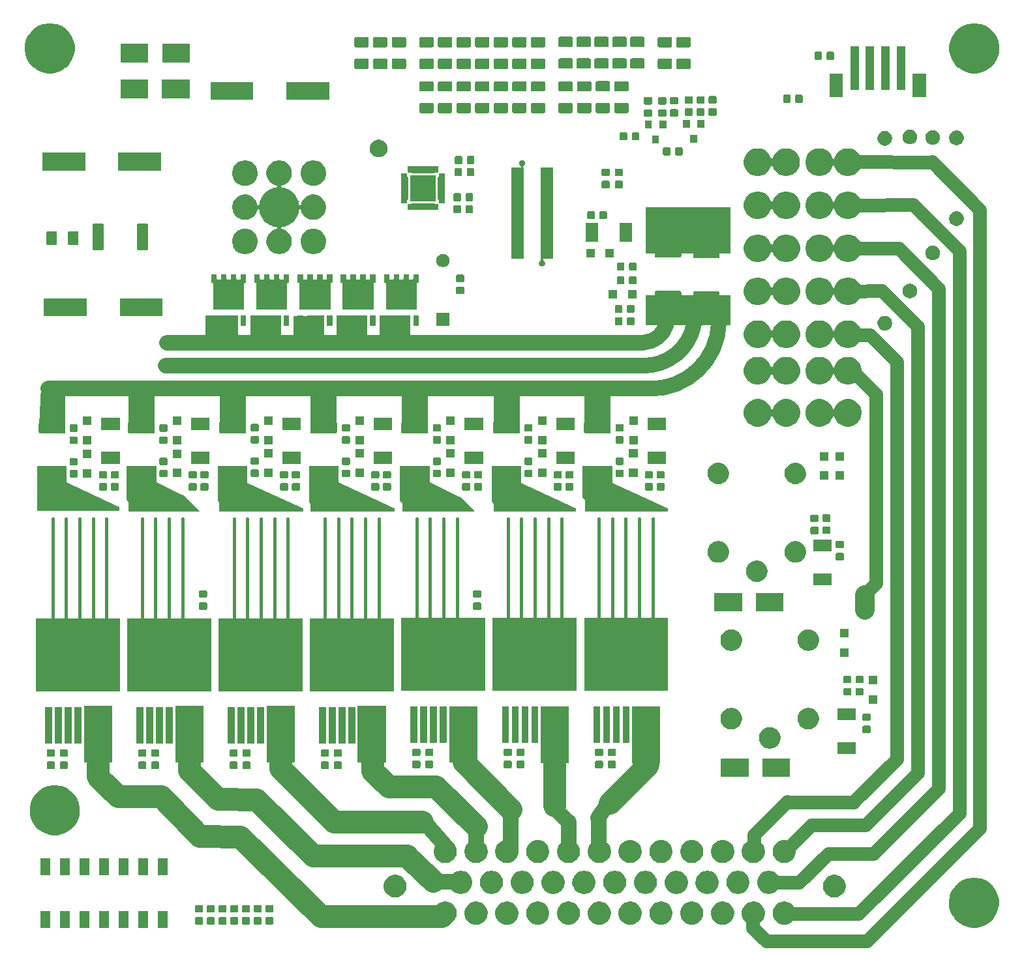
<source format=gbr>
G04 #@! TF.GenerationSoftware,KiCad,Pcbnew,(5.1.6)-1*
G04 #@! TF.CreationDate,2020-08-24T11:42:05+02:00*
G04 #@! TF.ProjectId,AR20_PDM_v1,41523230-5f50-4444-9d5f-76312e6b6963,rev?*
G04 #@! TF.SameCoordinates,Original*
G04 #@! TF.FileFunction,Soldermask,Top*
G04 #@! TF.FilePolarity,Negative*
%FSLAX46Y46*%
G04 Gerber Fmt 4.6, Leading zero omitted, Abs format (unit mm)*
G04 Created by KiCad (PCBNEW (5.1.6)-1) date 2020-08-24 11:42:05*
%MOMM*%
%LPD*%
G01*
G04 APERTURE LIST*
%ADD10C,0.100000*%
%ADD11C,1.750000*%
%ADD12C,0.400000*%
%ADD13C,3.500000*%
%ADD14C,3.000000*%
%ADD15C,2.000000*%
%ADD16C,2.500000*%
G04 APERTURE END LIST*
D10*
G36*
X126135000Y-56930000D02*
G01*
X115205000Y-56940000D01*
X115232500Y-50990000D01*
X126167500Y-50990000D01*
X126135000Y-56930000D01*
G37*
X126135000Y-56930000D02*
X115205000Y-56940000D01*
X115232500Y-50990000D01*
X126167500Y-50990000D01*
X126135000Y-56930000D01*
D11*
X141780000Y-71950000D02*
X145120000Y-75270000D01*
X142460000Y-67550000D02*
X144370000Y-67550000D01*
X145830000Y-61840000D02*
X141770000Y-61860000D01*
X130900000Y-146325000D02*
X143750000Y-146325000D01*
D12*
X109120000Y-91480000D02*
X109120000Y-104760000D01*
X114380000Y-91460000D02*
X114380000Y-104740000D01*
X116100000Y-91470000D02*
X116100000Y-104750000D01*
X110850000Y-91480000D02*
X110850000Y-104760000D01*
X112610000Y-91470000D02*
X112610000Y-104750000D01*
X97320000Y-91480000D02*
X97320000Y-104760000D01*
X102580000Y-91460000D02*
X102580000Y-104740000D01*
X104300000Y-91470000D02*
X104300000Y-104750000D01*
X99050000Y-91480000D02*
X99050000Y-104760000D01*
X100810000Y-91470000D02*
X100810000Y-104750000D01*
X85450000Y-91480000D02*
X85450000Y-104760000D01*
X90710000Y-91460000D02*
X90710000Y-104740000D01*
X87180000Y-91480000D02*
X87180000Y-104760000D01*
X88940000Y-91470000D02*
X88940000Y-104750000D01*
X61780000Y-91480000D02*
X61780000Y-104760000D01*
X67040000Y-91460000D02*
X67040000Y-104740000D01*
X68760000Y-91470000D02*
X68760000Y-104750000D01*
X63510000Y-91480000D02*
X63510000Y-104760000D01*
X65270000Y-91470000D02*
X65270000Y-104750000D01*
X73560000Y-91480000D02*
X73560000Y-104760000D01*
X78820000Y-91460000D02*
X78820000Y-104740000D01*
X80540000Y-91470000D02*
X80540000Y-104750000D01*
X75290000Y-91480000D02*
X75290000Y-104760000D01*
X77050000Y-91470000D02*
X77050000Y-104750000D01*
X49840000Y-91480000D02*
X49840000Y-104760000D01*
X55100000Y-91460000D02*
X55100000Y-104740000D01*
X51570000Y-91480000D02*
X51570000Y-104760000D01*
X53330000Y-91470000D02*
X53330000Y-104750000D01*
X45200000Y-91470000D02*
X45200000Y-104750000D01*
X43480000Y-91460000D02*
X43480000Y-104740000D01*
X41710000Y-91470000D02*
X41710000Y-104750000D01*
X39950000Y-91480000D02*
X39950000Y-104760000D01*
X38220000Y-91480000D02*
X38220000Y-104760000D01*
D10*
G36*
X51600000Y-86720000D02*
G01*
X55290000Y-88450000D01*
X57230000Y-90400000D01*
X48102500Y-90400000D01*
X48101250Y-89250000D01*
X47838750Y-88890000D01*
X47840000Y-84580000D01*
X51600000Y-84580000D01*
X51600000Y-86720000D01*
G37*
X51600000Y-86720000D02*
X55290000Y-88450000D01*
X57230000Y-90400000D01*
X48102500Y-90400000D01*
X48101250Y-89250000D01*
X47838750Y-88890000D01*
X47840000Y-84580000D01*
X51600000Y-84580000D01*
X51600000Y-86720000D01*
G36*
X39950000Y-86700000D02*
G01*
X46780000Y-89900000D01*
X46780000Y-90370000D01*
X36190000Y-90370000D01*
X36190000Y-84550000D01*
X39950000Y-84550000D01*
X39950000Y-86700000D01*
G37*
X39950000Y-86700000D02*
X46780000Y-89900000D01*
X46780000Y-90370000D01*
X36190000Y-90370000D01*
X36190000Y-84550000D01*
X39950000Y-84550000D01*
X39950000Y-86700000D01*
G36*
X75280000Y-86730000D02*
G01*
X82520000Y-90080000D01*
X82520000Y-90400000D01*
X71730000Y-90400000D01*
X71730000Y-89510000D01*
X71520000Y-89150000D01*
X71520000Y-84580000D01*
X75280000Y-84580000D01*
X75280000Y-86730000D01*
G37*
X75280000Y-86730000D02*
X82520000Y-90080000D01*
X82520000Y-90400000D01*
X71730000Y-90400000D01*
X71730000Y-89510000D01*
X71520000Y-89150000D01*
X71520000Y-84580000D01*
X75280000Y-84580000D01*
X75280000Y-86730000D01*
G36*
X87080000Y-86730000D02*
G01*
X91270000Y-88700000D01*
X92850000Y-90310000D01*
X92850000Y-90410000D01*
X83670000Y-90410000D01*
X83665000Y-89430000D01*
X83315000Y-89070000D01*
X83320000Y-84590000D01*
X87080000Y-84590000D01*
X87080000Y-86730000D01*
G37*
X87080000Y-86730000D02*
X91270000Y-88700000D01*
X92850000Y-90310000D01*
X92850000Y-90410000D01*
X83670000Y-90410000D01*
X83665000Y-89430000D01*
X83315000Y-89070000D01*
X83320000Y-84590000D01*
X87080000Y-84590000D01*
X87080000Y-86730000D01*
G36*
X63430000Y-86750000D02*
G01*
X70670000Y-90100000D01*
X70670000Y-90420000D01*
X59880000Y-90420000D01*
X59880000Y-89380000D01*
X59670000Y-89020000D01*
X59670000Y-84600000D01*
X63430000Y-84600000D01*
X63430000Y-86750000D01*
G37*
X63430000Y-86750000D02*
X70670000Y-90100000D01*
X70670000Y-90420000D01*
X59880000Y-90420000D01*
X59880000Y-89380000D01*
X59670000Y-89020000D01*
X59670000Y-84600000D01*
X63430000Y-84600000D01*
X63430000Y-86750000D01*
D11*
X129125000Y-144600000D02*
X130875000Y-146325000D01*
X129175000Y-142700000D02*
X129125000Y-144650000D01*
X133150000Y-142750000D02*
X142825000Y-142725000D01*
X135100000Y-138675000D02*
X138950000Y-134950000D01*
X131225000Y-138700000D02*
X135100000Y-138700000D01*
X133225000Y-134725000D02*
X136700000Y-131250000D01*
D13*
X115225000Y-121125000D02*
X115175000Y-123275000D01*
D14*
X73025000Y-143075000D02*
X88725000Y-143075000D01*
X62575000Y-132725000D02*
X73075000Y-143125000D01*
X57425000Y-132700000D02*
X62575000Y-132725000D01*
X52300000Y-127525000D02*
X57300000Y-132650000D01*
X46775000Y-127525000D02*
X52275000Y-127525000D01*
X44175000Y-125100000D02*
X46750000Y-127525000D01*
X44100000Y-120150000D02*
X44100000Y-124850000D01*
D15*
X87650000Y-138600000D02*
X91275000Y-138600000D01*
D14*
X84200000Y-135275000D02*
X87650000Y-138500000D01*
X72025000Y-135200000D02*
X84200000Y-135250000D01*
X64650000Y-127925000D02*
X71950000Y-135175000D01*
X59825000Y-127825000D02*
X64650000Y-127900000D01*
X56000000Y-124250000D02*
X59675000Y-127850000D01*
X55925000Y-121775000D02*
X55925000Y-124100000D01*
D15*
X86175000Y-130475000D02*
X89625000Y-134425000D01*
D14*
X74800000Y-130850000D02*
X86150000Y-130850000D01*
X67925000Y-124075000D02*
X74725000Y-130825000D01*
X67800000Y-121775000D02*
X67800000Y-123875000D01*
D15*
X93225000Y-131475000D02*
X93225000Y-134725000D01*
D14*
X87925000Y-126225000D02*
X93175000Y-131450000D01*
X81850000Y-126225000D02*
X87775000Y-126225000D01*
X79750000Y-124175000D02*
X81875000Y-126250000D01*
X79725000Y-121650000D02*
X79725000Y-124150000D01*
D15*
X97650000Y-129225000D02*
X97650000Y-134475000D01*
D14*
X91575000Y-123050000D02*
X97650000Y-129225000D01*
D15*
X105225000Y-130850000D02*
X105225000Y-134725000D01*
X103300000Y-128975000D02*
X105225000Y-130875000D01*
D14*
X103375000Y-122725000D02*
X103375000Y-128725000D01*
D15*
X109050000Y-130275000D02*
X110225000Y-128625000D01*
X109075000Y-130200000D02*
X109075000Y-134300000D01*
D14*
X115350000Y-123525000D02*
X110525000Y-128325000D01*
D10*
G36*
X45850000Y-123000000D02*
G01*
X42275000Y-123000000D01*
X42275000Y-115775000D01*
X45850000Y-115775000D01*
X45850000Y-123000000D01*
G37*
X45850000Y-123000000D02*
X42275000Y-123000000D01*
X42275000Y-115775000D01*
X45850000Y-115775000D01*
X45850000Y-123000000D01*
G36*
X57700000Y-123000000D02*
G01*
X54125000Y-123000000D01*
X54125000Y-115775000D01*
X57700000Y-115775000D01*
X57700000Y-123000000D01*
G37*
X57700000Y-123000000D02*
X54125000Y-123000000D01*
X54125000Y-115775000D01*
X57700000Y-115775000D01*
X57700000Y-123000000D01*
G36*
X69575000Y-123000000D02*
G01*
X66000000Y-123000000D01*
X66000000Y-115775000D01*
X69575000Y-115775000D01*
X69575000Y-123000000D01*
G37*
X69575000Y-123000000D02*
X66000000Y-123000000D01*
X66000000Y-115775000D01*
X69575000Y-115775000D01*
X69575000Y-123000000D01*
G36*
X81400000Y-123000000D02*
G01*
X77825000Y-123000000D01*
X77825000Y-115775000D01*
X81400000Y-115775000D01*
X81400000Y-123000000D01*
G37*
X81400000Y-123000000D02*
X77825000Y-123000000D01*
X77825000Y-115775000D01*
X81400000Y-115775000D01*
X81400000Y-123000000D01*
G36*
X93275000Y-123025000D02*
G01*
X89700000Y-123025000D01*
X89700000Y-115800000D01*
X93275000Y-115800000D01*
X93275000Y-123025000D01*
G37*
X93275000Y-123025000D02*
X89700000Y-123025000D01*
X89700000Y-115800000D01*
X93275000Y-115800000D01*
X93275000Y-123025000D01*
G36*
X105125000Y-123075000D02*
G01*
X101550000Y-123075000D01*
X101550000Y-115850000D01*
X105125000Y-115850000D01*
X105125000Y-123075000D01*
G37*
X105125000Y-123075000D02*
X101550000Y-123075000D01*
X101550000Y-115850000D01*
X105125000Y-115850000D01*
X105125000Y-123075000D01*
G36*
X116975000Y-123075000D02*
G01*
X113400000Y-123075000D01*
X113400000Y-115850000D01*
X116975000Y-115850000D01*
X116975000Y-123075000D01*
G37*
X116975000Y-123075000D02*
X113400000Y-123075000D01*
X113400000Y-115850000D01*
X116975000Y-115850000D01*
X116975000Y-123075000D01*
D11*
X145825000Y-61850000D02*
X150475000Y-66475000D01*
D16*
X143650000Y-103275000D02*
X143625000Y-101350000D01*
D11*
X143650000Y-101250000D02*
X145075000Y-99850000D01*
X158600000Y-131700000D02*
X143925000Y-146275000D01*
X152350000Y-45075000D02*
X158575000Y-51350000D01*
X142640000Y-50700000D02*
X149925000Y-50675000D01*
X158575000Y-51400000D02*
X158600000Y-131700000D01*
X155875000Y-129800000D02*
X142900000Y-142700000D01*
X149950000Y-50675000D02*
X155900000Y-56650000D01*
X142230000Y-45060000D02*
X152375000Y-45100000D01*
X153150000Y-126550000D02*
X144750000Y-135000000D01*
X153225000Y-61600000D02*
X153225000Y-126475000D01*
X148075000Y-56300000D02*
X153225000Y-61575000D01*
X150475000Y-124475000D02*
X143725000Y-131225000D01*
X150475000Y-66475000D02*
X150500000Y-124400000D01*
X143725000Y-131250000D02*
X136750000Y-131250000D01*
X129225000Y-132475000D02*
X129225000Y-134700000D01*
X142225000Y-128250000D02*
X133600000Y-128250000D01*
X147825000Y-122700000D02*
X142250000Y-128225000D01*
X144360000Y-67530000D02*
X147810000Y-71040000D01*
X147800000Y-71225000D02*
X147800000Y-122475000D01*
X133625000Y-128225000D02*
X129225000Y-132475000D01*
X155925000Y-56725000D02*
X155900000Y-129700000D01*
X144750000Y-135000000D02*
X138950000Y-134975000D01*
X141340000Y-56300000D02*
X148030000Y-56300000D01*
D10*
G36*
X110575000Y-80275000D02*
G01*
X107275000Y-80275000D01*
X107275000Y-75500000D01*
X110575000Y-75500000D01*
X110575000Y-80275000D01*
G37*
X110575000Y-80275000D02*
X107275000Y-80275000D01*
X107275000Y-75500000D01*
X110575000Y-75500000D01*
X110575000Y-80275000D01*
G36*
X98750000Y-80275000D02*
G01*
X95450000Y-80275000D01*
X95450000Y-75425000D01*
X98750000Y-75425000D01*
X98750000Y-80275000D01*
G37*
X98750000Y-80275000D02*
X95450000Y-80275000D01*
X95450000Y-75425000D01*
X98750000Y-75425000D01*
X98750000Y-80275000D01*
G36*
X86875000Y-80275000D02*
G01*
X83575000Y-80275000D01*
X83575000Y-75500000D01*
X86875000Y-75500000D01*
X86875000Y-80275000D01*
G37*
X86875000Y-80275000D02*
X83575000Y-80275000D01*
X83575000Y-75500000D01*
X86875000Y-75500000D01*
X86875000Y-80275000D01*
G36*
X75025000Y-80275000D02*
G01*
X71725000Y-80275000D01*
X71725000Y-75550000D01*
X75025000Y-75550000D01*
X75025000Y-80275000D01*
G37*
X75025000Y-80275000D02*
X71725000Y-80275000D01*
X71725000Y-75550000D01*
X75025000Y-75550000D01*
X75025000Y-80275000D01*
G36*
X63200000Y-80275000D02*
G01*
X59900000Y-80275000D01*
X59900000Y-75450000D01*
X63200000Y-75450000D01*
X63200000Y-80275000D01*
G37*
X63200000Y-80275000D02*
X59900000Y-80275000D01*
X59900000Y-75450000D01*
X63200000Y-75450000D01*
X63200000Y-80275000D01*
G36*
X51350000Y-80275000D02*
G01*
X48050000Y-80275000D01*
X48050000Y-75325000D01*
X51350000Y-75325000D01*
X51350000Y-80275000D01*
G37*
X51350000Y-80275000D02*
X48050000Y-80275000D01*
X48050000Y-75325000D01*
X51350000Y-75325000D01*
X51350000Y-80275000D01*
G36*
X39775000Y-80300000D02*
G01*
X36475000Y-80300000D01*
X36475000Y-79250000D01*
X36725000Y-74450000D01*
X39775000Y-74450000D01*
X39775000Y-80300000D01*
G37*
X39775000Y-80300000D02*
X36475000Y-80300000D01*
X36475000Y-79250000D01*
X36725000Y-74450000D01*
X39775000Y-74450000D01*
X39775000Y-80300000D01*
D11*
X145100000Y-99825000D02*
X145100000Y-75250000D01*
D10*
G36*
X126160000Y-66240000D02*
G01*
X115230000Y-66250000D01*
X115230000Y-62440000D01*
X126165000Y-62440000D01*
X126160000Y-66240000D01*
G37*
X126160000Y-66240000D02*
X115230000Y-66250000D01*
X115230000Y-62440000D01*
X126165000Y-62440000D01*
X126160000Y-66240000D01*
G36*
X84580000Y-67640000D02*
G01*
X80700000Y-67640000D01*
X80700000Y-65060000D01*
X84580000Y-65060000D01*
X84580000Y-67640000D01*
G37*
X84580000Y-67640000D02*
X80700000Y-67640000D01*
X80700000Y-65060000D01*
X84580000Y-65060000D01*
X84580000Y-67640000D01*
G36*
X78982500Y-67705000D02*
G01*
X75080000Y-67670000D01*
X75087500Y-65060000D01*
X78980000Y-65055000D01*
X78982500Y-67705000D01*
G37*
X78982500Y-67705000D02*
X75080000Y-67670000D01*
X75087500Y-65060000D01*
X78980000Y-65055000D01*
X78982500Y-67705000D01*
G36*
X73380000Y-67992500D02*
G01*
X69500000Y-68007500D01*
X69500000Y-65075000D01*
X73380000Y-65060000D01*
X73380000Y-67992500D01*
G37*
X73380000Y-67992500D02*
X69500000Y-68007500D01*
X69500000Y-65075000D01*
X73380000Y-65060000D01*
X73380000Y-67992500D01*
G36*
X67780000Y-67740000D02*
G01*
X63900000Y-67740000D01*
X63900000Y-65060000D01*
X67780000Y-65060000D01*
X67780000Y-67740000D01*
G37*
X67780000Y-67740000D02*
X63900000Y-67740000D01*
X63900000Y-65060000D01*
X67780000Y-65060000D01*
X67780000Y-67740000D01*
G36*
X62180000Y-67600000D02*
G01*
X58030000Y-67600000D01*
X58030000Y-65060000D01*
X62180000Y-65060000D01*
X62180000Y-67600000D01*
G37*
X62180000Y-67600000D02*
X58030000Y-67600000D01*
X58030000Y-65060000D01*
X62180000Y-65060000D01*
X62180000Y-67600000D01*
D15*
X124712888Y-66000083D02*
G75*
G02*
X115670000Y-74550000I-8802021J252428D01*
G01*
X121447940Y-66289580D02*
G75*
G02*
X114885145Y-71546321I-6436730J1310914D01*
G01*
X37650000Y-74550000D02*
X115590000Y-74550000D01*
X52900000Y-71550000D02*
X115360000Y-71540000D01*
X117897263Y-66189237D02*
G75*
G02*
X114980000Y-68550000I-3117263J869237D01*
G01*
X53100000Y-68550000D02*
X114830000Y-68550000D01*
D10*
G36*
X98950000Y-86760000D02*
G01*
X106080000Y-90070000D01*
X106080000Y-90390000D01*
X95520000Y-90430000D01*
X95520000Y-89480000D01*
X95190000Y-89120000D01*
X95190000Y-84610000D01*
X98950000Y-84610000D01*
X98950000Y-86760000D01*
G37*
X98950000Y-86760000D02*
X106080000Y-90070000D01*
X106080000Y-90390000D01*
X95520000Y-90430000D01*
X95520000Y-89480000D01*
X95190000Y-89120000D01*
X95190000Y-84610000D01*
X98950000Y-84610000D01*
X98950000Y-86760000D01*
G36*
X110790000Y-86750000D02*
G01*
X118030000Y-90110000D01*
X118030000Y-90430000D01*
X107370000Y-90430000D01*
X107370000Y-89010000D01*
X107030000Y-88650000D01*
X107030000Y-84610000D01*
X110790000Y-84610000D01*
X110790000Y-86750000D01*
G37*
X110790000Y-86750000D02*
X118030000Y-90110000D01*
X118030000Y-90430000D01*
X107370000Y-90430000D01*
X107370000Y-89010000D01*
X107030000Y-88650000D01*
X107030000Y-84610000D01*
X110790000Y-84610000D01*
X110790000Y-86750000D01*
G36*
X158462239Y-138147467D02*
G01*
X158776282Y-138209934D01*
X159367926Y-138455001D01*
X159900392Y-138810784D01*
X160353216Y-139263608D01*
X160708999Y-139796074D01*
X160954066Y-140387718D01*
X160996944Y-140603279D01*
X161079000Y-141015803D01*
X161079000Y-141656197D01*
X161048327Y-141810399D01*
X160954066Y-142284282D01*
X160708999Y-142875926D01*
X160429042Y-143294910D01*
X160360228Y-143397899D01*
X160353216Y-143408392D01*
X159900392Y-143861216D01*
X159367926Y-144216999D01*
X158776282Y-144462066D01*
X158462239Y-144524533D01*
X158148197Y-144587000D01*
X157507803Y-144587000D01*
X157193761Y-144524533D01*
X156879718Y-144462066D01*
X156288074Y-144216999D01*
X155755608Y-143861216D01*
X155302784Y-143408392D01*
X155295773Y-143397899D01*
X155226958Y-143294910D01*
X154947001Y-142875926D01*
X154701934Y-142284282D01*
X154607673Y-141810399D01*
X154577000Y-141656197D01*
X154577000Y-141015803D01*
X154659056Y-140603279D01*
X154701934Y-140387718D01*
X154947001Y-139796074D01*
X155302784Y-139263608D01*
X155755608Y-138810784D01*
X156288074Y-138455001D01*
X156879718Y-138209934D01*
X157193761Y-138147467D01*
X157507803Y-138085000D01*
X158148197Y-138085000D01*
X158462239Y-138147467D01*
G37*
G36*
X53121000Y-144576000D02*
G01*
X51919000Y-144576000D01*
X51919000Y-142374000D01*
X53121000Y-142374000D01*
X53121000Y-144576000D01*
G37*
G36*
X50581000Y-144576000D02*
G01*
X49379000Y-144576000D01*
X49379000Y-142374000D01*
X50581000Y-142374000D01*
X50581000Y-144576000D01*
G37*
G36*
X48041000Y-144576000D02*
G01*
X46839000Y-144576000D01*
X46839000Y-142374000D01*
X48041000Y-142374000D01*
X48041000Y-144576000D01*
G37*
G36*
X45501000Y-144576000D02*
G01*
X44299000Y-144576000D01*
X44299000Y-142374000D01*
X45501000Y-142374000D01*
X45501000Y-144576000D01*
G37*
G36*
X42961000Y-144576000D02*
G01*
X41759000Y-144576000D01*
X41759000Y-142374000D01*
X42961000Y-142374000D01*
X42961000Y-144576000D01*
G37*
G36*
X40421000Y-144576000D02*
G01*
X39219000Y-144576000D01*
X39219000Y-142374000D01*
X40421000Y-142374000D01*
X40421000Y-144576000D01*
G37*
G36*
X37881000Y-144576000D02*
G01*
X36679000Y-144576000D01*
X36679000Y-142374000D01*
X37881000Y-142374000D01*
X37881000Y-144576000D01*
G37*
G36*
X57606591Y-143217885D02*
G01*
X57640569Y-143228193D01*
X57671890Y-143244934D01*
X57699339Y-143267461D01*
X57721866Y-143294910D01*
X57738607Y-143326231D01*
X57748915Y-143360209D01*
X57753000Y-143401690D01*
X57753000Y-144002910D01*
X57748915Y-144044391D01*
X57738607Y-144078369D01*
X57721866Y-144109690D01*
X57699339Y-144137139D01*
X57671890Y-144159666D01*
X57640569Y-144176407D01*
X57606591Y-144186715D01*
X57565110Y-144190800D01*
X56888890Y-144190800D01*
X56847409Y-144186715D01*
X56813431Y-144176407D01*
X56782110Y-144159666D01*
X56754661Y-144137139D01*
X56732134Y-144109690D01*
X56715393Y-144078369D01*
X56705085Y-144044391D01*
X56701000Y-144002910D01*
X56701000Y-143401690D01*
X56705085Y-143360209D01*
X56715393Y-143326231D01*
X56732134Y-143294910D01*
X56754661Y-143267461D01*
X56782110Y-143244934D01*
X56813431Y-143228193D01*
X56847409Y-143217885D01*
X56888890Y-143213800D01*
X57565110Y-143213800D01*
X57606591Y-143217885D01*
G37*
G36*
X60656591Y-143217885D02*
G01*
X60690569Y-143228193D01*
X60721890Y-143244934D01*
X60749339Y-143267461D01*
X60771866Y-143294910D01*
X60788607Y-143326231D01*
X60798915Y-143360209D01*
X60803000Y-143401690D01*
X60803000Y-144002910D01*
X60798915Y-144044391D01*
X60788607Y-144078369D01*
X60771866Y-144109690D01*
X60749339Y-144137139D01*
X60721890Y-144159666D01*
X60690569Y-144176407D01*
X60656591Y-144186715D01*
X60615110Y-144190800D01*
X59938890Y-144190800D01*
X59897409Y-144186715D01*
X59863431Y-144176407D01*
X59832110Y-144159666D01*
X59804661Y-144137139D01*
X59782134Y-144109690D01*
X59765393Y-144078369D01*
X59755085Y-144044391D01*
X59751000Y-144002910D01*
X59751000Y-143401690D01*
X59755085Y-143360209D01*
X59765393Y-143326231D01*
X59782134Y-143294910D01*
X59804661Y-143267461D01*
X59832110Y-143244934D01*
X59863431Y-143228193D01*
X59897409Y-143217885D01*
X59938890Y-143213800D01*
X60615110Y-143213800D01*
X60656591Y-143217885D01*
G37*
G36*
X59131591Y-143217885D02*
G01*
X59165569Y-143228193D01*
X59196890Y-143244934D01*
X59224339Y-143267461D01*
X59246866Y-143294910D01*
X59263607Y-143326231D01*
X59273915Y-143360209D01*
X59278000Y-143401690D01*
X59278000Y-144002910D01*
X59273915Y-144044391D01*
X59263607Y-144078369D01*
X59246866Y-144109690D01*
X59224339Y-144137139D01*
X59196890Y-144159666D01*
X59165569Y-144176407D01*
X59131591Y-144186715D01*
X59090110Y-144190800D01*
X58413890Y-144190800D01*
X58372409Y-144186715D01*
X58338431Y-144176407D01*
X58307110Y-144159666D01*
X58279661Y-144137139D01*
X58257134Y-144109690D01*
X58240393Y-144078369D01*
X58230085Y-144044391D01*
X58226000Y-144002910D01*
X58226000Y-143401690D01*
X58230085Y-143360209D01*
X58240393Y-143326231D01*
X58257134Y-143294910D01*
X58279661Y-143267461D01*
X58307110Y-143244934D01*
X58338431Y-143228193D01*
X58372409Y-143217885D01*
X58413890Y-143213800D01*
X59090110Y-143213800D01*
X59131591Y-143217885D01*
G37*
G36*
X93478831Y-141211841D02*
G01*
X93623826Y-141240682D01*
X93736974Y-141287550D01*
X93896989Y-141353830D01*
X94019076Y-141435406D01*
X94142832Y-141518097D01*
X94351903Y-141727168D01*
X94391881Y-141787000D01*
X94516170Y-141973011D01*
X94629318Y-142246175D01*
X94687000Y-142536163D01*
X94687000Y-142831837D01*
X94678230Y-142875926D01*
X94629318Y-143121826D01*
X94595614Y-143203193D01*
X94516170Y-143394989D01*
X94507215Y-143408391D01*
X94351903Y-143640832D01*
X94142832Y-143849903D01*
X94125899Y-143861217D01*
X93896989Y-144014170D01*
X93741999Y-144078369D01*
X93623826Y-144127318D01*
X93502721Y-144151407D01*
X93333837Y-144185000D01*
X93038163Y-144185000D01*
X92869279Y-144151407D01*
X92748174Y-144127318D01*
X92630001Y-144078369D01*
X92475011Y-144014170D01*
X92246101Y-143861217D01*
X92229168Y-143849903D01*
X92020097Y-143640832D01*
X91864785Y-143408391D01*
X91855830Y-143394989D01*
X91776386Y-143203193D01*
X91742682Y-143121826D01*
X91693770Y-142875926D01*
X91685000Y-142831837D01*
X91685000Y-142536163D01*
X91742682Y-142246175D01*
X91855830Y-141973011D01*
X91980119Y-141787000D01*
X92020097Y-141727168D01*
X92229168Y-141518097D01*
X92352924Y-141435406D01*
X92475011Y-141353830D01*
X92635026Y-141287550D01*
X92748174Y-141240682D01*
X92893169Y-141211841D01*
X93038163Y-141183000D01*
X93333837Y-141183000D01*
X93478831Y-141211841D01*
G37*
G36*
X89478831Y-141211841D02*
G01*
X89623826Y-141240682D01*
X89736974Y-141287550D01*
X89896989Y-141353830D01*
X90019076Y-141435406D01*
X90142832Y-141518097D01*
X90351903Y-141727168D01*
X90391881Y-141787000D01*
X90516170Y-141973011D01*
X90629318Y-142246175D01*
X90687000Y-142536163D01*
X90687000Y-142831837D01*
X90678230Y-142875926D01*
X90629318Y-143121826D01*
X90595614Y-143203193D01*
X90516170Y-143394989D01*
X90507215Y-143408391D01*
X90351903Y-143640832D01*
X90142832Y-143849903D01*
X90125899Y-143861217D01*
X89896989Y-144014170D01*
X89741999Y-144078369D01*
X89623826Y-144127318D01*
X89502721Y-144151407D01*
X89333837Y-144185000D01*
X89038163Y-144185000D01*
X88869279Y-144151407D01*
X88748174Y-144127318D01*
X88630001Y-144078369D01*
X88475011Y-144014170D01*
X88246101Y-143861217D01*
X88229168Y-143849903D01*
X88020097Y-143640832D01*
X87864785Y-143408391D01*
X87855830Y-143394989D01*
X87776386Y-143203193D01*
X87742682Y-143121826D01*
X87693770Y-142875926D01*
X87685000Y-142831837D01*
X87685000Y-142536163D01*
X87742682Y-142246175D01*
X87855830Y-141973011D01*
X87980119Y-141787000D01*
X88020097Y-141727168D01*
X88229168Y-141518097D01*
X88352924Y-141435406D01*
X88475011Y-141353830D01*
X88635026Y-141287550D01*
X88748174Y-141240682D01*
X88893169Y-141211841D01*
X89038163Y-141183000D01*
X89333837Y-141183000D01*
X89478831Y-141211841D01*
G37*
G36*
X101478831Y-141211841D02*
G01*
X101623826Y-141240682D01*
X101736974Y-141287550D01*
X101896989Y-141353830D01*
X102019076Y-141435406D01*
X102142832Y-141518097D01*
X102351903Y-141727168D01*
X102391881Y-141787000D01*
X102516170Y-141973011D01*
X102629318Y-142246175D01*
X102687000Y-142536163D01*
X102687000Y-142831837D01*
X102678230Y-142875926D01*
X102629318Y-143121826D01*
X102595614Y-143203193D01*
X102516170Y-143394989D01*
X102507215Y-143408391D01*
X102351903Y-143640832D01*
X102142832Y-143849903D01*
X102125899Y-143861217D01*
X101896989Y-144014170D01*
X101741999Y-144078369D01*
X101623826Y-144127318D01*
X101502721Y-144151407D01*
X101333837Y-144185000D01*
X101038163Y-144185000D01*
X100869279Y-144151407D01*
X100748174Y-144127318D01*
X100630001Y-144078369D01*
X100475011Y-144014170D01*
X100246101Y-143861217D01*
X100229168Y-143849903D01*
X100020097Y-143640832D01*
X99864785Y-143408391D01*
X99855830Y-143394989D01*
X99776386Y-143203193D01*
X99742682Y-143121826D01*
X99693770Y-142875926D01*
X99685000Y-142831837D01*
X99685000Y-142536163D01*
X99742682Y-142246175D01*
X99855830Y-141973011D01*
X99980119Y-141787000D01*
X100020097Y-141727168D01*
X100229168Y-141518097D01*
X100352924Y-141435406D01*
X100475011Y-141353830D01*
X100635026Y-141287550D01*
X100748174Y-141240682D01*
X100893169Y-141211841D01*
X101038163Y-141183000D01*
X101333837Y-141183000D01*
X101478831Y-141211841D01*
G37*
G36*
X97478831Y-141211841D02*
G01*
X97623826Y-141240682D01*
X97736974Y-141287550D01*
X97896989Y-141353830D01*
X98019076Y-141435406D01*
X98142832Y-141518097D01*
X98351903Y-141727168D01*
X98391881Y-141787000D01*
X98516170Y-141973011D01*
X98629318Y-142246175D01*
X98687000Y-142536163D01*
X98687000Y-142831837D01*
X98678230Y-142875926D01*
X98629318Y-143121826D01*
X98595614Y-143203193D01*
X98516170Y-143394989D01*
X98507215Y-143408391D01*
X98351903Y-143640832D01*
X98142832Y-143849903D01*
X98125899Y-143861217D01*
X97896989Y-144014170D01*
X97741999Y-144078369D01*
X97623826Y-144127318D01*
X97502721Y-144151407D01*
X97333837Y-144185000D01*
X97038163Y-144185000D01*
X96869279Y-144151407D01*
X96748174Y-144127318D01*
X96630001Y-144078369D01*
X96475011Y-144014170D01*
X96246101Y-143861217D01*
X96229168Y-143849903D01*
X96020097Y-143640832D01*
X95864785Y-143408391D01*
X95855830Y-143394989D01*
X95776386Y-143203193D01*
X95742682Y-143121826D01*
X95693770Y-142875926D01*
X95685000Y-142831837D01*
X95685000Y-142536163D01*
X95742682Y-142246175D01*
X95855830Y-141973011D01*
X95980119Y-141787000D01*
X96020097Y-141727168D01*
X96229168Y-141518097D01*
X96352924Y-141435406D01*
X96475011Y-141353830D01*
X96635026Y-141287550D01*
X96748174Y-141240682D01*
X96893169Y-141211841D01*
X97038163Y-141183000D01*
X97333837Y-141183000D01*
X97478831Y-141211841D01*
G37*
G36*
X113478831Y-141211841D02*
G01*
X113623826Y-141240682D01*
X113736974Y-141287550D01*
X113896989Y-141353830D01*
X114019076Y-141435406D01*
X114142832Y-141518097D01*
X114351903Y-141727168D01*
X114391881Y-141787000D01*
X114516170Y-141973011D01*
X114629318Y-142246175D01*
X114687000Y-142536163D01*
X114687000Y-142831837D01*
X114678230Y-142875926D01*
X114629318Y-143121826D01*
X114595614Y-143203193D01*
X114516170Y-143394989D01*
X114507215Y-143408391D01*
X114351903Y-143640832D01*
X114142832Y-143849903D01*
X114125899Y-143861217D01*
X113896989Y-144014170D01*
X113741999Y-144078369D01*
X113623826Y-144127318D01*
X113502721Y-144151407D01*
X113333837Y-144185000D01*
X113038163Y-144185000D01*
X112869279Y-144151407D01*
X112748174Y-144127318D01*
X112630001Y-144078369D01*
X112475011Y-144014170D01*
X112246101Y-143861217D01*
X112229168Y-143849903D01*
X112020097Y-143640832D01*
X111864785Y-143408391D01*
X111855830Y-143394989D01*
X111776386Y-143203193D01*
X111742682Y-143121826D01*
X111693770Y-142875926D01*
X111685000Y-142831837D01*
X111685000Y-142536163D01*
X111742682Y-142246175D01*
X111855830Y-141973011D01*
X111980119Y-141787000D01*
X112020097Y-141727168D01*
X112229168Y-141518097D01*
X112352924Y-141435406D01*
X112475011Y-141353830D01*
X112635026Y-141287550D01*
X112748174Y-141240682D01*
X112893169Y-141211841D01*
X113038163Y-141183000D01*
X113333837Y-141183000D01*
X113478831Y-141211841D01*
G37*
G36*
X105478831Y-141211841D02*
G01*
X105623826Y-141240682D01*
X105736974Y-141287550D01*
X105896989Y-141353830D01*
X106019076Y-141435406D01*
X106142832Y-141518097D01*
X106351903Y-141727168D01*
X106391881Y-141787000D01*
X106516170Y-141973011D01*
X106629318Y-142246175D01*
X106687000Y-142536163D01*
X106687000Y-142831837D01*
X106678230Y-142875926D01*
X106629318Y-143121826D01*
X106595614Y-143203193D01*
X106516170Y-143394989D01*
X106507215Y-143408391D01*
X106351903Y-143640832D01*
X106142832Y-143849903D01*
X106125899Y-143861217D01*
X105896989Y-144014170D01*
X105741999Y-144078369D01*
X105623826Y-144127318D01*
X105502721Y-144151407D01*
X105333837Y-144185000D01*
X105038163Y-144185000D01*
X104869279Y-144151407D01*
X104748174Y-144127318D01*
X104630001Y-144078369D01*
X104475011Y-144014170D01*
X104246101Y-143861217D01*
X104229168Y-143849903D01*
X104020097Y-143640832D01*
X103864785Y-143408391D01*
X103855830Y-143394989D01*
X103776386Y-143203193D01*
X103742682Y-143121826D01*
X103693770Y-142875926D01*
X103685000Y-142831837D01*
X103685000Y-142536163D01*
X103742682Y-142246175D01*
X103855830Y-141973011D01*
X103980119Y-141787000D01*
X104020097Y-141727168D01*
X104229168Y-141518097D01*
X104352924Y-141435406D01*
X104475011Y-141353830D01*
X104635026Y-141287550D01*
X104748174Y-141240682D01*
X104893169Y-141211841D01*
X105038163Y-141183000D01*
X105333837Y-141183000D01*
X105478831Y-141211841D01*
G37*
G36*
X117478831Y-141211841D02*
G01*
X117623826Y-141240682D01*
X117736974Y-141287550D01*
X117896989Y-141353830D01*
X118019076Y-141435406D01*
X118142832Y-141518097D01*
X118351903Y-141727168D01*
X118391881Y-141787000D01*
X118516170Y-141973011D01*
X118629318Y-142246175D01*
X118687000Y-142536163D01*
X118687000Y-142831837D01*
X118678230Y-142875926D01*
X118629318Y-143121826D01*
X118595614Y-143203193D01*
X118516170Y-143394989D01*
X118507215Y-143408391D01*
X118351903Y-143640832D01*
X118142832Y-143849903D01*
X118125899Y-143861217D01*
X117896989Y-144014170D01*
X117741999Y-144078369D01*
X117623826Y-144127318D01*
X117502721Y-144151407D01*
X117333837Y-144185000D01*
X117038163Y-144185000D01*
X116869279Y-144151407D01*
X116748174Y-144127318D01*
X116630001Y-144078369D01*
X116475011Y-144014170D01*
X116246101Y-143861217D01*
X116229168Y-143849903D01*
X116020097Y-143640832D01*
X115864785Y-143408391D01*
X115855830Y-143394989D01*
X115776386Y-143203193D01*
X115742682Y-143121826D01*
X115693770Y-142875926D01*
X115685000Y-142831837D01*
X115685000Y-142536163D01*
X115742682Y-142246175D01*
X115855830Y-141973011D01*
X115980119Y-141787000D01*
X116020097Y-141727168D01*
X116229168Y-141518097D01*
X116352924Y-141435406D01*
X116475011Y-141353830D01*
X116635026Y-141287550D01*
X116748174Y-141240682D01*
X116893169Y-141211841D01*
X117038163Y-141183000D01*
X117333837Y-141183000D01*
X117478831Y-141211841D01*
G37*
G36*
X121478831Y-141211841D02*
G01*
X121623826Y-141240682D01*
X121736974Y-141287550D01*
X121896989Y-141353830D01*
X122019076Y-141435406D01*
X122142832Y-141518097D01*
X122351903Y-141727168D01*
X122391881Y-141787000D01*
X122516170Y-141973011D01*
X122629318Y-142246175D01*
X122687000Y-142536163D01*
X122687000Y-142831837D01*
X122678230Y-142875926D01*
X122629318Y-143121826D01*
X122595614Y-143203193D01*
X122516170Y-143394989D01*
X122507215Y-143408391D01*
X122351903Y-143640832D01*
X122142832Y-143849903D01*
X122125899Y-143861217D01*
X121896989Y-144014170D01*
X121741999Y-144078369D01*
X121623826Y-144127318D01*
X121502721Y-144151407D01*
X121333837Y-144185000D01*
X121038163Y-144185000D01*
X120869279Y-144151407D01*
X120748174Y-144127318D01*
X120630001Y-144078369D01*
X120475011Y-144014170D01*
X120246101Y-143861217D01*
X120229168Y-143849903D01*
X120020097Y-143640832D01*
X119864785Y-143408391D01*
X119855830Y-143394989D01*
X119776386Y-143203193D01*
X119742682Y-143121826D01*
X119693770Y-142875926D01*
X119685000Y-142831837D01*
X119685000Y-142536163D01*
X119742682Y-142246175D01*
X119855830Y-141973011D01*
X119980119Y-141787000D01*
X120020097Y-141727168D01*
X120229168Y-141518097D01*
X120352924Y-141435406D01*
X120475011Y-141353830D01*
X120635026Y-141287550D01*
X120748174Y-141240682D01*
X120893169Y-141211841D01*
X121038163Y-141183000D01*
X121333837Y-141183000D01*
X121478831Y-141211841D01*
G37*
G36*
X125478831Y-141211841D02*
G01*
X125623826Y-141240682D01*
X125736974Y-141287550D01*
X125896989Y-141353830D01*
X126019076Y-141435406D01*
X126142832Y-141518097D01*
X126351903Y-141727168D01*
X126391881Y-141787000D01*
X126516170Y-141973011D01*
X126629318Y-142246175D01*
X126687000Y-142536163D01*
X126687000Y-142831837D01*
X126678230Y-142875926D01*
X126629318Y-143121826D01*
X126595614Y-143203193D01*
X126516170Y-143394989D01*
X126507215Y-143408391D01*
X126351903Y-143640832D01*
X126142832Y-143849903D01*
X126125899Y-143861217D01*
X125896989Y-144014170D01*
X125741999Y-144078369D01*
X125623826Y-144127318D01*
X125502721Y-144151407D01*
X125333837Y-144185000D01*
X125038163Y-144185000D01*
X124869279Y-144151407D01*
X124748174Y-144127318D01*
X124630001Y-144078369D01*
X124475011Y-144014170D01*
X124246101Y-143861217D01*
X124229168Y-143849903D01*
X124020097Y-143640832D01*
X123864785Y-143408391D01*
X123855830Y-143394989D01*
X123776386Y-143203193D01*
X123742682Y-143121826D01*
X123693770Y-142875926D01*
X123685000Y-142831837D01*
X123685000Y-142536163D01*
X123742682Y-142246175D01*
X123855830Y-141973011D01*
X123980119Y-141787000D01*
X124020097Y-141727168D01*
X124229168Y-141518097D01*
X124352924Y-141435406D01*
X124475011Y-141353830D01*
X124635026Y-141287550D01*
X124748174Y-141240682D01*
X124893169Y-141211841D01*
X125038163Y-141183000D01*
X125333837Y-141183000D01*
X125478831Y-141211841D01*
G37*
G36*
X133478831Y-141211841D02*
G01*
X133623826Y-141240682D01*
X133736974Y-141287550D01*
X133896989Y-141353830D01*
X134019076Y-141435406D01*
X134142832Y-141518097D01*
X134351903Y-141727168D01*
X134391881Y-141787000D01*
X134516170Y-141973011D01*
X134629318Y-142246175D01*
X134687000Y-142536163D01*
X134687000Y-142831837D01*
X134678230Y-142875926D01*
X134629318Y-143121826D01*
X134595614Y-143203193D01*
X134516170Y-143394989D01*
X134507215Y-143408391D01*
X134351903Y-143640832D01*
X134142832Y-143849903D01*
X134125899Y-143861217D01*
X133896989Y-144014170D01*
X133741999Y-144078369D01*
X133623826Y-144127318D01*
X133502721Y-144151407D01*
X133333837Y-144185000D01*
X133038163Y-144185000D01*
X132869279Y-144151407D01*
X132748174Y-144127318D01*
X132630001Y-144078369D01*
X132475011Y-144014170D01*
X132246101Y-143861217D01*
X132229168Y-143849903D01*
X132020097Y-143640832D01*
X131864785Y-143408391D01*
X131855830Y-143394989D01*
X131776386Y-143203193D01*
X131742682Y-143121826D01*
X131693770Y-142875926D01*
X131685000Y-142831837D01*
X131685000Y-142536163D01*
X131742682Y-142246175D01*
X131855830Y-141973011D01*
X131980119Y-141787000D01*
X132020097Y-141727168D01*
X132229168Y-141518097D01*
X132352924Y-141435406D01*
X132475011Y-141353830D01*
X132635026Y-141287550D01*
X132748174Y-141240682D01*
X132893169Y-141211841D01*
X133038163Y-141183000D01*
X133333837Y-141183000D01*
X133478831Y-141211841D01*
G37*
G36*
X129478831Y-141211841D02*
G01*
X129623826Y-141240682D01*
X129736974Y-141287550D01*
X129896989Y-141353830D01*
X130019076Y-141435406D01*
X130142832Y-141518097D01*
X130351903Y-141727168D01*
X130391881Y-141787000D01*
X130516170Y-141973011D01*
X130629318Y-142246175D01*
X130687000Y-142536163D01*
X130687000Y-142831837D01*
X130678230Y-142875926D01*
X130629318Y-143121826D01*
X130595614Y-143203193D01*
X130516170Y-143394989D01*
X130507215Y-143408391D01*
X130351903Y-143640832D01*
X130142832Y-143849903D01*
X130125899Y-143861217D01*
X129896989Y-144014170D01*
X129741999Y-144078369D01*
X129623826Y-144127318D01*
X129502721Y-144151407D01*
X129333837Y-144185000D01*
X129038163Y-144185000D01*
X128869279Y-144151407D01*
X128748174Y-144127318D01*
X128630001Y-144078369D01*
X128475011Y-144014170D01*
X128246101Y-143861217D01*
X128229168Y-143849903D01*
X128020097Y-143640832D01*
X127864785Y-143408391D01*
X127855830Y-143394989D01*
X127776386Y-143203193D01*
X127742682Y-143121826D01*
X127693770Y-142875926D01*
X127685000Y-142831837D01*
X127685000Y-142536163D01*
X127742682Y-142246175D01*
X127855830Y-141973011D01*
X127980119Y-141787000D01*
X128020097Y-141727168D01*
X128229168Y-141518097D01*
X128352924Y-141435406D01*
X128475011Y-141353830D01*
X128635026Y-141287550D01*
X128748174Y-141240682D01*
X128893169Y-141211841D01*
X129038163Y-141183000D01*
X129333837Y-141183000D01*
X129478831Y-141211841D01*
G37*
G36*
X109478831Y-141211841D02*
G01*
X109623826Y-141240682D01*
X109736974Y-141287550D01*
X109896989Y-141353830D01*
X110019076Y-141435406D01*
X110142832Y-141518097D01*
X110351903Y-141727168D01*
X110391881Y-141787000D01*
X110516170Y-141973011D01*
X110629318Y-142246175D01*
X110687000Y-142536163D01*
X110687000Y-142831837D01*
X110678230Y-142875926D01*
X110629318Y-143121826D01*
X110595614Y-143203193D01*
X110516170Y-143394989D01*
X110507215Y-143408391D01*
X110351903Y-143640832D01*
X110142832Y-143849903D01*
X110125899Y-143861217D01*
X109896989Y-144014170D01*
X109741999Y-144078369D01*
X109623826Y-144127318D01*
X109502721Y-144151407D01*
X109333837Y-144185000D01*
X109038163Y-144185000D01*
X108869279Y-144151407D01*
X108748174Y-144127318D01*
X108630001Y-144078369D01*
X108475011Y-144014170D01*
X108246101Y-143861217D01*
X108229168Y-143849903D01*
X108020097Y-143640832D01*
X107864785Y-143408391D01*
X107855830Y-143394989D01*
X107776386Y-143203193D01*
X107742682Y-143121826D01*
X107693770Y-142875926D01*
X107685000Y-142831837D01*
X107685000Y-142536163D01*
X107742682Y-142246175D01*
X107855830Y-141973011D01*
X107980119Y-141787000D01*
X108020097Y-141727168D01*
X108229168Y-141518097D01*
X108352924Y-141435406D01*
X108475011Y-141353830D01*
X108635026Y-141287550D01*
X108748174Y-141240682D01*
X108893169Y-141211841D01*
X109038163Y-141183000D01*
X109333837Y-141183000D01*
X109478831Y-141211841D01*
G37*
G36*
X63706591Y-143205385D02*
G01*
X63740569Y-143215693D01*
X63771890Y-143232434D01*
X63799339Y-143254961D01*
X63821866Y-143282410D01*
X63838607Y-143313731D01*
X63848915Y-143347709D01*
X63853000Y-143389190D01*
X63853000Y-143990410D01*
X63848915Y-144031891D01*
X63838607Y-144065869D01*
X63821866Y-144097190D01*
X63799339Y-144124639D01*
X63771890Y-144147166D01*
X63740569Y-144163907D01*
X63706591Y-144174215D01*
X63665110Y-144178300D01*
X62988890Y-144178300D01*
X62947409Y-144174215D01*
X62913431Y-144163907D01*
X62882110Y-144147166D01*
X62854661Y-144124639D01*
X62832134Y-144097190D01*
X62815393Y-144065869D01*
X62805085Y-144031891D01*
X62801000Y-143990410D01*
X62801000Y-143389190D01*
X62805085Y-143347709D01*
X62815393Y-143313731D01*
X62832134Y-143282410D01*
X62854661Y-143254961D01*
X62882110Y-143232434D01*
X62913431Y-143215693D01*
X62947409Y-143205385D01*
X62988890Y-143201300D01*
X63665110Y-143201300D01*
X63706591Y-143205385D01*
G37*
G36*
X62181591Y-143205385D02*
G01*
X62215569Y-143215693D01*
X62246890Y-143232434D01*
X62274339Y-143254961D01*
X62296866Y-143282410D01*
X62313607Y-143313731D01*
X62323915Y-143347709D01*
X62328000Y-143389190D01*
X62328000Y-143990410D01*
X62323915Y-144031891D01*
X62313607Y-144065869D01*
X62296866Y-144097190D01*
X62274339Y-144124639D01*
X62246890Y-144147166D01*
X62215569Y-144163907D01*
X62181591Y-144174215D01*
X62140110Y-144178300D01*
X61463890Y-144178300D01*
X61422409Y-144174215D01*
X61388431Y-144163907D01*
X61357110Y-144147166D01*
X61329661Y-144124639D01*
X61307134Y-144097190D01*
X61290393Y-144065869D01*
X61280085Y-144031891D01*
X61276000Y-143990410D01*
X61276000Y-143389190D01*
X61280085Y-143347709D01*
X61290393Y-143313731D01*
X61307134Y-143282410D01*
X61329661Y-143254961D01*
X61357110Y-143232434D01*
X61388431Y-143215693D01*
X61422409Y-143205385D01*
X61463890Y-143201300D01*
X62140110Y-143201300D01*
X62181591Y-143205385D01*
G37*
G36*
X66756591Y-143192885D02*
G01*
X66790569Y-143203193D01*
X66821890Y-143219934D01*
X66849339Y-143242461D01*
X66871866Y-143269910D01*
X66888607Y-143301231D01*
X66898915Y-143335209D01*
X66903000Y-143376690D01*
X66903000Y-143977910D01*
X66898915Y-144019391D01*
X66888607Y-144053369D01*
X66871866Y-144084690D01*
X66849339Y-144112139D01*
X66821890Y-144134666D01*
X66790569Y-144151407D01*
X66756591Y-144161715D01*
X66715110Y-144165800D01*
X66038890Y-144165800D01*
X65997409Y-144161715D01*
X65963431Y-144151407D01*
X65932110Y-144134666D01*
X65904661Y-144112139D01*
X65882134Y-144084690D01*
X65865393Y-144053369D01*
X65855085Y-144019391D01*
X65851000Y-143977910D01*
X65851000Y-143376690D01*
X65855085Y-143335209D01*
X65865393Y-143301231D01*
X65882134Y-143269910D01*
X65904661Y-143242461D01*
X65932110Y-143219934D01*
X65963431Y-143203193D01*
X65997409Y-143192885D01*
X66038890Y-143188800D01*
X66715110Y-143188800D01*
X66756591Y-143192885D01*
G37*
G36*
X65231591Y-143192885D02*
G01*
X65265569Y-143203193D01*
X65296890Y-143219934D01*
X65324339Y-143242461D01*
X65346866Y-143269910D01*
X65363607Y-143301231D01*
X65373915Y-143335209D01*
X65378000Y-143376690D01*
X65378000Y-143977910D01*
X65373915Y-144019391D01*
X65363607Y-144053369D01*
X65346866Y-144084690D01*
X65324339Y-144112139D01*
X65296890Y-144134666D01*
X65265569Y-144151407D01*
X65231591Y-144161715D01*
X65190110Y-144165800D01*
X64513890Y-144165800D01*
X64472409Y-144161715D01*
X64438431Y-144151407D01*
X64407110Y-144134666D01*
X64379661Y-144112139D01*
X64357134Y-144084690D01*
X64340393Y-144053369D01*
X64330085Y-144019391D01*
X64326000Y-143977910D01*
X64326000Y-143376690D01*
X64330085Y-143335209D01*
X64340393Y-143301231D01*
X64357134Y-143269910D01*
X64379661Y-143242461D01*
X64407110Y-143219934D01*
X64438431Y-143203193D01*
X64472409Y-143192885D01*
X64513890Y-143188800D01*
X65190110Y-143188800D01*
X65231591Y-143192885D01*
G37*
G36*
X59131591Y-141642885D02*
G01*
X59165569Y-141653193D01*
X59196890Y-141669934D01*
X59224339Y-141692461D01*
X59246866Y-141719910D01*
X59263607Y-141751231D01*
X59273915Y-141785209D01*
X59278000Y-141826690D01*
X59278000Y-142427910D01*
X59273915Y-142469391D01*
X59263607Y-142503369D01*
X59246866Y-142534690D01*
X59224339Y-142562139D01*
X59196890Y-142584666D01*
X59165569Y-142601407D01*
X59131591Y-142611715D01*
X59090110Y-142615800D01*
X58413890Y-142615800D01*
X58372409Y-142611715D01*
X58338431Y-142601407D01*
X58307110Y-142584666D01*
X58279661Y-142562139D01*
X58257134Y-142534690D01*
X58240393Y-142503369D01*
X58230085Y-142469391D01*
X58226000Y-142427910D01*
X58226000Y-141826690D01*
X58230085Y-141785209D01*
X58240393Y-141751231D01*
X58257134Y-141719910D01*
X58279661Y-141692461D01*
X58307110Y-141669934D01*
X58338431Y-141653193D01*
X58372409Y-141642885D01*
X58413890Y-141638800D01*
X59090110Y-141638800D01*
X59131591Y-141642885D01*
G37*
G36*
X60656591Y-141642885D02*
G01*
X60690569Y-141653193D01*
X60721890Y-141669934D01*
X60749339Y-141692461D01*
X60771866Y-141719910D01*
X60788607Y-141751231D01*
X60798915Y-141785209D01*
X60803000Y-141826690D01*
X60803000Y-142427910D01*
X60798915Y-142469391D01*
X60788607Y-142503369D01*
X60771866Y-142534690D01*
X60749339Y-142562139D01*
X60721890Y-142584666D01*
X60690569Y-142601407D01*
X60656591Y-142611715D01*
X60615110Y-142615800D01*
X59938890Y-142615800D01*
X59897409Y-142611715D01*
X59863431Y-142601407D01*
X59832110Y-142584666D01*
X59804661Y-142562139D01*
X59782134Y-142534690D01*
X59765393Y-142503369D01*
X59755085Y-142469391D01*
X59751000Y-142427910D01*
X59751000Y-141826690D01*
X59755085Y-141785209D01*
X59765393Y-141751231D01*
X59782134Y-141719910D01*
X59804661Y-141692461D01*
X59832110Y-141669934D01*
X59863431Y-141653193D01*
X59897409Y-141642885D01*
X59938890Y-141638800D01*
X60615110Y-141638800D01*
X60656591Y-141642885D01*
G37*
G36*
X57606591Y-141642885D02*
G01*
X57640569Y-141653193D01*
X57671890Y-141669934D01*
X57699339Y-141692461D01*
X57721866Y-141719910D01*
X57738607Y-141751231D01*
X57748915Y-141785209D01*
X57753000Y-141826690D01*
X57753000Y-142427910D01*
X57748915Y-142469391D01*
X57738607Y-142503369D01*
X57721866Y-142534690D01*
X57699339Y-142562139D01*
X57671890Y-142584666D01*
X57640569Y-142601407D01*
X57606591Y-142611715D01*
X57565110Y-142615800D01*
X56888890Y-142615800D01*
X56847409Y-142611715D01*
X56813431Y-142601407D01*
X56782110Y-142584666D01*
X56754661Y-142562139D01*
X56732134Y-142534690D01*
X56715393Y-142503369D01*
X56705085Y-142469391D01*
X56701000Y-142427910D01*
X56701000Y-141826690D01*
X56705085Y-141785209D01*
X56715393Y-141751231D01*
X56732134Y-141719910D01*
X56754661Y-141692461D01*
X56782110Y-141669934D01*
X56813431Y-141653193D01*
X56847409Y-141642885D01*
X56888890Y-141638800D01*
X57565110Y-141638800D01*
X57606591Y-141642885D01*
G37*
G36*
X62181591Y-141630385D02*
G01*
X62215569Y-141640693D01*
X62246890Y-141657434D01*
X62274339Y-141679961D01*
X62296866Y-141707410D01*
X62313607Y-141738731D01*
X62323915Y-141772709D01*
X62328000Y-141814190D01*
X62328000Y-142415410D01*
X62323915Y-142456891D01*
X62313607Y-142490869D01*
X62296866Y-142522190D01*
X62274339Y-142549639D01*
X62246890Y-142572166D01*
X62215569Y-142588907D01*
X62181591Y-142599215D01*
X62140110Y-142603300D01*
X61463890Y-142603300D01*
X61422409Y-142599215D01*
X61388431Y-142588907D01*
X61357110Y-142572166D01*
X61329661Y-142549639D01*
X61307134Y-142522190D01*
X61290393Y-142490869D01*
X61280085Y-142456891D01*
X61276000Y-142415410D01*
X61276000Y-141814190D01*
X61280085Y-141772709D01*
X61290393Y-141738731D01*
X61307134Y-141707410D01*
X61329661Y-141679961D01*
X61357110Y-141657434D01*
X61388431Y-141640693D01*
X61422409Y-141630385D01*
X61463890Y-141626300D01*
X62140110Y-141626300D01*
X62181591Y-141630385D01*
G37*
G36*
X63706591Y-141630385D02*
G01*
X63740569Y-141640693D01*
X63771890Y-141657434D01*
X63799339Y-141679961D01*
X63821866Y-141707410D01*
X63838607Y-141738731D01*
X63848915Y-141772709D01*
X63853000Y-141814190D01*
X63853000Y-142415410D01*
X63848915Y-142456891D01*
X63838607Y-142490869D01*
X63821866Y-142522190D01*
X63799339Y-142549639D01*
X63771890Y-142572166D01*
X63740569Y-142588907D01*
X63706591Y-142599215D01*
X63665110Y-142603300D01*
X62988890Y-142603300D01*
X62947409Y-142599215D01*
X62913431Y-142588907D01*
X62882110Y-142572166D01*
X62854661Y-142549639D01*
X62832134Y-142522190D01*
X62815393Y-142490869D01*
X62805085Y-142456891D01*
X62801000Y-142415410D01*
X62801000Y-141814190D01*
X62805085Y-141772709D01*
X62815393Y-141738731D01*
X62832134Y-141707410D01*
X62854661Y-141679961D01*
X62882110Y-141657434D01*
X62913431Y-141640693D01*
X62947409Y-141630385D01*
X62988890Y-141626300D01*
X63665110Y-141626300D01*
X63706591Y-141630385D01*
G37*
G36*
X65231591Y-141617885D02*
G01*
X65265569Y-141628193D01*
X65296890Y-141644934D01*
X65324339Y-141667461D01*
X65346866Y-141694910D01*
X65363607Y-141726231D01*
X65373915Y-141760209D01*
X65378000Y-141801690D01*
X65378000Y-142402910D01*
X65373915Y-142444391D01*
X65363607Y-142478369D01*
X65346866Y-142509690D01*
X65324339Y-142537139D01*
X65296890Y-142559666D01*
X65265569Y-142576407D01*
X65231591Y-142586715D01*
X65190110Y-142590800D01*
X64513890Y-142590800D01*
X64472409Y-142586715D01*
X64438431Y-142576407D01*
X64407110Y-142559666D01*
X64379661Y-142537139D01*
X64357134Y-142509690D01*
X64340393Y-142478369D01*
X64330085Y-142444391D01*
X64326000Y-142402910D01*
X64326000Y-141801690D01*
X64330085Y-141760209D01*
X64340393Y-141726231D01*
X64357134Y-141694910D01*
X64379661Y-141667461D01*
X64407110Y-141644934D01*
X64438431Y-141628193D01*
X64472409Y-141617885D01*
X64513890Y-141613800D01*
X65190110Y-141613800D01*
X65231591Y-141617885D01*
G37*
G36*
X66756591Y-141617885D02*
G01*
X66790569Y-141628193D01*
X66821890Y-141644934D01*
X66849339Y-141667461D01*
X66871866Y-141694910D01*
X66888607Y-141726231D01*
X66898915Y-141760209D01*
X66903000Y-141801690D01*
X66903000Y-142402910D01*
X66898915Y-142444391D01*
X66888607Y-142478369D01*
X66871866Y-142509690D01*
X66849339Y-142537139D01*
X66821890Y-142559666D01*
X66790569Y-142576407D01*
X66756591Y-142586715D01*
X66715110Y-142590800D01*
X66038890Y-142590800D01*
X65997409Y-142586715D01*
X65963431Y-142576407D01*
X65932110Y-142559666D01*
X65904661Y-142537139D01*
X65882134Y-142509690D01*
X65865393Y-142478369D01*
X65855085Y-142444391D01*
X65851000Y-142402910D01*
X65851000Y-141801690D01*
X65855085Y-141760209D01*
X65865393Y-141726231D01*
X65882134Y-141694910D01*
X65904661Y-141667461D01*
X65932110Y-141644934D01*
X65963431Y-141628193D01*
X65997409Y-141617885D01*
X66038890Y-141613800D01*
X66715110Y-141613800D01*
X66756591Y-141617885D01*
G37*
G36*
X83116532Y-137764721D02*
G01*
X83385147Y-137875985D01*
X83626895Y-138037516D01*
X83832484Y-138243105D01*
X83994015Y-138484853D01*
X84105279Y-138753468D01*
X84162000Y-139038625D01*
X84162000Y-139329375D01*
X84105279Y-139614532D01*
X83994015Y-139883147D01*
X83832484Y-140124895D01*
X83626895Y-140330484D01*
X83385147Y-140492015D01*
X83116532Y-140603279D01*
X82831375Y-140660000D01*
X82540625Y-140660000D01*
X82255468Y-140603279D01*
X81986853Y-140492015D01*
X81745105Y-140330484D01*
X81539516Y-140124895D01*
X81377985Y-139883147D01*
X81266721Y-139614532D01*
X81210000Y-139329375D01*
X81210000Y-139038625D01*
X81266721Y-138753468D01*
X81377985Y-138484853D01*
X81539516Y-138243105D01*
X81745105Y-138037516D01*
X81986853Y-137875985D01*
X82255468Y-137764721D01*
X82540625Y-137708000D01*
X82831375Y-137708000D01*
X83116532Y-137764721D01*
G37*
G36*
X140116532Y-137764721D02*
G01*
X140385147Y-137875985D01*
X140626895Y-138037516D01*
X140832484Y-138243105D01*
X140994015Y-138484853D01*
X141105279Y-138753468D01*
X141162000Y-139038625D01*
X141162000Y-139329375D01*
X141105279Y-139614532D01*
X140994015Y-139883147D01*
X140832484Y-140124895D01*
X140626895Y-140330484D01*
X140385147Y-140492015D01*
X140116532Y-140603279D01*
X139831375Y-140660000D01*
X139540625Y-140660000D01*
X139255468Y-140603279D01*
X138986853Y-140492015D01*
X138745105Y-140330484D01*
X138539516Y-140124895D01*
X138377985Y-139883147D01*
X138266721Y-139614532D01*
X138210000Y-139329375D01*
X138210000Y-139038625D01*
X138266721Y-138753468D01*
X138377985Y-138484853D01*
X138539516Y-138243105D01*
X138745105Y-138037516D01*
X138986853Y-137875985D01*
X139255468Y-137764721D01*
X139540625Y-137708000D01*
X139831375Y-137708000D01*
X140116532Y-137764721D01*
G37*
G36*
X131478831Y-137211841D02*
G01*
X131623826Y-137240682D01*
X131736974Y-137287550D01*
X131896989Y-137353830D01*
X131896990Y-137353831D01*
X132142832Y-137518097D01*
X132351903Y-137727168D01*
X132384531Y-137776000D01*
X132516170Y-137973011D01*
X132562557Y-138085000D01*
X132628047Y-138243105D01*
X132629318Y-138246175D01*
X132680271Y-138502332D01*
X132687000Y-138536164D01*
X132687000Y-138831836D01*
X132629318Y-139121826D01*
X132601931Y-139187944D01*
X132516170Y-139394989D01*
X132516169Y-139394990D01*
X132351903Y-139640832D01*
X132142832Y-139849903D01*
X132093077Y-139883148D01*
X131896989Y-140014170D01*
X131837973Y-140038615D01*
X131623826Y-140127318D01*
X131478831Y-140156159D01*
X131333837Y-140185000D01*
X131038163Y-140185000D01*
X130893169Y-140156159D01*
X130748174Y-140127318D01*
X130534027Y-140038615D01*
X130475011Y-140014170D01*
X130278923Y-139883148D01*
X130229168Y-139849903D01*
X130020097Y-139640832D01*
X129855831Y-139394990D01*
X129855830Y-139394989D01*
X129770069Y-139187944D01*
X129742682Y-139121826D01*
X129685000Y-138831836D01*
X129685000Y-138536164D01*
X129691730Y-138502332D01*
X129742682Y-138246175D01*
X129743954Y-138243105D01*
X129809443Y-138085000D01*
X129855830Y-137973011D01*
X129987469Y-137776000D01*
X130020097Y-137727168D01*
X130229168Y-137518097D01*
X130475010Y-137353831D01*
X130475011Y-137353830D01*
X130635026Y-137287550D01*
X130748174Y-137240682D01*
X130893169Y-137211841D01*
X131038163Y-137183000D01*
X131333837Y-137183000D01*
X131478831Y-137211841D01*
G37*
G36*
X115478831Y-137211841D02*
G01*
X115623826Y-137240682D01*
X115736974Y-137287550D01*
X115896989Y-137353830D01*
X115896990Y-137353831D01*
X116142832Y-137518097D01*
X116351903Y-137727168D01*
X116384531Y-137776000D01*
X116516170Y-137973011D01*
X116562557Y-138085000D01*
X116628047Y-138243105D01*
X116629318Y-138246175D01*
X116680271Y-138502332D01*
X116687000Y-138536164D01*
X116687000Y-138831836D01*
X116629318Y-139121826D01*
X116601931Y-139187944D01*
X116516170Y-139394989D01*
X116516169Y-139394990D01*
X116351903Y-139640832D01*
X116142832Y-139849903D01*
X116093077Y-139883148D01*
X115896989Y-140014170D01*
X115837973Y-140038615D01*
X115623826Y-140127318D01*
X115478831Y-140156159D01*
X115333837Y-140185000D01*
X115038163Y-140185000D01*
X114893169Y-140156159D01*
X114748174Y-140127318D01*
X114534027Y-140038615D01*
X114475011Y-140014170D01*
X114278923Y-139883148D01*
X114229168Y-139849903D01*
X114020097Y-139640832D01*
X113855831Y-139394990D01*
X113855830Y-139394989D01*
X113770069Y-139187944D01*
X113742682Y-139121826D01*
X113685000Y-138831836D01*
X113685000Y-138536164D01*
X113691730Y-138502332D01*
X113742682Y-138246175D01*
X113743954Y-138243105D01*
X113809443Y-138085000D01*
X113855830Y-137973011D01*
X113987469Y-137776000D01*
X114020097Y-137727168D01*
X114229168Y-137518097D01*
X114475010Y-137353831D01*
X114475011Y-137353830D01*
X114635026Y-137287550D01*
X114748174Y-137240682D01*
X114893169Y-137211841D01*
X115038163Y-137183000D01*
X115333837Y-137183000D01*
X115478831Y-137211841D01*
G37*
G36*
X103478831Y-137211841D02*
G01*
X103623826Y-137240682D01*
X103736974Y-137287550D01*
X103896989Y-137353830D01*
X103896990Y-137353831D01*
X104142832Y-137518097D01*
X104351903Y-137727168D01*
X104384531Y-137776000D01*
X104516170Y-137973011D01*
X104562557Y-138085000D01*
X104628047Y-138243105D01*
X104629318Y-138246175D01*
X104680271Y-138502332D01*
X104687000Y-138536164D01*
X104687000Y-138831836D01*
X104629318Y-139121826D01*
X104601931Y-139187944D01*
X104516170Y-139394989D01*
X104516169Y-139394990D01*
X104351903Y-139640832D01*
X104142832Y-139849903D01*
X104093077Y-139883148D01*
X103896989Y-140014170D01*
X103837973Y-140038615D01*
X103623826Y-140127318D01*
X103478831Y-140156159D01*
X103333837Y-140185000D01*
X103038163Y-140185000D01*
X102893169Y-140156159D01*
X102748174Y-140127318D01*
X102534027Y-140038615D01*
X102475011Y-140014170D01*
X102278923Y-139883148D01*
X102229168Y-139849903D01*
X102020097Y-139640832D01*
X101855831Y-139394990D01*
X101855830Y-139394989D01*
X101770069Y-139187944D01*
X101742682Y-139121826D01*
X101685000Y-138831836D01*
X101685000Y-138536164D01*
X101691730Y-138502332D01*
X101742682Y-138246175D01*
X101743954Y-138243105D01*
X101809443Y-138085000D01*
X101855830Y-137973011D01*
X101987469Y-137776000D01*
X102020097Y-137727168D01*
X102229168Y-137518097D01*
X102475010Y-137353831D01*
X102475011Y-137353830D01*
X102635026Y-137287550D01*
X102748174Y-137240682D01*
X102893169Y-137211841D01*
X103038163Y-137183000D01*
X103333837Y-137183000D01*
X103478831Y-137211841D01*
G37*
G36*
X119478831Y-137211841D02*
G01*
X119623826Y-137240682D01*
X119736974Y-137287550D01*
X119896989Y-137353830D01*
X119896990Y-137353831D01*
X120142832Y-137518097D01*
X120351903Y-137727168D01*
X120384531Y-137776000D01*
X120516170Y-137973011D01*
X120562557Y-138085000D01*
X120628047Y-138243105D01*
X120629318Y-138246175D01*
X120680271Y-138502332D01*
X120687000Y-138536164D01*
X120687000Y-138831836D01*
X120629318Y-139121826D01*
X120601931Y-139187944D01*
X120516170Y-139394989D01*
X120516169Y-139394990D01*
X120351903Y-139640832D01*
X120142832Y-139849903D01*
X120093077Y-139883148D01*
X119896989Y-140014170D01*
X119837973Y-140038615D01*
X119623826Y-140127318D01*
X119478831Y-140156159D01*
X119333837Y-140185000D01*
X119038163Y-140185000D01*
X118893169Y-140156159D01*
X118748174Y-140127318D01*
X118534027Y-140038615D01*
X118475011Y-140014170D01*
X118278923Y-139883148D01*
X118229168Y-139849903D01*
X118020097Y-139640832D01*
X117855831Y-139394990D01*
X117855830Y-139394989D01*
X117770069Y-139187944D01*
X117742682Y-139121826D01*
X117685000Y-138831836D01*
X117685000Y-138536164D01*
X117691730Y-138502332D01*
X117742682Y-138246175D01*
X117743954Y-138243105D01*
X117809443Y-138085000D01*
X117855830Y-137973011D01*
X117987469Y-137776000D01*
X118020097Y-137727168D01*
X118229168Y-137518097D01*
X118475010Y-137353831D01*
X118475011Y-137353830D01*
X118635026Y-137287550D01*
X118748174Y-137240682D01*
X118893169Y-137211841D01*
X119038163Y-137183000D01*
X119333837Y-137183000D01*
X119478831Y-137211841D01*
G37*
G36*
X111478831Y-137211841D02*
G01*
X111623826Y-137240682D01*
X111736974Y-137287550D01*
X111896989Y-137353830D01*
X111896990Y-137353831D01*
X112142832Y-137518097D01*
X112351903Y-137727168D01*
X112384531Y-137776000D01*
X112516170Y-137973011D01*
X112562557Y-138085000D01*
X112628047Y-138243105D01*
X112629318Y-138246175D01*
X112680271Y-138502332D01*
X112687000Y-138536164D01*
X112687000Y-138831836D01*
X112629318Y-139121826D01*
X112601931Y-139187944D01*
X112516170Y-139394989D01*
X112516169Y-139394990D01*
X112351903Y-139640832D01*
X112142832Y-139849903D01*
X112093077Y-139883148D01*
X111896989Y-140014170D01*
X111837973Y-140038615D01*
X111623826Y-140127318D01*
X111478831Y-140156159D01*
X111333837Y-140185000D01*
X111038163Y-140185000D01*
X110893169Y-140156159D01*
X110748174Y-140127318D01*
X110534027Y-140038615D01*
X110475011Y-140014170D01*
X110278923Y-139883148D01*
X110229168Y-139849903D01*
X110020097Y-139640832D01*
X109855831Y-139394990D01*
X109855830Y-139394989D01*
X109770069Y-139187944D01*
X109742682Y-139121826D01*
X109685000Y-138831836D01*
X109685000Y-138536164D01*
X109691730Y-138502332D01*
X109742682Y-138246175D01*
X109743954Y-138243105D01*
X109809443Y-138085000D01*
X109855830Y-137973011D01*
X109987469Y-137776000D01*
X110020097Y-137727168D01*
X110229168Y-137518097D01*
X110475010Y-137353831D01*
X110475011Y-137353830D01*
X110635026Y-137287550D01*
X110748174Y-137240682D01*
X110893169Y-137211841D01*
X111038163Y-137183000D01*
X111333837Y-137183000D01*
X111478831Y-137211841D01*
G37*
G36*
X123478831Y-137211841D02*
G01*
X123623826Y-137240682D01*
X123736974Y-137287550D01*
X123896989Y-137353830D01*
X123896990Y-137353831D01*
X124142832Y-137518097D01*
X124351903Y-137727168D01*
X124384531Y-137776000D01*
X124516170Y-137973011D01*
X124562557Y-138085000D01*
X124628047Y-138243105D01*
X124629318Y-138246175D01*
X124680271Y-138502332D01*
X124687000Y-138536164D01*
X124687000Y-138831836D01*
X124629318Y-139121826D01*
X124601931Y-139187944D01*
X124516170Y-139394989D01*
X124516169Y-139394990D01*
X124351903Y-139640832D01*
X124142832Y-139849903D01*
X124093077Y-139883148D01*
X123896989Y-140014170D01*
X123837973Y-140038615D01*
X123623826Y-140127318D01*
X123478831Y-140156159D01*
X123333837Y-140185000D01*
X123038163Y-140185000D01*
X122893169Y-140156159D01*
X122748174Y-140127318D01*
X122534027Y-140038615D01*
X122475011Y-140014170D01*
X122278923Y-139883148D01*
X122229168Y-139849903D01*
X122020097Y-139640832D01*
X121855831Y-139394990D01*
X121855830Y-139394989D01*
X121770069Y-139187944D01*
X121742682Y-139121826D01*
X121685000Y-138831836D01*
X121685000Y-138536164D01*
X121691730Y-138502332D01*
X121742682Y-138246175D01*
X121743954Y-138243105D01*
X121809443Y-138085000D01*
X121855830Y-137973011D01*
X121987469Y-137776000D01*
X122020097Y-137727168D01*
X122229168Y-137518097D01*
X122475010Y-137353831D01*
X122475011Y-137353830D01*
X122635026Y-137287550D01*
X122748174Y-137240682D01*
X122893169Y-137211841D01*
X123038163Y-137183000D01*
X123333837Y-137183000D01*
X123478831Y-137211841D01*
G37*
G36*
X91478831Y-137211841D02*
G01*
X91623826Y-137240682D01*
X91736974Y-137287550D01*
X91896989Y-137353830D01*
X91896990Y-137353831D01*
X92142832Y-137518097D01*
X92351903Y-137727168D01*
X92384531Y-137776000D01*
X92516170Y-137973011D01*
X92562557Y-138085000D01*
X92628047Y-138243105D01*
X92629318Y-138246175D01*
X92680271Y-138502332D01*
X92687000Y-138536164D01*
X92687000Y-138831836D01*
X92629318Y-139121826D01*
X92601931Y-139187944D01*
X92516170Y-139394989D01*
X92516169Y-139394990D01*
X92351903Y-139640832D01*
X92142832Y-139849903D01*
X92093077Y-139883148D01*
X91896989Y-140014170D01*
X91837973Y-140038615D01*
X91623826Y-140127318D01*
X91478831Y-140156159D01*
X91333837Y-140185000D01*
X91038163Y-140185000D01*
X90893169Y-140156159D01*
X90748174Y-140127318D01*
X90534027Y-140038615D01*
X90475011Y-140014170D01*
X90278923Y-139883148D01*
X90229168Y-139849903D01*
X90020097Y-139640832D01*
X89855831Y-139394990D01*
X89855830Y-139394989D01*
X89770069Y-139187944D01*
X89742682Y-139121826D01*
X89685000Y-138831836D01*
X89685000Y-138536164D01*
X89691730Y-138502332D01*
X89742682Y-138246175D01*
X89743954Y-138243105D01*
X89809443Y-138085000D01*
X89855830Y-137973011D01*
X89987469Y-137776000D01*
X90020097Y-137727168D01*
X90229168Y-137518097D01*
X90475010Y-137353831D01*
X90475011Y-137353830D01*
X90635026Y-137287550D01*
X90748174Y-137240682D01*
X90893169Y-137211841D01*
X91038163Y-137183000D01*
X91333837Y-137183000D01*
X91478831Y-137211841D01*
G37*
G36*
X99478831Y-137211841D02*
G01*
X99623826Y-137240682D01*
X99736974Y-137287550D01*
X99896989Y-137353830D01*
X99896990Y-137353831D01*
X100142832Y-137518097D01*
X100351903Y-137727168D01*
X100384531Y-137776000D01*
X100516170Y-137973011D01*
X100562557Y-138085000D01*
X100628047Y-138243105D01*
X100629318Y-138246175D01*
X100680271Y-138502332D01*
X100687000Y-138536164D01*
X100687000Y-138831836D01*
X100629318Y-139121826D01*
X100601931Y-139187944D01*
X100516170Y-139394989D01*
X100516169Y-139394990D01*
X100351903Y-139640832D01*
X100142832Y-139849903D01*
X100093077Y-139883148D01*
X99896989Y-140014170D01*
X99837973Y-140038615D01*
X99623826Y-140127318D01*
X99478831Y-140156159D01*
X99333837Y-140185000D01*
X99038163Y-140185000D01*
X98893169Y-140156159D01*
X98748174Y-140127318D01*
X98534027Y-140038615D01*
X98475011Y-140014170D01*
X98278923Y-139883148D01*
X98229168Y-139849903D01*
X98020097Y-139640832D01*
X97855831Y-139394990D01*
X97855830Y-139394989D01*
X97770069Y-139187944D01*
X97742682Y-139121826D01*
X97685000Y-138831836D01*
X97685000Y-138536164D01*
X97691730Y-138502332D01*
X97742682Y-138246175D01*
X97743954Y-138243105D01*
X97809443Y-138085000D01*
X97855830Y-137973011D01*
X97987469Y-137776000D01*
X98020097Y-137727168D01*
X98229168Y-137518097D01*
X98475010Y-137353831D01*
X98475011Y-137353830D01*
X98635026Y-137287550D01*
X98748174Y-137240682D01*
X98893169Y-137211841D01*
X99038163Y-137183000D01*
X99333837Y-137183000D01*
X99478831Y-137211841D01*
G37*
G36*
X127478831Y-137211841D02*
G01*
X127623826Y-137240682D01*
X127736974Y-137287550D01*
X127896989Y-137353830D01*
X127896990Y-137353831D01*
X128142832Y-137518097D01*
X128351903Y-137727168D01*
X128384531Y-137776000D01*
X128516170Y-137973011D01*
X128562557Y-138085000D01*
X128628047Y-138243105D01*
X128629318Y-138246175D01*
X128680271Y-138502332D01*
X128687000Y-138536164D01*
X128687000Y-138831836D01*
X128629318Y-139121826D01*
X128601931Y-139187944D01*
X128516170Y-139394989D01*
X128516169Y-139394990D01*
X128351903Y-139640832D01*
X128142832Y-139849903D01*
X128093077Y-139883148D01*
X127896989Y-140014170D01*
X127837973Y-140038615D01*
X127623826Y-140127318D01*
X127478831Y-140156159D01*
X127333837Y-140185000D01*
X127038163Y-140185000D01*
X126893169Y-140156159D01*
X126748174Y-140127318D01*
X126534027Y-140038615D01*
X126475011Y-140014170D01*
X126278923Y-139883148D01*
X126229168Y-139849903D01*
X126020097Y-139640832D01*
X125855831Y-139394990D01*
X125855830Y-139394989D01*
X125770069Y-139187944D01*
X125742682Y-139121826D01*
X125685000Y-138831836D01*
X125685000Y-138536164D01*
X125691730Y-138502332D01*
X125742682Y-138246175D01*
X125743954Y-138243105D01*
X125809443Y-138085000D01*
X125855830Y-137973011D01*
X125987469Y-137776000D01*
X126020097Y-137727168D01*
X126229168Y-137518097D01*
X126475010Y-137353831D01*
X126475011Y-137353830D01*
X126635026Y-137287550D01*
X126748174Y-137240682D01*
X126893169Y-137211841D01*
X127038163Y-137183000D01*
X127333837Y-137183000D01*
X127478831Y-137211841D01*
G37*
G36*
X107478831Y-137211841D02*
G01*
X107623826Y-137240682D01*
X107736974Y-137287550D01*
X107896989Y-137353830D01*
X107896990Y-137353831D01*
X108142832Y-137518097D01*
X108351903Y-137727168D01*
X108384531Y-137776000D01*
X108516170Y-137973011D01*
X108562557Y-138085000D01*
X108628047Y-138243105D01*
X108629318Y-138246175D01*
X108680271Y-138502332D01*
X108687000Y-138536164D01*
X108687000Y-138831836D01*
X108629318Y-139121826D01*
X108601931Y-139187944D01*
X108516170Y-139394989D01*
X108516169Y-139394990D01*
X108351903Y-139640832D01*
X108142832Y-139849903D01*
X108093077Y-139883148D01*
X107896989Y-140014170D01*
X107837973Y-140038615D01*
X107623826Y-140127318D01*
X107478831Y-140156159D01*
X107333837Y-140185000D01*
X107038163Y-140185000D01*
X106893169Y-140156159D01*
X106748174Y-140127318D01*
X106534027Y-140038615D01*
X106475011Y-140014170D01*
X106278923Y-139883148D01*
X106229168Y-139849903D01*
X106020097Y-139640832D01*
X105855831Y-139394990D01*
X105855830Y-139394989D01*
X105770069Y-139187944D01*
X105742682Y-139121826D01*
X105685000Y-138831836D01*
X105685000Y-138536164D01*
X105691730Y-138502332D01*
X105742682Y-138246175D01*
X105743954Y-138243105D01*
X105809443Y-138085000D01*
X105855830Y-137973011D01*
X105987469Y-137776000D01*
X106020097Y-137727168D01*
X106229168Y-137518097D01*
X106475010Y-137353831D01*
X106475011Y-137353830D01*
X106635026Y-137287550D01*
X106748174Y-137240682D01*
X106893169Y-137211841D01*
X107038163Y-137183000D01*
X107333837Y-137183000D01*
X107478831Y-137211841D01*
G37*
G36*
X95478831Y-137211841D02*
G01*
X95623826Y-137240682D01*
X95736974Y-137287550D01*
X95896989Y-137353830D01*
X95896990Y-137353831D01*
X96142832Y-137518097D01*
X96351903Y-137727168D01*
X96384531Y-137776000D01*
X96516170Y-137973011D01*
X96562557Y-138085000D01*
X96628047Y-138243105D01*
X96629318Y-138246175D01*
X96680271Y-138502332D01*
X96687000Y-138536164D01*
X96687000Y-138831836D01*
X96629318Y-139121826D01*
X96601931Y-139187944D01*
X96516170Y-139394989D01*
X96516169Y-139394990D01*
X96351903Y-139640832D01*
X96142832Y-139849903D01*
X96093077Y-139883148D01*
X95896989Y-140014170D01*
X95837973Y-140038615D01*
X95623826Y-140127318D01*
X95478831Y-140156159D01*
X95333837Y-140185000D01*
X95038163Y-140185000D01*
X94893169Y-140156159D01*
X94748174Y-140127318D01*
X94534027Y-140038615D01*
X94475011Y-140014170D01*
X94278923Y-139883148D01*
X94229168Y-139849903D01*
X94020097Y-139640832D01*
X93855831Y-139394990D01*
X93855830Y-139394989D01*
X93770069Y-139187944D01*
X93742682Y-139121826D01*
X93685000Y-138831836D01*
X93685000Y-138536164D01*
X93691730Y-138502332D01*
X93742682Y-138246175D01*
X93743954Y-138243105D01*
X93809443Y-138085000D01*
X93855830Y-137973011D01*
X93987469Y-137776000D01*
X94020097Y-137727168D01*
X94229168Y-137518097D01*
X94475010Y-137353831D01*
X94475011Y-137353830D01*
X94635026Y-137287550D01*
X94748174Y-137240682D01*
X94893169Y-137211841D01*
X95038163Y-137183000D01*
X95333837Y-137183000D01*
X95478831Y-137211841D01*
G37*
G36*
X37881000Y-137776000D02*
G01*
X36679000Y-137776000D01*
X36679000Y-135574000D01*
X37881000Y-135574000D01*
X37881000Y-137776000D01*
G37*
G36*
X40421000Y-137776000D02*
G01*
X39219000Y-137776000D01*
X39219000Y-135574000D01*
X40421000Y-135574000D01*
X40421000Y-137776000D01*
G37*
G36*
X42961000Y-137776000D02*
G01*
X41759000Y-137776000D01*
X41759000Y-135574000D01*
X42961000Y-135574000D01*
X42961000Y-137776000D01*
G37*
G36*
X45501000Y-137776000D02*
G01*
X44299000Y-137776000D01*
X44299000Y-135574000D01*
X45501000Y-135574000D01*
X45501000Y-137776000D01*
G37*
G36*
X48041000Y-137776000D02*
G01*
X46839000Y-137776000D01*
X46839000Y-135574000D01*
X48041000Y-135574000D01*
X48041000Y-137776000D01*
G37*
G36*
X50581000Y-137776000D02*
G01*
X49379000Y-137776000D01*
X49379000Y-135574000D01*
X50581000Y-135574000D01*
X50581000Y-137776000D01*
G37*
G36*
X53121000Y-137776000D02*
G01*
X51919000Y-137776000D01*
X51919000Y-135574000D01*
X53121000Y-135574000D01*
X53121000Y-137776000D01*
G37*
G36*
X89478831Y-133211841D02*
G01*
X89623826Y-133240682D01*
X89736974Y-133287550D01*
X89896989Y-133353830D01*
X89896990Y-133353831D01*
X90142832Y-133518097D01*
X90351903Y-133727168D01*
X90351904Y-133727170D01*
X90516170Y-133973011D01*
X90629318Y-134246175D01*
X90687000Y-134536163D01*
X90687000Y-134831837D01*
X90629318Y-135121825D01*
X90516170Y-135394989D01*
X90516169Y-135394990D01*
X90351903Y-135640832D01*
X90142832Y-135849903D01*
X90019076Y-135932594D01*
X89896989Y-136014170D01*
X89736974Y-136080450D01*
X89623826Y-136127318D01*
X89478831Y-136156159D01*
X89333837Y-136185000D01*
X89038163Y-136185000D01*
X88893169Y-136156159D01*
X88748174Y-136127318D01*
X88635026Y-136080450D01*
X88475011Y-136014170D01*
X88352924Y-135932594D01*
X88229168Y-135849903D01*
X88020097Y-135640832D01*
X87855831Y-135394990D01*
X87855830Y-135394989D01*
X87742682Y-135121825D01*
X87685000Y-134831837D01*
X87685000Y-134536163D01*
X87742682Y-134246175D01*
X87855830Y-133973011D01*
X88020096Y-133727170D01*
X88020097Y-133727168D01*
X88229168Y-133518097D01*
X88475010Y-133353831D01*
X88475011Y-133353830D01*
X88635026Y-133287550D01*
X88748174Y-133240682D01*
X88893169Y-133211841D01*
X89038163Y-133183000D01*
X89333837Y-133183000D01*
X89478831Y-133211841D01*
G37*
G36*
X133478831Y-133211841D02*
G01*
X133623826Y-133240682D01*
X133736974Y-133287550D01*
X133896989Y-133353830D01*
X133896990Y-133353831D01*
X134142832Y-133518097D01*
X134351903Y-133727168D01*
X134351904Y-133727170D01*
X134516170Y-133973011D01*
X134629318Y-134246175D01*
X134687000Y-134536163D01*
X134687000Y-134831837D01*
X134629318Y-135121825D01*
X134516170Y-135394989D01*
X134516169Y-135394990D01*
X134351903Y-135640832D01*
X134142832Y-135849903D01*
X134019076Y-135932594D01*
X133896989Y-136014170D01*
X133736974Y-136080450D01*
X133623826Y-136127318D01*
X133478831Y-136156159D01*
X133333837Y-136185000D01*
X133038163Y-136185000D01*
X132893169Y-136156159D01*
X132748174Y-136127318D01*
X132635026Y-136080450D01*
X132475011Y-136014170D01*
X132352924Y-135932594D01*
X132229168Y-135849903D01*
X132020097Y-135640832D01*
X131855831Y-135394990D01*
X131855830Y-135394989D01*
X131742682Y-135121825D01*
X131685000Y-134831837D01*
X131685000Y-134536163D01*
X131742682Y-134246175D01*
X131855830Y-133973011D01*
X132020096Y-133727170D01*
X132020097Y-133727168D01*
X132229168Y-133518097D01*
X132475010Y-133353831D01*
X132475011Y-133353830D01*
X132635026Y-133287550D01*
X132748174Y-133240682D01*
X132893169Y-133211841D01*
X133038163Y-133183000D01*
X133333837Y-133183000D01*
X133478831Y-133211841D01*
G37*
G36*
X129478831Y-133211841D02*
G01*
X129623826Y-133240682D01*
X129736974Y-133287550D01*
X129896989Y-133353830D01*
X129896990Y-133353831D01*
X130142832Y-133518097D01*
X130351903Y-133727168D01*
X130351904Y-133727170D01*
X130516170Y-133973011D01*
X130629318Y-134246175D01*
X130687000Y-134536163D01*
X130687000Y-134831837D01*
X130629318Y-135121825D01*
X130516170Y-135394989D01*
X130516169Y-135394990D01*
X130351903Y-135640832D01*
X130142832Y-135849903D01*
X130019076Y-135932594D01*
X129896989Y-136014170D01*
X129736974Y-136080450D01*
X129623826Y-136127318D01*
X129478831Y-136156159D01*
X129333837Y-136185000D01*
X129038163Y-136185000D01*
X128893169Y-136156159D01*
X128748174Y-136127318D01*
X128635026Y-136080450D01*
X128475011Y-136014170D01*
X128352924Y-135932594D01*
X128229168Y-135849903D01*
X128020097Y-135640832D01*
X127855831Y-135394990D01*
X127855830Y-135394989D01*
X127742682Y-135121825D01*
X127685000Y-134831837D01*
X127685000Y-134536163D01*
X127742682Y-134246175D01*
X127855830Y-133973011D01*
X128020096Y-133727170D01*
X128020097Y-133727168D01*
X128229168Y-133518097D01*
X128475010Y-133353831D01*
X128475011Y-133353830D01*
X128635026Y-133287550D01*
X128748174Y-133240682D01*
X128893169Y-133211841D01*
X129038163Y-133183000D01*
X129333837Y-133183000D01*
X129478831Y-133211841D01*
G37*
G36*
X125478831Y-133211841D02*
G01*
X125623826Y-133240682D01*
X125736974Y-133287550D01*
X125896989Y-133353830D01*
X125896990Y-133353831D01*
X126142832Y-133518097D01*
X126351903Y-133727168D01*
X126351904Y-133727170D01*
X126516170Y-133973011D01*
X126629318Y-134246175D01*
X126687000Y-134536163D01*
X126687000Y-134831837D01*
X126629318Y-135121825D01*
X126516170Y-135394989D01*
X126516169Y-135394990D01*
X126351903Y-135640832D01*
X126142832Y-135849903D01*
X126019076Y-135932594D01*
X125896989Y-136014170D01*
X125736974Y-136080450D01*
X125623826Y-136127318D01*
X125478831Y-136156159D01*
X125333837Y-136185000D01*
X125038163Y-136185000D01*
X124893169Y-136156159D01*
X124748174Y-136127318D01*
X124635026Y-136080450D01*
X124475011Y-136014170D01*
X124352924Y-135932594D01*
X124229168Y-135849903D01*
X124020097Y-135640832D01*
X123855831Y-135394990D01*
X123855830Y-135394989D01*
X123742682Y-135121825D01*
X123685000Y-134831837D01*
X123685000Y-134536163D01*
X123742682Y-134246175D01*
X123855830Y-133973011D01*
X124020096Y-133727170D01*
X124020097Y-133727168D01*
X124229168Y-133518097D01*
X124475010Y-133353831D01*
X124475011Y-133353830D01*
X124635026Y-133287550D01*
X124748174Y-133240682D01*
X124893169Y-133211841D01*
X125038163Y-133183000D01*
X125333837Y-133183000D01*
X125478831Y-133211841D01*
G37*
G36*
X121478831Y-133211841D02*
G01*
X121623826Y-133240682D01*
X121736974Y-133287550D01*
X121896989Y-133353830D01*
X121896990Y-133353831D01*
X122142832Y-133518097D01*
X122351903Y-133727168D01*
X122351904Y-133727170D01*
X122516170Y-133973011D01*
X122629318Y-134246175D01*
X122687000Y-134536163D01*
X122687000Y-134831837D01*
X122629318Y-135121825D01*
X122516170Y-135394989D01*
X122516169Y-135394990D01*
X122351903Y-135640832D01*
X122142832Y-135849903D01*
X122019076Y-135932594D01*
X121896989Y-136014170D01*
X121736974Y-136080450D01*
X121623826Y-136127318D01*
X121478831Y-136156159D01*
X121333837Y-136185000D01*
X121038163Y-136185000D01*
X120893169Y-136156159D01*
X120748174Y-136127318D01*
X120635026Y-136080450D01*
X120475011Y-136014170D01*
X120352924Y-135932594D01*
X120229168Y-135849903D01*
X120020097Y-135640832D01*
X119855831Y-135394990D01*
X119855830Y-135394989D01*
X119742682Y-135121825D01*
X119685000Y-134831837D01*
X119685000Y-134536163D01*
X119742682Y-134246175D01*
X119855830Y-133973011D01*
X120020096Y-133727170D01*
X120020097Y-133727168D01*
X120229168Y-133518097D01*
X120475010Y-133353831D01*
X120475011Y-133353830D01*
X120635026Y-133287550D01*
X120748174Y-133240682D01*
X120893169Y-133211841D01*
X121038163Y-133183000D01*
X121333837Y-133183000D01*
X121478831Y-133211841D01*
G37*
G36*
X93478831Y-133211841D02*
G01*
X93623826Y-133240682D01*
X93736974Y-133287550D01*
X93896989Y-133353830D01*
X93896990Y-133353831D01*
X94142832Y-133518097D01*
X94351903Y-133727168D01*
X94351904Y-133727170D01*
X94516170Y-133973011D01*
X94629318Y-134246175D01*
X94687000Y-134536163D01*
X94687000Y-134831837D01*
X94629318Y-135121825D01*
X94516170Y-135394989D01*
X94516169Y-135394990D01*
X94351903Y-135640832D01*
X94142832Y-135849903D01*
X94019076Y-135932594D01*
X93896989Y-136014170D01*
X93736974Y-136080450D01*
X93623826Y-136127318D01*
X93478831Y-136156159D01*
X93333837Y-136185000D01*
X93038163Y-136185000D01*
X92893169Y-136156159D01*
X92748174Y-136127318D01*
X92635026Y-136080450D01*
X92475011Y-136014170D01*
X92352924Y-135932594D01*
X92229168Y-135849903D01*
X92020097Y-135640832D01*
X91855831Y-135394990D01*
X91855830Y-135394989D01*
X91742682Y-135121825D01*
X91685000Y-134831837D01*
X91685000Y-134536163D01*
X91742682Y-134246175D01*
X91855830Y-133973011D01*
X92020096Y-133727170D01*
X92020097Y-133727168D01*
X92229168Y-133518097D01*
X92475010Y-133353831D01*
X92475011Y-133353830D01*
X92635026Y-133287550D01*
X92748174Y-133240682D01*
X92893169Y-133211841D01*
X93038163Y-133183000D01*
X93333837Y-133183000D01*
X93478831Y-133211841D01*
G37*
G36*
X101478831Y-133211841D02*
G01*
X101623826Y-133240682D01*
X101736974Y-133287550D01*
X101896989Y-133353830D01*
X101896990Y-133353831D01*
X102142832Y-133518097D01*
X102351903Y-133727168D01*
X102351904Y-133727170D01*
X102516170Y-133973011D01*
X102629318Y-134246175D01*
X102687000Y-134536163D01*
X102687000Y-134831837D01*
X102629318Y-135121825D01*
X102516170Y-135394989D01*
X102516169Y-135394990D01*
X102351903Y-135640832D01*
X102142832Y-135849903D01*
X102019076Y-135932594D01*
X101896989Y-136014170D01*
X101736974Y-136080450D01*
X101623826Y-136127318D01*
X101478831Y-136156159D01*
X101333837Y-136185000D01*
X101038163Y-136185000D01*
X100893169Y-136156159D01*
X100748174Y-136127318D01*
X100635026Y-136080450D01*
X100475011Y-136014170D01*
X100352924Y-135932594D01*
X100229168Y-135849903D01*
X100020097Y-135640832D01*
X99855831Y-135394990D01*
X99855830Y-135394989D01*
X99742682Y-135121825D01*
X99685000Y-134831837D01*
X99685000Y-134536163D01*
X99742682Y-134246175D01*
X99855830Y-133973011D01*
X100020096Y-133727170D01*
X100020097Y-133727168D01*
X100229168Y-133518097D01*
X100475010Y-133353831D01*
X100475011Y-133353830D01*
X100635026Y-133287550D01*
X100748174Y-133240682D01*
X100893169Y-133211841D01*
X101038163Y-133183000D01*
X101333837Y-133183000D01*
X101478831Y-133211841D01*
G37*
G36*
X105478831Y-133211841D02*
G01*
X105623826Y-133240682D01*
X105736974Y-133287550D01*
X105896989Y-133353830D01*
X105896990Y-133353831D01*
X106142832Y-133518097D01*
X106351903Y-133727168D01*
X106351904Y-133727170D01*
X106516170Y-133973011D01*
X106629318Y-134246175D01*
X106687000Y-134536163D01*
X106687000Y-134831837D01*
X106629318Y-135121825D01*
X106516170Y-135394989D01*
X106516169Y-135394990D01*
X106351903Y-135640832D01*
X106142832Y-135849903D01*
X106019076Y-135932594D01*
X105896989Y-136014170D01*
X105736974Y-136080450D01*
X105623826Y-136127318D01*
X105478831Y-136156159D01*
X105333837Y-136185000D01*
X105038163Y-136185000D01*
X104893169Y-136156159D01*
X104748174Y-136127318D01*
X104635026Y-136080450D01*
X104475011Y-136014170D01*
X104352924Y-135932594D01*
X104229168Y-135849903D01*
X104020097Y-135640832D01*
X103855831Y-135394990D01*
X103855830Y-135394989D01*
X103742682Y-135121825D01*
X103685000Y-134831837D01*
X103685000Y-134536163D01*
X103742682Y-134246175D01*
X103855830Y-133973011D01*
X104020096Y-133727170D01*
X104020097Y-133727168D01*
X104229168Y-133518097D01*
X104475010Y-133353831D01*
X104475011Y-133353830D01*
X104635026Y-133287550D01*
X104748174Y-133240682D01*
X104893169Y-133211841D01*
X105038163Y-133183000D01*
X105333837Y-133183000D01*
X105478831Y-133211841D01*
G37*
G36*
X109478831Y-133211841D02*
G01*
X109623826Y-133240682D01*
X109736974Y-133287550D01*
X109896989Y-133353830D01*
X109896990Y-133353831D01*
X110142832Y-133518097D01*
X110351903Y-133727168D01*
X110351904Y-133727170D01*
X110516170Y-133973011D01*
X110629318Y-134246175D01*
X110687000Y-134536163D01*
X110687000Y-134831837D01*
X110629318Y-135121825D01*
X110516170Y-135394989D01*
X110516169Y-135394990D01*
X110351903Y-135640832D01*
X110142832Y-135849903D01*
X110019076Y-135932594D01*
X109896989Y-136014170D01*
X109736974Y-136080450D01*
X109623826Y-136127318D01*
X109478831Y-136156159D01*
X109333837Y-136185000D01*
X109038163Y-136185000D01*
X108893169Y-136156159D01*
X108748174Y-136127318D01*
X108635026Y-136080450D01*
X108475011Y-136014170D01*
X108352924Y-135932594D01*
X108229168Y-135849903D01*
X108020097Y-135640832D01*
X107855831Y-135394990D01*
X107855830Y-135394989D01*
X107742682Y-135121825D01*
X107685000Y-134831837D01*
X107685000Y-134536163D01*
X107742682Y-134246175D01*
X107855830Y-133973011D01*
X108020096Y-133727170D01*
X108020097Y-133727168D01*
X108229168Y-133518097D01*
X108475010Y-133353831D01*
X108475011Y-133353830D01*
X108635026Y-133287550D01*
X108748174Y-133240682D01*
X108893169Y-133211841D01*
X109038163Y-133183000D01*
X109333837Y-133183000D01*
X109478831Y-133211841D01*
G37*
G36*
X113478831Y-133211841D02*
G01*
X113623826Y-133240682D01*
X113736974Y-133287550D01*
X113896989Y-133353830D01*
X113896990Y-133353831D01*
X114142832Y-133518097D01*
X114351903Y-133727168D01*
X114351904Y-133727170D01*
X114516170Y-133973011D01*
X114629318Y-134246175D01*
X114687000Y-134536163D01*
X114687000Y-134831837D01*
X114629318Y-135121825D01*
X114516170Y-135394989D01*
X114516169Y-135394990D01*
X114351903Y-135640832D01*
X114142832Y-135849903D01*
X114019076Y-135932594D01*
X113896989Y-136014170D01*
X113736974Y-136080450D01*
X113623826Y-136127318D01*
X113478831Y-136156159D01*
X113333837Y-136185000D01*
X113038163Y-136185000D01*
X112893169Y-136156159D01*
X112748174Y-136127318D01*
X112635026Y-136080450D01*
X112475011Y-136014170D01*
X112352924Y-135932594D01*
X112229168Y-135849903D01*
X112020097Y-135640832D01*
X111855831Y-135394990D01*
X111855830Y-135394989D01*
X111742682Y-135121825D01*
X111685000Y-134831837D01*
X111685000Y-134536163D01*
X111742682Y-134246175D01*
X111855830Y-133973011D01*
X112020096Y-133727170D01*
X112020097Y-133727168D01*
X112229168Y-133518097D01*
X112475010Y-133353831D01*
X112475011Y-133353830D01*
X112635026Y-133287550D01*
X112748174Y-133240682D01*
X112893169Y-133211841D01*
X113038163Y-133183000D01*
X113333837Y-133183000D01*
X113478831Y-133211841D01*
G37*
G36*
X117478831Y-133211841D02*
G01*
X117623826Y-133240682D01*
X117736974Y-133287550D01*
X117896989Y-133353830D01*
X117896990Y-133353831D01*
X118142832Y-133518097D01*
X118351903Y-133727168D01*
X118351904Y-133727170D01*
X118516170Y-133973011D01*
X118629318Y-134246175D01*
X118687000Y-134536163D01*
X118687000Y-134831837D01*
X118629318Y-135121825D01*
X118516170Y-135394989D01*
X118516169Y-135394990D01*
X118351903Y-135640832D01*
X118142832Y-135849903D01*
X118019076Y-135932594D01*
X117896989Y-136014170D01*
X117736974Y-136080450D01*
X117623826Y-136127318D01*
X117478831Y-136156159D01*
X117333837Y-136185000D01*
X117038163Y-136185000D01*
X116893169Y-136156159D01*
X116748174Y-136127318D01*
X116635026Y-136080450D01*
X116475011Y-136014170D01*
X116352924Y-135932594D01*
X116229168Y-135849903D01*
X116020097Y-135640832D01*
X115855831Y-135394990D01*
X115855830Y-135394989D01*
X115742682Y-135121825D01*
X115685000Y-134831837D01*
X115685000Y-134536163D01*
X115742682Y-134246175D01*
X115855830Y-133973011D01*
X116020096Y-133727170D01*
X116020097Y-133727168D01*
X116229168Y-133518097D01*
X116475010Y-133353831D01*
X116475011Y-133353830D01*
X116635026Y-133287550D01*
X116748174Y-133240682D01*
X116893169Y-133211841D01*
X117038163Y-133183000D01*
X117333837Y-133183000D01*
X117478831Y-133211841D01*
G37*
G36*
X97478831Y-133211841D02*
G01*
X97623826Y-133240682D01*
X97736974Y-133287550D01*
X97896989Y-133353830D01*
X97896990Y-133353831D01*
X98142832Y-133518097D01*
X98351903Y-133727168D01*
X98351904Y-133727170D01*
X98516170Y-133973011D01*
X98629318Y-134246175D01*
X98687000Y-134536163D01*
X98687000Y-134831837D01*
X98629318Y-135121825D01*
X98516170Y-135394989D01*
X98516169Y-135394990D01*
X98351903Y-135640832D01*
X98142832Y-135849903D01*
X98019076Y-135932594D01*
X97896989Y-136014170D01*
X97736974Y-136080450D01*
X97623826Y-136127318D01*
X97478831Y-136156159D01*
X97333837Y-136185000D01*
X97038163Y-136185000D01*
X96893169Y-136156159D01*
X96748174Y-136127318D01*
X96635026Y-136080450D01*
X96475011Y-136014170D01*
X96352924Y-135932594D01*
X96229168Y-135849903D01*
X96020097Y-135640832D01*
X95855831Y-135394990D01*
X95855830Y-135394989D01*
X95742682Y-135121825D01*
X95685000Y-134831837D01*
X95685000Y-134536163D01*
X95742682Y-134246175D01*
X95855830Y-133973011D01*
X96020096Y-133727170D01*
X96020097Y-133727168D01*
X96229168Y-133518097D01*
X96475010Y-133353831D01*
X96475011Y-133353830D01*
X96635026Y-133287550D01*
X96748174Y-133240682D01*
X96893169Y-133211841D01*
X97038163Y-133183000D01*
X97333837Y-133183000D01*
X97478831Y-133211841D01*
G37*
G36*
X39134239Y-126136467D02*
G01*
X39448282Y-126198934D01*
X40039926Y-126444001D01*
X40572392Y-126799784D01*
X41025216Y-127252608D01*
X41380999Y-127785074D01*
X41626066Y-128376718D01*
X41626066Y-128376719D01*
X41751000Y-129004803D01*
X41751000Y-129645197D01*
X41688533Y-129959239D01*
X41626066Y-130273282D01*
X41380999Y-130864926D01*
X41025216Y-131397392D01*
X40572392Y-131850216D01*
X40039926Y-132205999D01*
X39448282Y-132451066D01*
X39134239Y-132513533D01*
X38820197Y-132576000D01*
X38179803Y-132576000D01*
X37865761Y-132513533D01*
X37551718Y-132451066D01*
X36960074Y-132205999D01*
X36427608Y-131850216D01*
X35974784Y-131397392D01*
X35619001Y-130864926D01*
X35373934Y-130273282D01*
X35311467Y-129959239D01*
X35249000Y-129645197D01*
X35249000Y-129004803D01*
X35373934Y-128376719D01*
X35373934Y-128376718D01*
X35619001Y-127785074D01*
X35974784Y-127252608D01*
X36427608Y-126799784D01*
X36960074Y-126444001D01*
X37551718Y-126198934D01*
X37865761Y-126136467D01*
X38179803Y-126074000D01*
X38820197Y-126074000D01*
X39134239Y-126136467D01*
G37*
G36*
X133951000Y-125001000D02*
G01*
X130349000Y-125001000D01*
X130349000Y-122599000D01*
X133951000Y-122599000D01*
X133951000Y-125001000D01*
G37*
G36*
X128551000Y-125001000D02*
G01*
X124949000Y-125001000D01*
X124949000Y-122599000D01*
X128551000Y-122599000D01*
X128551000Y-125001000D01*
G37*
G36*
X50236991Y-122985085D02*
G01*
X50270969Y-122995393D01*
X50302290Y-123012134D01*
X50329739Y-123034661D01*
X50352266Y-123062110D01*
X50369007Y-123093431D01*
X50379315Y-123127409D01*
X50383400Y-123168890D01*
X50383400Y-123770110D01*
X50379315Y-123811591D01*
X50369007Y-123845569D01*
X50352266Y-123876890D01*
X50329739Y-123904339D01*
X50302290Y-123926866D01*
X50270969Y-123943607D01*
X50236991Y-123953915D01*
X50195510Y-123958000D01*
X49519290Y-123958000D01*
X49477809Y-123953915D01*
X49443831Y-123943607D01*
X49412510Y-123926866D01*
X49385061Y-123904339D01*
X49362534Y-123876890D01*
X49345793Y-123845569D01*
X49335485Y-123811591D01*
X49331400Y-123770110D01*
X49331400Y-123168890D01*
X49335485Y-123127409D01*
X49345793Y-123093431D01*
X49362534Y-123062110D01*
X49385061Y-123034661D01*
X49412510Y-123012134D01*
X49443831Y-122995393D01*
X49477809Y-122985085D01*
X49519290Y-122981000D01*
X50195510Y-122981000D01*
X50236991Y-122985085D01*
G37*
G36*
X62095991Y-122985085D02*
G01*
X62129969Y-122995393D01*
X62161290Y-123012134D01*
X62188739Y-123034661D01*
X62211266Y-123062110D01*
X62228007Y-123093431D01*
X62238315Y-123127409D01*
X62242400Y-123168890D01*
X62242400Y-123770110D01*
X62238315Y-123811591D01*
X62228007Y-123845569D01*
X62211266Y-123876890D01*
X62188739Y-123904339D01*
X62161290Y-123926866D01*
X62129969Y-123943607D01*
X62095991Y-123953915D01*
X62054510Y-123958000D01*
X61378290Y-123958000D01*
X61336809Y-123953915D01*
X61302831Y-123943607D01*
X61271510Y-123926866D01*
X61244061Y-123904339D01*
X61221534Y-123876890D01*
X61204793Y-123845569D01*
X61194485Y-123811591D01*
X61190400Y-123770110D01*
X61190400Y-123168890D01*
X61194485Y-123127409D01*
X61204793Y-123093431D01*
X61221534Y-123062110D01*
X61244061Y-123034661D01*
X61271510Y-123012134D01*
X61302831Y-122995393D01*
X61336809Y-122985085D01*
X61378290Y-122981000D01*
X62054510Y-122981000D01*
X62095991Y-122985085D01*
G37*
G36*
X75631391Y-122985085D02*
G01*
X75665369Y-122995393D01*
X75696690Y-123012134D01*
X75724139Y-123034661D01*
X75746666Y-123062110D01*
X75763407Y-123093431D01*
X75773715Y-123127409D01*
X75777800Y-123168890D01*
X75777800Y-123770110D01*
X75773715Y-123811591D01*
X75763407Y-123845569D01*
X75746666Y-123876890D01*
X75724139Y-123904339D01*
X75696690Y-123926866D01*
X75665369Y-123943607D01*
X75631391Y-123953915D01*
X75589910Y-123958000D01*
X74913690Y-123958000D01*
X74872209Y-123953915D01*
X74838231Y-123943607D01*
X74806910Y-123926866D01*
X74779461Y-123904339D01*
X74756934Y-123876890D01*
X74740193Y-123845569D01*
X74729885Y-123811591D01*
X74725800Y-123770110D01*
X74725800Y-123168890D01*
X74729885Y-123127409D01*
X74740193Y-123093431D01*
X74756934Y-123062110D01*
X74779461Y-123034661D01*
X74806910Y-123012134D01*
X74838231Y-122995393D01*
X74872209Y-122985085D01*
X74913690Y-122981000D01*
X75589910Y-122981000D01*
X75631391Y-122985085D01*
G37*
G36*
X73954991Y-122985085D02*
G01*
X73988969Y-122995393D01*
X74020290Y-123012134D01*
X74047739Y-123034661D01*
X74070266Y-123062110D01*
X74087007Y-123093431D01*
X74097315Y-123127409D01*
X74101400Y-123168890D01*
X74101400Y-123770110D01*
X74097315Y-123811591D01*
X74087007Y-123845569D01*
X74070266Y-123876890D01*
X74047739Y-123904339D01*
X74020290Y-123926866D01*
X73988969Y-123943607D01*
X73954991Y-123953915D01*
X73913510Y-123958000D01*
X73237290Y-123958000D01*
X73195809Y-123953915D01*
X73161831Y-123943607D01*
X73130510Y-123926866D01*
X73103061Y-123904339D01*
X73080534Y-123876890D01*
X73063793Y-123845569D01*
X73053485Y-123811591D01*
X73049400Y-123770110D01*
X73049400Y-123168890D01*
X73053485Y-123127409D01*
X73063793Y-123093431D01*
X73080534Y-123062110D01*
X73103061Y-123034661D01*
X73130510Y-123012134D01*
X73161831Y-122995393D01*
X73195809Y-122985085D01*
X73237290Y-122981000D01*
X73913510Y-122981000D01*
X73954991Y-122985085D01*
G37*
G36*
X51908791Y-122985085D02*
G01*
X51942769Y-122995393D01*
X51974090Y-123012134D01*
X52001539Y-123034661D01*
X52024066Y-123062110D01*
X52040807Y-123093431D01*
X52051115Y-123127409D01*
X52055200Y-123168890D01*
X52055200Y-123770110D01*
X52051115Y-123811591D01*
X52040807Y-123845569D01*
X52024066Y-123876890D01*
X52001539Y-123904339D01*
X51974090Y-123926866D01*
X51942769Y-123943607D01*
X51908791Y-123953915D01*
X51867310Y-123958000D01*
X51191090Y-123958000D01*
X51149609Y-123953915D01*
X51115631Y-123943607D01*
X51084310Y-123926866D01*
X51056861Y-123904339D01*
X51034334Y-123876890D01*
X51017593Y-123845569D01*
X51007285Y-123811591D01*
X51003200Y-123770110D01*
X51003200Y-123168890D01*
X51007285Y-123127409D01*
X51017593Y-123093431D01*
X51034334Y-123062110D01*
X51056861Y-123034661D01*
X51084310Y-123012134D01*
X51115631Y-122995393D01*
X51149609Y-122985085D01*
X51191090Y-122981000D01*
X51867310Y-122981000D01*
X51908791Y-122985085D01*
G37*
G36*
X63772391Y-122985085D02*
G01*
X63806369Y-122995393D01*
X63837690Y-123012134D01*
X63865139Y-123034661D01*
X63887666Y-123062110D01*
X63904407Y-123093431D01*
X63914715Y-123127409D01*
X63918800Y-123168890D01*
X63918800Y-123770110D01*
X63914715Y-123811591D01*
X63904407Y-123845569D01*
X63887666Y-123876890D01*
X63865139Y-123904339D01*
X63837690Y-123926866D01*
X63806369Y-123943607D01*
X63772391Y-123953915D01*
X63730910Y-123958000D01*
X63054690Y-123958000D01*
X63013209Y-123953915D01*
X62979231Y-123943607D01*
X62947910Y-123926866D01*
X62920461Y-123904339D01*
X62897934Y-123876890D01*
X62881193Y-123845569D01*
X62870885Y-123811591D01*
X62866800Y-123770110D01*
X62866800Y-123168890D01*
X62870885Y-123127409D01*
X62881193Y-123093431D01*
X62897934Y-123062110D01*
X62920461Y-123034661D01*
X62947910Y-123012134D01*
X62979231Y-122995393D01*
X63013209Y-122985085D01*
X63054690Y-122981000D01*
X63730910Y-122981000D01*
X63772391Y-122985085D01*
G37*
G36*
X40054391Y-122985085D02*
G01*
X40088369Y-122995393D01*
X40119690Y-123012134D01*
X40147139Y-123034661D01*
X40169666Y-123062110D01*
X40186407Y-123093431D01*
X40196715Y-123127409D01*
X40200800Y-123168890D01*
X40200800Y-123770110D01*
X40196715Y-123811591D01*
X40186407Y-123845569D01*
X40169666Y-123876890D01*
X40147139Y-123904339D01*
X40119690Y-123926866D01*
X40088369Y-123943607D01*
X40054391Y-123953915D01*
X40012910Y-123958000D01*
X39336690Y-123958000D01*
X39295209Y-123953915D01*
X39261231Y-123943607D01*
X39229910Y-123926866D01*
X39202461Y-123904339D01*
X39179934Y-123876890D01*
X39163193Y-123845569D01*
X39152885Y-123811591D01*
X39148800Y-123770110D01*
X39148800Y-123168890D01*
X39152885Y-123127409D01*
X39163193Y-123093431D01*
X39179934Y-123062110D01*
X39202461Y-123034661D01*
X39229910Y-123012134D01*
X39261231Y-122995393D01*
X39295209Y-122985085D01*
X39336690Y-122981000D01*
X40012910Y-122981000D01*
X40054391Y-122985085D01*
G37*
G36*
X38377991Y-122985085D02*
G01*
X38411969Y-122995393D01*
X38443290Y-123012134D01*
X38470739Y-123034661D01*
X38493266Y-123062110D01*
X38510007Y-123093431D01*
X38520315Y-123127409D01*
X38524400Y-123168890D01*
X38524400Y-123770110D01*
X38520315Y-123811591D01*
X38510007Y-123845569D01*
X38493266Y-123876890D01*
X38470739Y-123904339D01*
X38443290Y-123926866D01*
X38411969Y-123943607D01*
X38377991Y-123953915D01*
X38336510Y-123958000D01*
X37660290Y-123958000D01*
X37618809Y-123953915D01*
X37584831Y-123943607D01*
X37553510Y-123926866D01*
X37526061Y-123904339D01*
X37503534Y-123876890D01*
X37486793Y-123845569D01*
X37476485Y-123811591D01*
X37472400Y-123770110D01*
X37472400Y-123168890D01*
X37476485Y-123127409D01*
X37486793Y-123093431D01*
X37503534Y-123062110D01*
X37526061Y-123034661D01*
X37553510Y-123012134D01*
X37584831Y-122995393D01*
X37618809Y-122985085D01*
X37660290Y-122981000D01*
X38336510Y-122981000D01*
X38377991Y-122985085D01*
G37*
G36*
X99349391Y-122885085D02*
G01*
X99383369Y-122895393D01*
X99414690Y-122912134D01*
X99442139Y-122934661D01*
X99464666Y-122962110D01*
X99481407Y-122993431D01*
X99491715Y-123027409D01*
X99495800Y-123068890D01*
X99495800Y-123670110D01*
X99491715Y-123711591D01*
X99481407Y-123745569D01*
X99464666Y-123776890D01*
X99442139Y-123804339D01*
X99414690Y-123826866D01*
X99383369Y-123843607D01*
X99349391Y-123853915D01*
X99307910Y-123858000D01*
X98631690Y-123858000D01*
X98590209Y-123853915D01*
X98556231Y-123843607D01*
X98524910Y-123826866D01*
X98497461Y-123804339D01*
X98474934Y-123776890D01*
X98458193Y-123745569D01*
X98447885Y-123711591D01*
X98443800Y-123670110D01*
X98443800Y-123068890D01*
X98447885Y-123027409D01*
X98458193Y-122993431D01*
X98474934Y-122962110D01*
X98497461Y-122934661D01*
X98524910Y-122912134D01*
X98556231Y-122895393D01*
X98590209Y-122885085D01*
X98631690Y-122881000D01*
X99307910Y-122881000D01*
X99349391Y-122885085D01*
G37*
G36*
X111208391Y-122885085D02*
G01*
X111242369Y-122895393D01*
X111273690Y-122912134D01*
X111301139Y-122934661D01*
X111323666Y-122962110D01*
X111340407Y-122993431D01*
X111350715Y-123027409D01*
X111354800Y-123068890D01*
X111354800Y-123670110D01*
X111350715Y-123711591D01*
X111340407Y-123745569D01*
X111323666Y-123776890D01*
X111301139Y-123804339D01*
X111273690Y-123826866D01*
X111242369Y-123843607D01*
X111208391Y-123853915D01*
X111166910Y-123858000D01*
X110490690Y-123858000D01*
X110449209Y-123853915D01*
X110415231Y-123843607D01*
X110383910Y-123826866D01*
X110356461Y-123804339D01*
X110333934Y-123776890D01*
X110317193Y-123745569D01*
X110306885Y-123711591D01*
X110302800Y-123670110D01*
X110302800Y-123068890D01*
X110306885Y-123027409D01*
X110317193Y-122993431D01*
X110333934Y-122962110D01*
X110356461Y-122934661D01*
X110383910Y-122912134D01*
X110415231Y-122895393D01*
X110449209Y-122885085D01*
X110490690Y-122881000D01*
X111166910Y-122881000D01*
X111208391Y-122885085D01*
G37*
G36*
X109531991Y-122885085D02*
G01*
X109565969Y-122895393D01*
X109597290Y-122912134D01*
X109624739Y-122934661D01*
X109647266Y-122962110D01*
X109664007Y-122993431D01*
X109674315Y-123027409D01*
X109678400Y-123068890D01*
X109678400Y-123670110D01*
X109674315Y-123711591D01*
X109664007Y-123745569D01*
X109647266Y-123776890D01*
X109624739Y-123804339D01*
X109597290Y-123826866D01*
X109565969Y-123843607D01*
X109531991Y-123853915D01*
X109490510Y-123858000D01*
X108814290Y-123858000D01*
X108772809Y-123853915D01*
X108738831Y-123843607D01*
X108707510Y-123826866D01*
X108680061Y-123804339D01*
X108657534Y-123776890D01*
X108640793Y-123745569D01*
X108630485Y-123711591D01*
X108626400Y-123670110D01*
X108626400Y-123068890D01*
X108630485Y-123027409D01*
X108640793Y-122993431D01*
X108657534Y-122962110D01*
X108680061Y-122934661D01*
X108707510Y-122912134D01*
X108738831Y-122895393D01*
X108772809Y-122885085D01*
X108814290Y-122881000D01*
X109490510Y-122881000D01*
X109531991Y-122885085D01*
G37*
G36*
X87490391Y-122885085D02*
G01*
X87524369Y-122895393D01*
X87555690Y-122912134D01*
X87583139Y-122934661D01*
X87605666Y-122962110D01*
X87622407Y-122993431D01*
X87632715Y-123027409D01*
X87636800Y-123068890D01*
X87636800Y-123670110D01*
X87632715Y-123711591D01*
X87622407Y-123745569D01*
X87605666Y-123776890D01*
X87583139Y-123804339D01*
X87555690Y-123826866D01*
X87524369Y-123843607D01*
X87490391Y-123853915D01*
X87448910Y-123858000D01*
X86772690Y-123858000D01*
X86731209Y-123853915D01*
X86697231Y-123843607D01*
X86665910Y-123826866D01*
X86638461Y-123804339D01*
X86615934Y-123776890D01*
X86599193Y-123745569D01*
X86588885Y-123711591D01*
X86584800Y-123670110D01*
X86584800Y-123068890D01*
X86588885Y-123027409D01*
X86599193Y-122993431D01*
X86615934Y-122962110D01*
X86638461Y-122934661D01*
X86665910Y-122912134D01*
X86697231Y-122895393D01*
X86731209Y-122885085D01*
X86772690Y-122881000D01*
X87448910Y-122881000D01*
X87490391Y-122885085D01*
G37*
G36*
X85813991Y-122885085D02*
G01*
X85847969Y-122895393D01*
X85879290Y-122912134D01*
X85906739Y-122934661D01*
X85929266Y-122962110D01*
X85946007Y-122993431D01*
X85956315Y-123027409D01*
X85960400Y-123068890D01*
X85960400Y-123670110D01*
X85956315Y-123711591D01*
X85946007Y-123745569D01*
X85929266Y-123776890D01*
X85906739Y-123804339D01*
X85879290Y-123826866D01*
X85847969Y-123843607D01*
X85813991Y-123853915D01*
X85772510Y-123858000D01*
X85096290Y-123858000D01*
X85054809Y-123853915D01*
X85020831Y-123843607D01*
X84989510Y-123826866D01*
X84962061Y-123804339D01*
X84939534Y-123776890D01*
X84922793Y-123745569D01*
X84912485Y-123711591D01*
X84908400Y-123670110D01*
X84908400Y-123068890D01*
X84912485Y-123027409D01*
X84922793Y-122993431D01*
X84939534Y-122962110D01*
X84962061Y-122934661D01*
X84989510Y-122912134D01*
X85020831Y-122895393D01*
X85054809Y-122885085D01*
X85096290Y-122881000D01*
X85772510Y-122881000D01*
X85813991Y-122885085D01*
G37*
G36*
X97672991Y-122885085D02*
G01*
X97706969Y-122895393D01*
X97738290Y-122912134D01*
X97765739Y-122934661D01*
X97788266Y-122962110D01*
X97805007Y-122993431D01*
X97815315Y-123027409D01*
X97819400Y-123068890D01*
X97819400Y-123670110D01*
X97815315Y-123711591D01*
X97805007Y-123745569D01*
X97788266Y-123776890D01*
X97765739Y-123804339D01*
X97738290Y-123826866D01*
X97706969Y-123843607D01*
X97672991Y-123853915D01*
X97631510Y-123858000D01*
X96955290Y-123858000D01*
X96913809Y-123853915D01*
X96879831Y-123843607D01*
X96848510Y-123826866D01*
X96821061Y-123804339D01*
X96798534Y-123776890D01*
X96781793Y-123745569D01*
X96771485Y-123711591D01*
X96767400Y-123670110D01*
X96767400Y-123068890D01*
X96771485Y-123027409D01*
X96781793Y-122993431D01*
X96798534Y-122962110D01*
X96821061Y-122934661D01*
X96848510Y-122912134D01*
X96879831Y-122895393D01*
X96913809Y-122885085D01*
X96955290Y-122881000D01*
X97631510Y-122881000D01*
X97672991Y-122885085D01*
G37*
G36*
X51908791Y-121410085D02*
G01*
X51942769Y-121420393D01*
X51974090Y-121437134D01*
X52001539Y-121459661D01*
X52024066Y-121487110D01*
X52040807Y-121518431D01*
X52051115Y-121552409D01*
X52055200Y-121593890D01*
X52055200Y-122195110D01*
X52051115Y-122236591D01*
X52040807Y-122270569D01*
X52024066Y-122301890D01*
X52001539Y-122329339D01*
X51974090Y-122351866D01*
X51942769Y-122368607D01*
X51908791Y-122378915D01*
X51867310Y-122383000D01*
X51191090Y-122383000D01*
X51149609Y-122378915D01*
X51115631Y-122368607D01*
X51084310Y-122351866D01*
X51056861Y-122329339D01*
X51034334Y-122301890D01*
X51017593Y-122270569D01*
X51007285Y-122236591D01*
X51003200Y-122195110D01*
X51003200Y-121593890D01*
X51007285Y-121552409D01*
X51017593Y-121518431D01*
X51034334Y-121487110D01*
X51056861Y-121459661D01*
X51084310Y-121437134D01*
X51115631Y-121420393D01*
X51149609Y-121410085D01*
X51191090Y-121406000D01*
X51867310Y-121406000D01*
X51908791Y-121410085D01*
G37*
G36*
X75631391Y-121410085D02*
G01*
X75665369Y-121420393D01*
X75696690Y-121437134D01*
X75724139Y-121459661D01*
X75746666Y-121487110D01*
X75763407Y-121518431D01*
X75773715Y-121552409D01*
X75777800Y-121593890D01*
X75777800Y-122195110D01*
X75773715Y-122236591D01*
X75763407Y-122270569D01*
X75746666Y-122301890D01*
X75724139Y-122329339D01*
X75696690Y-122351866D01*
X75665369Y-122368607D01*
X75631391Y-122378915D01*
X75589910Y-122383000D01*
X74913690Y-122383000D01*
X74872209Y-122378915D01*
X74838231Y-122368607D01*
X74806910Y-122351866D01*
X74779461Y-122329339D01*
X74756934Y-122301890D01*
X74740193Y-122270569D01*
X74729885Y-122236591D01*
X74725800Y-122195110D01*
X74725800Y-121593890D01*
X74729885Y-121552409D01*
X74740193Y-121518431D01*
X74756934Y-121487110D01*
X74779461Y-121459661D01*
X74806910Y-121437134D01*
X74838231Y-121420393D01*
X74872209Y-121410085D01*
X74913690Y-121406000D01*
X75589910Y-121406000D01*
X75631391Y-121410085D01*
G37*
G36*
X62095991Y-121410085D02*
G01*
X62129969Y-121420393D01*
X62161290Y-121437134D01*
X62188739Y-121459661D01*
X62211266Y-121487110D01*
X62228007Y-121518431D01*
X62238315Y-121552409D01*
X62242400Y-121593890D01*
X62242400Y-122195110D01*
X62238315Y-122236591D01*
X62228007Y-122270569D01*
X62211266Y-122301890D01*
X62188739Y-122329339D01*
X62161290Y-122351866D01*
X62129969Y-122368607D01*
X62095991Y-122378915D01*
X62054510Y-122383000D01*
X61378290Y-122383000D01*
X61336809Y-122378915D01*
X61302831Y-122368607D01*
X61271510Y-122351866D01*
X61244061Y-122329339D01*
X61221534Y-122301890D01*
X61204793Y-122270569D01*
X61194485Y-122236591D01*
X61190400Y-122195110D01*
X61190400Y-121593890D01*
X61194485Y-121552409D01*
X61204793Y-121518431D01*
X61221534Y-121487110D01*
X61244061Y-121459661D01*
X61271510Y-121437134D01*
X61302831Y-121420393D01*
X61336809Y-121410085D01*
X61378290Y-121406000D01*
X62054510Y-121406000D01*
X62095991Y-121410085D01*
G37*
G36*
X40054391Y-121410085D02*
G01*
X40088369Y-121420393D01*
X40119690Y-121437134D01*
X40147139Y-121459661D01*
X40169666Y-121487110D01*
X40186407Y-121518431D01*
X40196715Y-121552409D01*
X40200800Y-121593890D01*
X40200800Y-122195110D01*
X40196715Y-122236591D01*
X40186407Y-122270569D01*
X40169666Y-122301890D01*
X40147139Y-122329339D01*
X40119690Y-122351866D01*
X40088369Y-122368607D01*
X40054391Y-122378915D01*
X40012910Y-122383000D01*
X39336690Y-122383000D01*
X39295209Y-122378915D01*
X39261231Y-122368607D01*
X39229910Y-122351866D01*
X39202461Y-122329339D01*
X39179934Y-122301890D01*
X39163193Y-122270569D01*
X39152885Y-122236591D01*
X39148800Y-122195110D01*
X39148800Y-121593890D01*
X39152885Y-121552409D01*
X39163193Y-121518431D01*
X39179934Y-121487110D01*
X39202461Y-121459661D01*
X39229910Y-121437134D01*
X39261231Y-121420393D01*
X39295209Y-121410085D01*
X39336690Y-121406000D01*
X40012910Y-121406000D01*
X40054391Y-121410085D01*
G37*
G36*
X63772391Y-121410085D02*
G01*
X63806369Y-121420393D01*
X63837690Y-121437134D01*
X63865139Y-121459661D01*
X63887666Y-121487110D01*
X63904407Y-121518431D01*
X63914715Y-121552409D01*
X63918800Y-121593890D01*
X63918800Y-122195110D01*
X63914715Y-122236591D01*
X63904407Y-122270569D01*
X63887666Y-122301890D01*
X63865139Y-122329339D01*
X63837690Y-122351866D01*
X63806369Y-122368607D01*
X63772391Y-122378915D01*
X63730910Y-122383000D01*
X63054690Y-122383000D01*
X63013209Y-122378915D01*
X62979231Y-122368607D01*
X62947910Y-122351866D01*
X62920461Y-122329339D01*
X62897934Y-122301890D01*
X62881193Y-122270569D01*
X62870885Y-122236591D01*
X62866800Y-122195110D01*
X62866800Y-121593890D01*
X62870885Y-121552409D01*
X62881193Y-121518431D01*
X62897934Y-121487110D01*
X62920461Y-121459661D01*
X62947910Y-121437134D01*
X62979231Y-121420393D01*
X63013209Y-121410085D01*
X63054690Y-121406000D01*
X63730910Y-121406000D01*
X63772391Y-121410085D01*
G37*
G36*
X73954991Y-121410085D02*
G01*
X73988969Y-121420393D01*
X74020290Y-121437134D01*
X74047739Y-121459661D01*
X74070266Y-121487110D01*
X74087007Y-121518431D01*
X74097315Y-121552409D01*
X74101400Y-121593890D01*
X74101400Y-122195110D01*
X74097315Y-122236591D01*
X74087007Y-122270569D01*
X74070266Y-122301890D01*
X74047739Y-122329339D01*
X74020290Y-122351866D01*
X73988969Y-122368607D01*
X73954991Y-122378915D01*
X73913510Y-122383000D01*
X73237290Y-122383000D01*
X73195809Y-122378915D01*
X73161831Y-122368607D01*
X73130510Y-122351866D01*
X73103061Y-122329339D01*
X73080534Y-122301890D01*
X73063793Y-122270569D01*
X73053485Y-122236591D01*
X73049400Y-122195110D01*
X73049400Y-121593890D01*
X73053485Y-121552409D01*
X73063793Y-121518431D01*
X73080534Y-121487110D01*
X73103061Y-121459661D01*
X73130510Y-121437134D01*
X73161831Y-121420393D01*
X73195809Y-121410085D01*
X73237290Y-121406000D01*
X73913510Y-121406000D01*
X73954991Y-121410085D01*
G37*
G36*
X50236991Y-121410085D02*
G01*
X50270969Y-121420393D01*
X50302290Y-121437134D01*
X50329739Y-121459661D01*
X50352266Y-121487110D01*
X50369007Y-121518431D01*
X50379315Y-121552409D01*
X50383400Y-121593890D01*
X50383400Y-122195110D01*
X50379315Y-122236591D01*
X50369007Y-122270569D01*
X50352266Y-122301890D01*
X50329739Y-122329339D01*
X50302290Y-122351866D01*
X50270969Y-122368607D01*
X50236991Y-122378915D01*
X50195510Y-122383000D01*
X49519290Y-122383000D01*
X49477809Y-122378915D01*
X49443831Y-122368607D01*
X49412510Y-122351866D01*
X49385061Y-122329339D01*
X49362534Y-122301890D01*
X49345793Y-122270569D01*
X49335485Y-122236591D01*
X49331400Y-122195110D01*
X49331400Y-121593890D01*
X49335485Y-121552409D01*
X49345793Y-121518431D01*
X49362534Y-121487110D01*
X49385061Y-121459661D01*
X49412510Y-121437134D01*
X49443831Y-121420393D01*
X49477809Y-121410085D01*
X49519290Y-121406000D01*
X50195510Y-121406000D01*
X50236991Y-121410085D01*
G37*
G36*
X38377991Y-121410085D02*
G01*
X38411969Y-121420393D01*
X38443290Y-121437134D01*
X38470739Y-121459661D01*
X38493266Y-121487110D01*
X38510007Y-121518431D01*
X38520315Y-121552409D01*
X38524400Y-121593890D01*
X38524400Y-122195110D01*
X38520315Y-122236591D01*
X38510007Y-122270569D01*
X38493266Y-122301890D01*
X38470739Y-122329339D01*
X38443290Y-122351866D01*
X38411969Y-122368607D01*
X38377991Y-122378915D01*
X38336510Y-122383000D01*
X37660290Y-122383000D01*
X37618809Y-122378915D01*
X37584831Y-122368607D01*
X37553510Y-122351866D01*
X37526061Y-122329339D01*
X37503534Y-122301890D01*
X37486793Y-122270569D01*
X37476485Y-122236591D01*
X37472400Y-122195110D01*
X37472400Y-121593890D01*
X37476485Y-121552409D01*
X37486793Y-121518431D01*
X37503534Y-121487110D01*
X37526061Y-121459661D01*
X37553510Y-121437134D01*
X37584831Y-121420393D01*
X37618809Y-121410085D01*
X37660290Y-121406000D01*
X38336510Y-121406000D01*
X38377991Y-121410085D01*
G37*
G36*
X111208391Y-121310085D02*
G01*
X111242369Y-121320393D01*
X111273690Y-121337134D01*
X111301139Y-121359661D01*
X111323666Y-121387110D01*
X111340407Y-121418431D01*
X111350715Y-121452409D01*
X111354800Y-121493890D01*
X111354800Y-122095110D01*
X111350715Y-122136591D01*
X111340407Y-122170569D01*
X111323666Y-122201890D01*
X111301139Y-122229339D01*
X111273690Y-122251866D01*
X111242369Y-122268607D01*
X111208391Y-122278915D01*
X111166910Y-122283000D01*
X110490690Y-122283000D01*
X110449209Y-122278915D01*
X110415231Y-122268607D01*
X110383910Y-122251866D01*
X110356461Y-122229339D01*
X110333934Y-122201890D01*
X110317193Y-122170569D01*
X110306885Y-122136591D01*
X110302800Y-122095110D01*
X110302800Y-121493890D01*
X110306885Y-121452409D01*
X110317193Y-121418431D01*
X110333934Y-121387110D01*
X110356461Y-121359661D01*
X110383910Y-121337134D01*
X110415231Y-121320393D01*
X110449209Y-121310085D01*
X110490690Y-121306000D01*
X111166910Y-121306000D01*
X111208391Y-121310085D01*
G37*
G36*
X109531991Y-121310085D02*
G01*
X109565969Y-121320393D01*
X109597290Y-121337134D01*
X109624739Y-121359661D01*
X109647266Y-121387110D01*
X109664007Y-121418431D01*
X109674315Y-121452409D01*
X109678400Y-121493890D01*
X109678400Y-122095110D01*
X109674315Y-122136591D01*
X109664007Y-122170569D01*
X109647266Y-122201890D01*
X109624739Y-122229339D01*
X109597290Y-122251866D01*
X109565969Y-122268607D01*
X109531991Y-122278915D01*
X109490510Y-122283000D01*
X108814290Y-122283000D01*
X108772809Y-122278915D01*
X108738831Y-122268607D01*
X108707510Y-122251866D01*
X108680061Y-122229339D01*
X108657534Y-122201890D01*
X108640793Y-122170569D01*
X108630485Y-122136591D01*
X108626400Y-122095110D01*
X108626400Y-121493890D01*
X108630485Y-121452409D01*
X108640793Y-121418431D01*
X108657534Y-121387110D01*
X108680061Y-121359661D01*
X108707510Y-121337134D01*
X108738831Y-121320393D01*
X108772809Y-121310085D01*
X108814290Y-121306000D01*
X109490510Y-121306000D01*
X109531991Y-121310085D01*
G37*
G36*
X87490391Y-121310085D02*
G01*
X87524369Y-121320393D01*
X87555690Y-121337134D01*
X87583139Y-121359661D01*
X87605666Y-121387110D01*
X87622407Y-121418431D01*
X87632715Y-121452409D01*
X87636800Y-121493890D01*
X87636800Y-122095110D01*
X87632715Y-122136591D01*
X87622407Y-122170569D01*
X87605666Y-122201890D01*
X87583139Y-122229339D01*
X87555690Y-122251866D01*
X87524369Y-122268607D01*
X87490391Y-122278915D01*
X87448910Y-122283000D01*
X86772690Y-122283000D01*
X86731209Y-122278915D01*
X86697231Y-122268607D01*
X86665910Y-122251866D01*
X86638461Y-122229339D01*
X86615934Y-122201890D01*
X86599193Y-122170569D01*
X86588885Y-122136591D01*
X86584800Y-122095110D01*
X86584800Y-121493890D01*
X86588885Y-121452409D01*
X86599193Y-121418431D01*
X86615934Y-121387110D01*
X86638461Y-121359661D01*
X86665910Y-121337134D01*
X86697231Y-121320393D01*
X86731209Y-121310085D01*
X86772690Y-121306000D01*
X87448910Y-121306000D01*
X87490391Y-121310085D01*
G37*
G36*
X97672991Y-121310085D02*
G01*
X97706969Y-121320393D01*
X97738290Y-121337134D01*
X97765739Y-121359661D01*
X97788266Y-121387110D01*
X97805007Y-121418431D01*
X97815315Y-121452409D01*
X97819400Y-121493890D01*
X97819400Y-122095110D01*
X97815315Y-122136591D01*
X97805007Y-122170569D01*
X97788266Y-122201890D01*
X97765739Y-122229339D01*
X97738290Y-122251866D01*
X97706969Y-122268607D01*
X97672991Y-122278915D01*
X97631510Y-122283000D01*
X96955290Y-122283000D01*
X96913809Y-122278915D01*
X96879831Y-122268607D01*
X96848510Y-122251866D01*
X96821061Y-122229339D01*
X96798534Y-122201890D01*
X96781793Y-122170569D01*
X96771485Y-122136591D01*
X96767400Y-122095110D01*
X96767400Y-121493890D01*
X96771485Y-121452409D01*
X96781793Y-121418431D01*
X96798534Y-121387110D01*
X96821061Y-121359661D01*
X96848510Y-121337134D01*
X96879831Y-121320393D01*
X96913809Y-121310085D01*
X96955290Y-121306000D01*
X97631510Y-121306000D01*
X97672991Y-121310085D01*
G37*
G36*
X99349391Y-121310085D02*
G01*
X99383369Y-121320393D01*
X99414690Y-121337134D01*
X99442139Y-121359661D01*
X99464666Y-121387110D01*
X99481407Y-121418431D01*
X99491715Y-121452409D01*
X99495800Y-121493890D01*
X99495800Y-122095110D01*
X99491715Y-122136591D01*
X99481407Y-122170569D01*
X99464666Y-122201890D01*
X99442139Y-122229339D01*
X99414690Y-122251866D01*
X99383369Y-122268607D01*
X99349391Y-122278915D01*
X99307910Y-122283000D01*
X98631690Y-122283000D01*
X98590209Y-122278915D01*
X98556231Y-122268607D01*
X98524910Y-122251866D01*
X98497461Y-122229339D01*
X98474934Y-122201890D01*
X98458193Y-122170569D01*
X98447885Y-122136591D01*
X98443800Y-122095110D01*
X98443800Y-121493890D01*
X98447885Y-121452409D01*
X98458193Y-121418431D01*
X98474934Y-121387110D01*
X98497461Y-121359661D01*
X98524910Y-121337134D01*
X98556231Y-121320393D01*
X98590209Y-121310085D01*
X98631690Y-121306000D01*
X99307910Y-121306000D01*
X99349391Y-121310085D01*
G37*
G36*
X85813991Y-121310085D02*
G01*
X85847969Y-121320393D01*
X85879290Y-121337134D01*
X85906739Y-121359661D01*
X85929266Y-121387110D01*
X85946007Y-121418431D01*
X85956315Y-121452409D01*
X85960400Y-121493890D01*
X85960400Y-122095110D01*
X85956315Y-122136591D01*
X85946007Y-122170569D01*
X85929266Y-122201890D01*
X85906739Y-122229339D01*
X85879290Y-122251866D01*
X85847969Y-122268607D01*
X85813991Y-122278915D01*
X85772510Y-122283000D01*
X85096290Y-122283000D01*
X85054809Y-122278915D01*
X85020831Y-122268607D01*
X84989510Y-122251866D01*
X84962061Y-122229339D01*
X84939534Y-122201890D01*
X84922793Y-122170569D01*
X84912485Y-122136591D01*
X84908400Y-122095110D01*
X84908400Y-121493890D01*
X84912485Y-121452409D01*
X84922793Y-121418431D01*
X84939534Y-121387110D01*
X84962061Y-121359661D01*
X84989510Y-121337134D01*
X85020831Y-121320393D01*
X85054809Y-121310085D01*
X85096290Y-121306000D01*
X85772510Y-121306000D01*
X85813991Y-121310085D01*
G37*
G36*
X140484200Y-120465498D02*
G01*
X140507953Y-120470222D01*
X140532458Y-120470221D01*
X140556201Y-120465498D01*
X140559222Y-120465200D01*
X140981178Y-120465200D01*
X140984200Y-120465498D01*
X141007953Y-120470222D01*
X141032458Y-120470221D01*
X141056201Y-120465498D01*
X141059222Y-120465200D01*
X141481178Y-120465200D01*
X141484200Y-120465498D01*
X141507953Y-120470222D01*
X141532458Y-120470221D01*
X141556201Y-120465498D01*
X141559222Y-120465200D01*
X141981178Y-120465200D01*
X141984200Y-120465498D01*
X142007953Y-120470222D01*
X142032458Y-120470221D01*
X142056201Y-120465498D01*
X142059222Y-120465200D01*
X142471200Y-120465200D01*
X142471200Y-122017200D01*
X142059222Y-122017200D01*
X142056200Y-122016902D01*
X142032447Y-122012178D01*
X142007942Y-122012179D01*
X141984199Y-122016902D01*
X141981178Y-122017200D01*
X141559222Y-122017200D01*
X141556200Y-122016902D01*
X141532447Y-122012178D01*
X141507942Y-122012179D01*
X141484199Y-122016902D01*
X141481178Y-122017200D01*
X141059222Y-122017200D01*
X141056200Y-122016902D01*
X141032447Y-122012178D01*
X141007942Y-122012179D01*
X140984199Y-122016902D01*
X140981178Y-122017200D01*
X140559222Y-122017200D01*
X140556200Y-122016902D01*
X140532447Y-122012178D01*
X140507942Y-122012179D01*
X140484199Y-122016902D01*
X140481178Y-122017200D01*
X140069200Y-122017200D01*
X140069200Y-120465200D01*
X140481178Y-120465200D01*
X140484200Y-120465498D01*
G37*
G36*
X131632867Y-118544493D02*
G01*
X131723091Y-118562439D01*
X131828701Y-118606185D01*
X131978055Y-118668049D01*
X131978056Y-118668050D01*
X132207520Y-118821372D01*
X132402662Y-119016514D01*
X132495055Y-119154791D01*
X132555985Y-119245979D01*
X132661595Y-119500944D01*
X132715434Y-119771612D01*
X132715434Y-120047588D01*
X132661595Y-120318256D01*
X132555985Y-120573221D01*
X132555984Y-120573222D01*
X132402662Y-120802686D01*
X132207520Y-120997828D01*
X132054197Y-121100275D01*
X131978055Y-121151151D01*
X131828701Y-121213015D01*
X131723091Y-121256761D01*
X131632867Y-121274707D01*
X131452422Y-121310600D01*
X131176446Y-121310600D01*
X130996001Y-121274707D01*
X130905777Y-121256761D01*
X130800167Y-121213015D01*
X130650813Y-121151151D01*
X130574671Y-121100275D01*
X130421348Y-120997828D01*
X130226206Y-120802686D01*
X130072884Y-120573222D01*
X130072883Y-120573221D01*
X129967273Y-120318256D01*
X129913434Y-120047588D01*
X129913434Y-119771612D01*
X129967273Y-119500944D01*
X130072883Y-119245979D01*
X130133813Y-119154791D01*
X130226206Y-119016514D01*
X130421348Y-118821372D01*
X130650812Y-118668050D01*
X130650813Y-118668049D01*
X130800167Y-118606185D01*
X130905777Y-118562439D01*
X130996001Y-118544493D01*
X131176446Y-118508600D01*
X131452422Y-118508600D01*
X131632867Y-118544493D01*
G37*
G36*
X53818200Y-120646400D02*
G01*
X52916200Y-120646400D01*
X52916200Y-115944400D01*
X53818200Y-115944400D01*
X53818200Y-120646400D01*
G37*
G36*
X74996200Y-120646400D02*
G01*
X74094200Y-120646400D01*
X74094200Y-115944400D01*
X74996200Y-115944400D01*
X74996200Y-120646400D01*
G37*
G36*
X76266200Y-120646400D02*
G01*
X75364200Y-120646400D01*
X75364200Y-115944400D01*
X76266200Y-115944400D01*
X76266200Y-120646400D01*
G37*
G36*
X78806200Y-120646400D02*
G01*
X77904200Y-120646400D01*
X77904200Y-115944400D01*
X78806200Y-115944400D01*
X78806200Y-120646400D01*
G37*
G36*
X80076200Y-120646400D02*
G01*
X79174200Y-120646400D01*
X79174200Y-115944400D01*
X80076200Y-115944400D01*
X80076200Y-120646400D01*
G37*
G36*
X81346200Y-120646400D02*
G01*
X80444200Y-120646400D01*
X80444200Y-115944400D01*
X81346200Y-115944400D01*
X81346200Y-120646400D01*
G37*
G36*
X52548200Y-120646400D02*
G01*
X51646200Y-120646400D01*
X51646200Y-115944400D01*
X52548200Y-115944400D01*
X52548200Y-120646400D01*
G37*
G36*
X50008200Y-120646400D02*
G01*
X49106200Y-120646400D01*
X49106200Y-115944400D01*
X50008200Y-115944400D01*
X50008200Y-120646400D01*
G37*
G36*
X51278200Y-120646400D02*
G01*
X50376200Y-120646400D01*
X50376200Y-115944400D01*
X51278200Y-115944400D01*
X51278200Y-120646400D01*
G37*
G36*
X41959200Y-120646400D02*
G01*
X41057200Y-120646400D01*
X41057200Y-115944400D01*
X41959200Y-115944400D01*
X41959200Y-120646400D01*
G37*
G36*
X40689200Y-120646400D02*
G01*
X39787200Y-120646400D01*
X39787200Y-115944400D01*
X40689200Y-115944400D01*
X40689200Y-120646400D01*
G37*
G36*
X39419200Y-120646400D02*
G01*
X38517200Y-120646400D01*
X38517200Y-115944400D01*
X39419200Y-115944400D01*
X39419200Y-120646400D01*
G37*
G36*
X43229200Y-120646400D02*
G01*
X42327200Y-120646400D01*
X42327200Y-115944400D01*
X43229200Y-115944400D01*
X43229200Y-120646400D01*
G37*
G36*
X44499200Y-120646400D02*
G01*
X43597200Y-120646400D01*
X43597200Y-115944400D01*
X44499200Y-115944400D01*
X44499200Y-120646400D01*
G37*
G36*
X45769200Y-120646400D02*
G01*
X44867200Y-120646400D01*
X44867200Y-115944400D01*
X45769200Y-115944400D01*
X45769200Y-120646400D01*
G37*
G36*
X77536200Y-120646400D02*
G01*
X76634200Y-120646400D01*
X76634200Y-115944400D01*
X77536200Y-115944400D01*
X77536200Y-120646400D01*
G37*
G36*
X69487200Y-120646400D02*
G01*
X68585200Y-120646400D01*
X68585200Y-115944400D01*
X69487200Y-115944400D01*
X69487200Y-120646400D01*
G37*
G36*
X73726200Y-120646400D02*
G01*
X72824200Y-120646400D01*
X72824200Y-115944400D01*
X73726200Y-115944400D01*
X73726200Y-120646400D01*
G37*
G36*
X61867200Y-120646400D02*
G01*
X60965200Y-120646400D01*
X60965200Y-115944400D01*
X61867200Y-115944400D01*
X61867200Y-120646400D01*
G37*
G36*
X66947200Y-120646400D02*
G01*
X66045200Y-120646400D01*
X66045200Y-115944400D01*
X66947200Y-115944400D01*
X66947200Y-120646400D01*
G37*
G36*
X65677200Y-120646400D02*
G01*
X64775200Y-120646400D01*
X64775200Y-115944400D01*
X65677200Y-115944400D01*
X65677200Y-120646400D01*
G37*
G36*
X64407200Y-120646400D02*
G01*
X63505200Y-120646400D01*
X63505200Y-115944400D01*
X64407200Y-115944400D01*
X64407200Y-120646400D01*
G37*
G36*
X63137200Y-120646400D02*
G01*
X62235200Y-120646400D01*
X62235200Y-115944400D01*
X63137200Y-115944400D01*
X63137200Y-120646400D01*
G37*
G36*
X38149200Y-120646400D02*
G01*
X37247200Y-120646400D01*
X37247200Y-115944400D01*
X38149200Y-115944400D01*
X38149200Y-120646400D01*
G37*
G36*
X55088200Y-120646400D02*
G01*
X54186200Y-120646400D01*
X54186200Y-115944400D01*
X55088200Y-115944400D01*
X55088200Y-120646400D01*
G37*
G36*
X57628200Y-120646400D02*
G01*
X56726200Y-120646400D01*
X56726200Y-115944400D01*
X57628200Y-115944400D01*
X57628200Y-120646400D01*
G37*
G36*
X56358200Y-120646400D02*
G01*
X55456200Y-120646400D01*
X55456200Y-115944400D01*
X56358200Y-115944400D01*
X56358200Y-120646400D01*
G37*
G36*
X68217200Y-120646400D02*
G01*
X67315200Y-120646400D01*
X67315200Y-115944400D01*
X68217200Y-115944400D01*
X68217200Y-120646400D01*
G37*
G36*
X86855200Y-120546400D02*
G01*
X85953200Y-120546400D01*
X85953200Y-115844400D01*
X86855200Y-115844400D01*
X86855200Y-120546400D01*
G37*
G36*
X110573200Y-120546400D02*
G01*
X109671200Y-120546400D01*
X109671200Y-115844400D01*
X110573200Y-115844400D01*
X110573200Y-120546400D01*
G37*
G36*
X109303200Y-120546400D02*
G01*
X108401200Y-120546400D01*
X108401200Y-115844400D01*
X109303200Y-115844400D01*
X109303200Y-120546400D01*
G37*
G36*
X91935200Y-120546400D02*
G01*
X91033200Y-120546400D01*
X91033200Y-115844400D01*
X91935200Y-115844400D01*
X91935200Y-120546400D01*
G37*
G36*
X111843200Y-120546400D02*
G01*
X110941200Y-120546400D01*
X110941200Y-115844400D01*
X111843200Y-115844400D01*
X111843200Y-120546400D01*
G37*
G36*
X116923200Y-120546400D02*
G01*
X116021200Y-120546400D01*
X116021200Y-115844400D01*
X116923200Y-115844400D01*
X116923200Y-120546400D01*
G37*
G36*
X115653200Y-120546400D02*
G01*
X114751200Y-120546400D01*
X114751200Y-115844400D01*
X115653200Y-115844400D01*
X115653200Y-120546400D01*
G37*
G36*
X114383200Y-120546400D02*
G01*
X113481200Y-120546400D01*
X113481200Y-115844400D01*
X114383200Y-115844400D01*
X114383200Y-120546400D01*
G37*
G36*
X113113200Y-120546400D02*
G01*
X112211200Y-120546400D01*
X112211200Y-115844400D01*
X113113200Y-115844400D01*
X113113200Y-120546400D01*
G37*
G36*
X99984200Y-120546400D02*
G01*
X99082200Y-120546400D01*
X99082200Y-115844400D01*
X99984200Y-115844400D01*
X99984200Y-120546400D01*
G37*
G36*
X101254200Y-120546400D02*
G01*
X100352200Y-120546400D01*
X100352200Y-115844400D01*
X101254200Y-115844400D01*
X101254200Y-120546400D01*
G37*
G36*
X102524200Y-120546400D02*
G01*
X101622200Y-120546400D01*
X101622200Y-115844400D01*
X102524200Y-115844400D01*
X102524200Y-120546400D01*
G37*
G36*
X103794200Y-120546400D02*
G01*
X102892200Y-120546400D01*
X102892200Y-115844400D01*
X103794200Y-115844400D01*
X103794200Y-120546400D01*
G37*
G36*
X93205200Y-120546400D02*
G01*
X92303200Y-120546400D01*
X92303200Y-115844400D01*
X93205200Y-115844400D01*
X93205200Y-120546400D01*
G37*
G36*
X88125200Y-120546400D02*
G01*
X87223200Y-120546400D01*
X87223200Y-115844400D01*
X88125200Y-115844400D01*
X88125200Y-120546400D01*
G37*
G36*
X85585200Y-120546400D02*
G01*
X84683200Y-120546400D01*
X84683200Y-115844400D01*
X85585200Y-115844400D01*
X85585200Y-120546400D01*
G37*
G36*
X90665200Y-120546400D02*
G01*
X89763200Y-120546400D01*
X89763200Y-115844400D01*
X90665200Y-115844400D01*
X90665200Y-120546400D01*
G37*
G36*
X89395200Y-120546400D02*
G01*
X88493200Y-120546400D01*
X88493200Y-115844400D01*
X89395200Y-115844400D01*
X89395200Y-120546400D01*
G37*
G36*
X97444200Y-120546400D02*
G01*
X96542200Y-120546400D01*
X96542200Y-115844400D01*
X97444200Y-115844400D01*
X97444200Y-120546400D01*
G37*
G36*
X98714200Y-120546400D02*
G01*
X97812200Y-120546400D01*
X97812200Y-115844400D01*
X98714200Y-115844400D01*
X98714200Y-120546400D01*
G37*
G36*
X105064200Y-120546400D02*
G01*
X104162200Y-120546400D01*
X104162200Y-115844400D01*
X105064200Y-115844400D01*
X105064200Y-120546400D01*
G37*
G36*
X144256591Y-118328285D02*
G01*
X144290569Y-118338593D01*
X144321890Y-118355334D01*
X144349339Y-118377861D01*
X144371866Y-118405310D01*
X144388607Y-118436631D01*
X144398915Y-118470609D01*
X144403000Y-118512090D01*
X144403000Y-119113310D01*
X144398915Y-119154791D01*
X144388607Y-119188769D01*
X144371866Y-119220090D01*
X144349339Y-119247539D01*
X144321890Y-119270066D01*
X144290569Y-119286807D01*
X144256591Y-119297115D01*
X144215110Y-119301200D01*
X143538890Y-119301200D01*
X143497409Y-119297115D01*
X143463431Y-119286807D01*
X143432110Y-119270066D01*
X143404661Y-119247539D01*
X143382134Y-119220090D01*
X143365393Y-119188769D01*
X143355085Y-119154791D01*
X143351000Y-119113310D01*
X143351000Y-118512090D01*
X143355085Y-118470609D01*
X143365393Y-118436631D01*
X143382134Y-118405310D01*
X143404661Y-118377861D01*
X143432110Y-118355334D01*
X143463431Y-118338593D01*
X143497409Y-118328285D01*
X143538890Y-118324200D01*
X144215110Y-118324200D01*
X144256591Y-118328285D01*
G37*
G36*
X126632433Y-116044493D02*
G01*
X126722657Y-116062439D01*
X126801352Y-116095036D01*
X126977621Y-116168049D01*
X126977622Y-116168050D01*
X127207086Y-116321372D01*
X127402228Y-116516514D01*
X127504675Y-116669837D01*
X127555551Y-116745979D01*
X127661161Y-117000944D01*
X127715000Y-117271612D01*
X127715000Y-117547588D01*
X127661161Y-117818256D01*
X127555551Y-118073221D01*
X127555550Y-118073222D01*
X127402228Y-118302686D01*
X127207086Y-118497828D01*
X127110388Y-118562439D01*
X126977621Y-118651151D01*
X126828267Y-118713015D01*
X126722657Y-118756761D01*
X126632433Y-118774707D01*
X126451988Y-118810600D01*
X126176012Y-118810600D01*
X125995567Y-118774707D01*
X125905343Y-118756761D01*
X125799733Y-118713015D01*
X125650379Y-118651151D01*
X125517612Y-118562439D01*
X125420914Y-118497828D01*
X125225772Y-118302686D01*
X125072450Y-118073222D01*
X125072449Y-118073221D01*
X124966839Y-117818256D01*
X124913000Y-117547588D01*
X124913000Y-117271612D01*
X124966839Y-117000944D01*
X125072449Y-116745979D01*
X125123325Y-116669837D01*
X125225772Y-116516514D01*
X125420914Y-116321372D01*
X125650378Y-116168050D01*
X125650379Y-116168049D01*
X125826648Y-116095036D01*
X125905343Y-116062439D01*
X125995567Y-116044493D01*
X126176012Y-116008600D01*
X126451988Y-116008600D01*
X126632433Y-116044493D01*
G37*
G36*
X136632867Y-116044493D02*
G01*
X136723091Y-116062439D01*
X136801786Y-116095036D01*
X136978055Y-116168049D01*
X136978056Y-116168050D01*
X137207520Y-116321372D01*
X137402662Y-116516514D01*
X137505109Y-116669837D01*
X137555985Y-116745979D01*
X137661595Y-117000944D01*
X137715434Y-117271612D01*
X137715434Y-117547588D01*
X137661595Y-117818256D01*
X137555985Y-118073221D01*
X137555984Y-118073222D01*
X137402662Y-118302686D01*
X137207520Y-118497828D01*
X137110822Y-118562439D01*
X136978055Y-118651151D01*
X136828701Y-118713015D01*
X136723091Y-118756761D01*
X136632867Y-118774707D01*
X136452422Y-118810600D01*
X136176446Y-118810600D01*
X135996001Y-118774707D01*
X135905777Y-118756761D01*
X135800167Y-118713015D01*
X135650813Y-118651151D01*
X135518046Y-118562439D01*
X135421348Y-118497828D01*
X135226206Y-118302686D01*
X135072884Y-118073222D01*
X135072883Y-118073221D01*
X134967273Y-117818256D01*
X134913434Y-117547588D01*
X134913434Y-117271612D01*
X134967273Y-117000944D01*
X135072883Y-116745979D01*
X135123759Y-116669837D01*
X135226206Y-116516514D01*
X135421348Y-116321372D01*
X135650812Y-116168050D01*
X135650813Y-116168049D01*
X135827082Y-116095036D01*
X135905777Y-116062439D01*
X135996001Y-116044493D01*
X136176446Y-116008600D01*
X136452422Y-116008600D01*
X136632867Y-116044493D01*
G37*
G36*
X144256591Y-116753285D02*
G01*
X144290569Y-116763593D01*
X144321890Y-116780334D01*
X144349339Y-116802861D01*
X144371866Y-116830310D01*
X144388607Y-116861631D01*
X144398915Y-116895609D01*
X144403000Y-116937090D01*
X144403000Y-117538310D01*
X144398915Y-117579791D01*
X144388607Y-117613769D01*
X144371866Y-117645090D01*
X144349339Y-117672539D01*
X144321890Y-117695066D01*
X144290569Y-117711807D01*
X144256591Y-117722115D01*
X144215110Y-117726200D01*
X143538890Y-117726200D01*
X143497409Y-117722115D01*
X143463431Y-117711807D01*
X143432110Y-117695066D01*
X143404661Y-117672539D01*
X143382134Y-117645090D01*
X143365393Y-117613769D01*
X143355085Y-117579791D01*
X143351000Y-117538310D01*
X143351000Y-116937090D01*
X143355085Y-116895609D01*
X143365393Y-116861631D01*
X143382134Y-116830310D01*
X143404661Y-116802861D01*
X143432110Y-116780334D01*
X143463431Y-116763593D01*
X143497409Y-116753285D01*
X143538890Y-116749200D01*
X144215110Y-116749200D01*
X144256591Y-116753285D01*
G37*
G36*
X140484200Y-116065498D02*
G01*
X140507953Y-116070222D01*
X140532458Y-116070221D01*
X140556201Y-116065498D01*
X140559222Y-116065200D01*
X140981178Y-116065200D01*
X140984200Y-116065498D01*
X141007953Y-116070222D01*
X141032458Y-116070221D01*
X141056201Y-116065498D01*
X141059222Y-116065200D01*
X141481178Y-116065200D01*
X141484200Y-116065498D01*
X141507953Y-116070222D01*
X141532458Y-116070221D01*
X141556201Y-116065498D01*
X141559222Y-116065200D01*
X141981178Y-116065200D01*
X141984200Y-116065498D01*
X142007953Y-116070222D01*
X142032458Y-116070221D01*
X142056201Y-116065498D01*
X142059222Y-116065200D01*
X142471200Y-116065200D01*
X142471200Y-117617200D01*
X142059222Y-117617200D01*
X142056200Y-117616902D01*
X142032447Y-117612178D01*
X142007942Y-117612179D01*
X141984199Y-117616902D01*
X141981178Y-117617200D01*
X141559222Y-117617200D01*
X141556200Y-117616902D01*
X141532447Y-117612178D01*
X141507942Y-117612179D01*
X141484199Y-117616902D01*
X141481178Y-117617200D01*
X141059222Y-117617200D01*
X141056200Y-117616902D01*
X141032447Y-117612178D01*
X141007942Y-117612179D01*
X140984199Y-117616902D01*
X140981178Y-117617200D01*
X140559222Y-117617200D01*
X140556200Y-117616902D01*
X140532447Y-117612178D01*
X140507942Y-117612179D01*
X140484199Y-117616902D01*
X140481178Y-117617200D01*
X140069200Y-117617200D01*
X140069200Y-116065200D01*
X140481178Y-116065200D01*
X140484200Y-116065498D01*
G37*
G36*
X145276000Y-115451000D02*
G01*
X144174000Y-115451000D01*
X144174000Y-114349000D01*
X145276000Y-114349000D01*
X145276000Y-115451000D01*
G37*
G36*
X143342191Y-113424885D02*
G01*
X143376169Y-113435193D01*
X143407490Y-113451934D01*
X143434939Y-113474461D01*
X143457466Y-113501910D01*
X143474207Y-113533231D01*
X143484515Y-113567209D01*
X143488600Y-113608690D01*
X143488600Y-114209910D01*
X143484515Y-114251391D01*
X143474207Y-114285369D01*
X143457466Y-114316690D01*
X143434939Y-114344139D01*
X143407490Y-114366666D01*
X143376169Y-114383407D01*
X143342191Y-114393715D01*
X143300710Y-114397800D01*
X142624490Y-114397800D01*
X142583009Y-114393715D01*
X142549031Y-114383407D01*
X142517710Y-114366666D01*
X142490261Y-114344139D01*
X142467734Y-114316690D01*
X142450993Y-114285369D01*
X142440685Y-114251391D01*
X142436600Y-114209910D01*
X142436600Y-113608690D01*
X142440685Y-113567209D01*
X142450993Y-113533231D01*
X142467734Y-113501910D01*
X142490261Y-113474461D01*
X142517710Y-113451934D01*
X142549031Y-113435193D01*
X142583009Y-113424885D01*
X142624490Y-113420800D01*
X143300710Y-113420800D01*
X143342191Y-113424885D01*
G37*
G36*
X141767391Y-113424885D02*
G01*
X141801369Y-113435193D01*
X141832690Y-113451934D01*
X141860139Y-113474461D01*
X141882666Y-113501910D01*
X141899407Y-113533231D01*
X141909715Y-113567209D01*
X141913800Y-113608690D01*
X141913800Y-114209910D01*
X141909715Y-114251391D01*
X141899407Y-114285369D01*
X141882666Y-114316690D01*
X141860139Y-114344139D01*
X141832690Y-114366666D01*
X141801369Y-114383407D01*
X141767391Y-114393715D01*
X141725910Y-114397800D01*
X141049690Y-114397800D01*
X141008209Y-114393715D01*
X140974231Y-114383407D01*
X140942910Y-114366666D01*
X140915461Y-114344139D01*
X140892934Y-114316690D01*
X140876193Y-114285369D01*
X140865885Y-114251391D01*
X140861800Y-114209910D01*
X140861800Y-113608690D01*
X140865885Y-113567209D01*
X140876193Y-113533231D01*
X140892934Y-113501910D01*
X140915461Y-113474461D01*
X140942910Y-113451934D01*
X140974231Y-113435193D01*
X141008209Y-113424885D01*
X141049690Y-113420800D01*
X141725910Y-113420800D01*
X141767391Y-113424885D01*
G37*
G36*
X82536200Y-113896400D02*
G01*
X71634200Y-113896400D01*
X71634200Y-104394400D01*
X82536200Y-104394400D01*
X82536200Y-113896400D01*
G37*
G36*
X46959200Y-113896400D02*
G01*
X36057200Y-113896400D01*
X36057200Y-104394400D01*
X46959200Y-104394400D01*
X46959200Y-113896400D01*
G37*
G36*
X70677200Y-113896400D02*
G01*
X59775200Y-113896400D01*
X59775200Y-104394400D01*
X70677200Y-104394400D01*
X70677200Y-113896400D01*
G37*
G36*
X58818200Y-113896400D02*
G01*
X47916200Y-113896400D01*
X47916200Y-104394400D01*
X58818200Y-104394400D01*
X58818200Y-113896400D01*
G37*
G36*
X118113200Y-113796400D02*
G01*
X107211200Y-113796400D01*
X107211200Y-104294400D01*
X118113200Y-104294400D01*
X118113200Y-113796400D01*
G37*
G36*
X106254200Y-113796400D02*
G01*
X95352200Y-113796400D01*
X95352200Y-104294400D01*
X106254200Y-104294400D01*
X106254200Y-113796400D01*
G37*
G36*
X94395200Y-113796400D02*
G01*
X83493200Y-113796400D01*
X83493200Y-104294400D01*
X94395200Y-104294400D01*
X94395200Y-113796400D01*
G37*
G36*
X145276000Y-112951000D02*
G01*
X144174000Y-112951000D01*
X144174000Y-111849000D01*
X145276000Y-111849000D01*
X145276000Y-112951000D01*
G37*
G36*
X143342191Y-111849885D02*
G01*
X143376169Y-111860193D01*
X143407490Y-111876934D01*
X143434939Y-111899461D01*
X143457466Y-111926910D01*
X143474207Y-111958231D01*
X143484515Y-111992209D01*
X143488600Y-112033690D01*
X143488600Y-112634910D01*
X143484515Y-112676391D01*
X143474207Y-112710369D01*
X143457466Y-112741690D01*
X143434939Y-112769139D01*
X143407490Y-112791666D01*
X143376169Y-112808407D01*
X143342191Y-112818715D01*
X143300710Y-112822800D01*
X142624490Y-112822800D01*
X142583009Y-112818715D01*
X142549031Y-112808407D01*
X142517710Y-112791666D01*
X142490261Y-112769139D01*
X142467734Y-112741690D01*
X142450993Y-112710369D01*
X142440685Y-112676391D01*
X142436600Y-112634910D01*
X142436600Y-112033690D01*
X142440685Y-111992209D01*
X142450993Y-111958231D01*
X142467734Y-111926910D01*
X142490261Y-111899461D01*
X142517710Y-111876934D01*
X142549031Y-111860193D01*
X142583009Y-111849885D01*
X142624490Y-111845800D01*
X143300710Y-111845800D01*
X143342191Y-111849885D01*
G37*
G36*
X141767391Y-111849885D02*
G01*
X141801369Y-111860193D01*
X141832690Y-111876934D01*
X141860139Y-111899461D01*
X141882666Y-111926910D01*
X141899407Y-111958231D01*
X141909715Y-111992209D01*
X141913800Y-112033690D01*
X141913800Y-112634910D01*
X141909715Y-112676391D01*
X141899407Y-112710369D01*
X141882666Y-112741690D01*
X141860139Y-112769139D01*
X141832690Y-112791666D01*
X141801369Y-112808407D01*
X141767391Y-112818715D01*
X141725910Y-112822800D01*
X141049690Y-112822800D01*
X141008209Y-112818715D01*
X140974231Y-112808407D01*
X140942910Y-112791666D01*
X140915461Y-112769139D01*
X140892934Y-112741690D01*
X140876193Y-112710369D01*
X140865885Y-112676391D01*
X140861800Y-112634910D01*
X140861800Y-112033690D01*
X140865885Y-111992209D01*
X140876193Y-111958231D01*
X140892934Y-111926910D01*
X140915461Y-111899461D01*
X140942910Y-111876934D01*
X140974231Y-111860193D01*
X141008209Y-111849885D01*
X141049690Y-111845800D01*
X141725910Y-111845800D01*
X141767391Y-111849885D01*
G37*
G36*
X141526000Y-109376000D02*
G01*
X140424000Y-109376000D01*
X140424000Y-108274000D01*
X141526000Y-108274000D01*
X141526000Y-109376000D01*
G37*
G36*
X136632867Y-105844493D02*
G01*
X136723091Y-105862439D01*
X136828701Y-105906185D01*
X136978055Y-105968049D01*
X136978056Y-105968050D01*
X137207520Y-106121372D01*
X137402662Y-106316514D01*
X137505109Y-106469837D01*
X137555985Y-106545979D01*
X137661595Y-106800944D01*
X137715434Y-107071612D01*
X137715434Y-107347588D01*
X137661595Y-107618256D01*
X137555985Y-107873221D01*
X137555984Y-107873222D01*
X137402662Y-108102686D01*
X137207520Y-108297828D01*
X137054197Y-108400275D01*
X136978055Y-108451151D01*
X136828701Y-108513015D01*
X136723091Y-108556761D01*
X136632867Y-108574707D01*
X136452422Y-108610600D01*
X136176446Y-108610600D01*
X135996001Y-108574707D01*
X135905777Y-108556761D01*
X135800167Y-108513015D01*
X135650813Y-108451151D01*
X135574671Y-108400275D01*
X135421348Y-108297828D01*
X135226206Y-108102686D01*
X135072884Y-107873222D01*
X135072883Y-107873221D01*
X134967273Y-107618256D01*
X134913434Y-107347588D01*
X134913434Y-107071612D01*
X134967273Y-106800944D01*
X135072883Y-106545979D01*
X135123759Y-106469837D01*
X135226206Y-106316514D01*
X135421348Y-106121372D01*
X135650812Y-105968050D01*
X135650813Y-105968049D01*
X135800167Y-105906185D01*
X135905777Y-105862439D01*
X135996001Y-105844493D01*
X136176446Y-105808600D01*
X136452422Y-105808600D01*
X136632867Y-105844493D01*
G37*
G36*
X126632867Y-105844493D02*
G01*
X126723091Y-105862439D01*
X126828701Y-105906185D01*
X126978055Y-105968049D01*
X126978056Y-105968050D01*
X127207520Y-106121372D01*
X127402662Y-106316514D01*
X127505109Y-106469837D01*
X127555985Y-106545979D01*
X127661595Y-106800944D01*
X127715434Y-107071612D01*
X127715434Y-107347588D01*
X127661595Y-107618256D01*
X127555985Y-107873221D01*
X127555984Y-107873222D01*
X127402662Y-108102686D01*
X127207520Y-108297828D01*
X127054197Y-108400275D01*
X126978055Y-108451151D01*
X126828701Y-108513015D01*
X126723091Y-108556761D01*
X126632867Y-108574707D01*
X126452422Y-108610600D01*
X126176446Y-108610600D01*
X125996001Y-108574707D01*
X125905777Y-108556761D01*
X125800167Y-108513015D01*
X125650813Y-108451151D01*
X125574671Y-108400275D01*
X125421348Y-108297828D01*
X125226206Y-108102686D01*
X125072884Y-107873222D01*
X125072883Y-107873221D01*
X124967273Y-107618256D01*
X124913434Y-107347588D01*
X124913434Y-107071612D01*
X124967273Y-106800944D01*
X125072883Y-106545979D01*
X125123759Y-106469837D01*
X125226206Y-106316514D01*
X125421348Y-106121372D01*
X125650812Y-105968050D01*
X125650813Y-105968049D01*
X125800167Y-105906185D01*
X125905777Y-105862439D01*
X125996001Y-105844493D01*
X126176446Y-105808600D01*
X126452422Y-105808600D01*
X126632867Y-105844493D01*
G37*
G36*
X141526000Y-106876000D02*
G01*
X140424000Y-106876000D01*
X140424000Y-105774000D01*
X141526000Y-105774000D01*
X141526000Y-106876000D01*
G37*
G36*
X133111000Y-103461000D02*
G01*
X129509000Y-103461000D01*
X129509000Y-101059000D01*
X133111000Y-101059000D01*
X133111000Y-103461000D01*
G37*
G36*
X127711000Y-103461000D02*
G01*
X124109000Y-103461000D01*
X124109000Y-101059000D01*
X127711000Y-101059000D01*
X127711000Y-103461000D01*
G37*
G36*
X93704591Y-102303085D02*
G01*
X93738569Y-102313393D01*
X93769890Y-102330134D01*
X93797339Y-102352661D01*
X93819866Y-102380110D01*
X93836607Y-102411431D01*
X93846915Y-102445409D01*
X93851000Y-102486890D01*
X93851000Y-103088110D01*
X93846915Y-103129591D01*
X93836607Y-103163569D01*
X93819866Y-103194890D01*
X93797339Y-103222339D01*
X93769890Y-103244866D01*
X93738569Y-103261607D01*
X93704591Y-103271915D01*
X93663110Y-103276000D01*
X92986890Y-103276000D01*
X92945409Y-103271915D01*
X92911431Y-103261607D01*
X92880110Y-103244866D01*
X92852661Y-103222339D01*
X92830134Y-103194890D01*
X92813393Y-103163569D01*
X92803085Y-103129591D01*
X92799000Y-103088110D01*
X92799000Y-102486890D01*
X92803085Y-102445409D01*
X92813393Y-102411431D01*
X92830134Y-102380110D01*
X92852661Y-102352661D01*
X92880110Y-102330134D01*
X92911431Y-102313393D01*
X92945409Y-102303085D01*
X92986890Y-102299000D01*
X93663110Y-102299000D01*
X93704591Y-102303085D01*
G37*
G36*
X58129591Y-102303085D02*
G01*
X58163569Y-102313393D01*
X58194890Y-102330134D01*
X58222339Y-102352661D01*
X58244866Y-102380110D01*
X58261607Y-102411431D01*
X58271915Y-102445409D01*
X58276000Y-102486890D01*
X58276000Y-103088110D01*
X58271915Y-103129591D01*
X58261607Y-103163569D01*
X58244866Y-103194890D01*
X58222339Y-103222339D01*
X58194890Y-103244866D01*
X58163569Y-103261607D01*
X58129591Y-103271915D01*
X58088110Y-103276000D01*
X57411890Y-103276000D01*
X57370409Y-103271915D01*
X57336431Y-103261607D01*
X57305110Y-103244866D01*
X57277661Y-103222339D01*
X57255134Y-103194890D01*
X57238393Y-103163569D01*
X57228085Y-103129591D01*
X57224000Y-103088110D01*
X57224000Y-102486890D01*
X57228085Y-102445409D01*
X57238393Y-102411431D01*
X57255134Y-102380110D01*
X57277661Y-102352661D01*
X57305110Y-102330134D01*
X57336431Y-102313393D01*
X57370409Y-102303085D01*
X57411890Y-102299000D01*
X58088110Y-102299000D01*
X58129591Y-102303085D01*
G37*
G36*
X93704591Y-100728085D02*
G01*
X93738569Y-100738393D01*
X93769890Y-100755134D01*
X93797339Y-100777661D01*
X93819866Y-100805110D01*
X93836607Y-100836431D01*
X93846915Y-100870409D01*
X93851000Y-100911890D01*
X93851000Y-101513110D01*
X93846915Y-101554591D01*
X93836607Y-101588569D01*
X93819866Y-101619890D01*
X93797339Y-101647339D01*
X93769890Y-101669866D01*
X93738569Y-101686607D01*
X93704591Y-101696915D01*
X93663110Y-101701000D01*
X92986890Y-101701000D01*
X92945409Y-101696915D01*
X92911431Y-101686607D01*
X92880110Y-101669866D01*
X92852661Y-101647339D01*
X92830134Y-101619890D01*
X92813393Y-101588569D01*
X92803085Y-101554591D01*
X92799000Y-101513110D01*
X92799000Y-100911890D01*
X92803085Y-100870409D01*
X92813393Y-100836431D01*
X92830134Y-100805110D01*
X92852661Y-100777661D01*
X92880110Y-100755134D01*
X92911431Y-100738393D01*
X92945409Y-100728085D01*
X92986890Y-100724000D01*
X93663110Y-100724000D01*
X93704591Y-100728085D01*
G37*
G36*
X58129591Y-100728085D02*
G01*
X58163569Y-100738393D01*
X58194890Y-100755134D01*
X58222339Y-100777661D01*
X58244866Y-100805110D01*
X58261607Y-100836431D01*
X58271915Y-100870409D01*
X58276000Y-100911890D01*
X58276000Y-101513110D01*
X58271915Y-101554591D01*
X58261607Y-101588569D01*
X58244866Y-101619890D01*
X58222339Y-101647339D01*
X58194890Y-101669866D01*
X58163569Y-101686607D01*
X58129591Y-101696915D01*
X58088110Y-101701000D01*
X57411890Y-101701000D01*
X57370409Y-101696915D01*
X57336431Y-101686607D01*
X57305110Y-101669866D01*
X57277661Y-101647339D01*
X57255134Y-101619890D01*
X57238393Y-101588569D01*
X57228085Y-101554591D01*
X57224000Y-101513110D01*
X57224000Y-100911890D01*
X57228085Y-100870409D01*
X57238393Y-100836431D01*
X57255134Y-100805110D01*
X57277661Y-100777661D01*
X57305110Y-100755134D01*
X57336431Y-100738393D01*
X57370409Y-100728085D01*
X57411890Y-100724000D01*
X58088110Y-100724000D01*
X58129591Y-100728085D01*
G37*
G36*
X137342400Y-98553898D02*
G01*
X137366153Y-98558622D01*
X137390658Y-98558621D01*
X137414401Y-98553898D01*
X137417422Y-98553600D01*
X137839378Y-98553600D01*
X137842400Y-98553898D01*
X137866153Y-98558622D01*
X137890658Y-98558621D01*
X137914401Y-98553898D01*
X137917422Y-98553600D01*
X138339378Y-98553600D01*
X138342400Y-98553898D01*
X138366153Y-98558622D01*
X138390658Y-98558621D01*
X138414401Y-98553898D01*
X138417422Y-98553600D01*
X138839378Y-98553600D01*
X138842400Y-98553898D01*
X138866153Y-98558622D01*
X138890658Y-98558621D01*
X138914401Y-98553898D01*
X138917422Y-98553600D01*
X139329400Y-98553600D01*
X139329400Y-100105600D01*
X138917422Y-100105600D01*
X138914400Y-100105302D01*
X138890647Y-100100578D01*
X138866142Y-100100579D01*
X138842399Y-100105302D01*
X138839378Y-100105600D01*
X138417422Y-100105600D01*
X138414400Y-100105302D01*
X138390647Y-100100578D01*
X138366142Y-100100579D01*
X138342399Y-100105302D01*
X138339378Y-100105600D01*
X137917422Y-100105600D01*
X137914400Y-100105302D01*
X137890647Y-100100578D01*
X137866142Y-100100579D01*
X137842399Y-100105302D01*
X137839378Y-100105600D01*
X137417422Y-100105600D01*
X137414400Y-100105302D01*
X137390647Y-100100578D01*
X137366142Y-100100579D01*
X137342399Y-100105302D01*
X137339378Y-100105600D01*
X136927400Y-100105600D01*
X136927400Y-98553600D01*
X137339378Y-98553600D01*
X137342400Y-98553898D01*
G37*
G36*
X129950867Y-96889693D02*
G01*
X130041091Y-96907639D01*
X130146701Y-96951385D01*
X130296055Y-97013249D01*
X130296056Y-97013250D01*
X130525520Y-97166572D01*
X130720662Y-97361714D01*
X130823109Y-97515037D01*
X130873985Y-97591179D01*
X130979595Y-97846144D01*
X131033434Y-98116812D01*
X131033434Y-98392788D01*
X130979595Y-98663456D01*
X130873985Y-98918421D01*
X130873984Y-98918422D01*
X130720662Y-99147886D01*
X130525520Y-99343028D01*
X130372197Y-99445475D01*
X130296055Y-99496351D01*
X130146701Y-99558215D01*
X130041091Y-99601961D01*
X129950867Y-99619907D01*
X129770422Y-99655800D01*
X129494446Y-99655800D01*
X129314001Y-99619907D01*
X129223777Y-99601961D01*
X129118167Y-99558215D01*
X128968813Y-99496351D01*
X128892671Y-99445475D01*
X128739348Y-99343028D01*
X128544206Y-99147886D01*
X128390884Y-98918422D01*
X128390883Y-98918421D01*
X128285273Y-98663456D01*
X128231434Y-98392788D01*
X128231434Y-98116812D01*
X128285273Y-97846144D01*
X128390883Y-97591179D01*
X128441759Y-97515037D01*
X128544206Y-97361714D01*
X128739348Y-97166572D01*
X128968812Y-97013250D01*
X128968813Y-97013249D01*
X129118167Y-96951385D01*
X129223777Y-96907639D01*
X129314001Y-96889693D01*
X129494446Y-96853800D01*
X129770422Y-96853800D01*
X129950867Y-96889693D01*
G37*
G36*
X134950867Y-94389693D02*
G01*
X135041091Y-94407639D01*
X135132275Y-94445409D01*
X135296055Y-94513249D01*
X135372197Y-94564125D01*
X135525520Y-94666572D01*
X135720662Y-94861714D01*
X135823109Y-95015037D01*
X135873985Y-95091179D01*
X135920908Y-95204461D01*
X135950541Y-95276000D01*
X135979595Y-95346144D01*
X136033434Y-95616812D01*
X136033434Y-95892788D01*
X135979595Y-96163456D01*
X135873985Y-96418421D01*
X135873984Y-96418422D01*
X135720662Y-96647886D01*
X135525520Y-96843028D01*
X135509398Y-96853800D01*
X135296055Y-96996351D01*
X135146701Y-97058215D01*
X135041091Y-97101961D01*
X134950867Y-97119907D01*
X134770422Y-97155800D01*
X134494446Y-97155800D01*
X134314001Y-97119907D01*
X134223777Y-97101961D01*
X134118167Y-97058215D01*
X133968813Y-96996351D01*
X133755470Y-96853800D01*
X133739348Y-96843028D01*
X133544206Y-96647886D01*
X133390884Y-96418422D01*
X133390883Y-96418421D01*
X133285273Y-96163456D01*
X133231434Y-95892788D01*
X133231434Y-95616812D01*
X133285273Y-95346144D01*
X133314328Y-95276000D01*
X133343960Y-95204461D01*
X133390883Y-95091179D01*
X133441759Y-95015037D01*
X133544206Y-94861714D01*
X133739348Y-94666572D01*
X133892671Y-94564125D01*
X133968813Y-94513249D01*
X134132593Y-94445409D01*
X134223777Y-94407639D01*
X134314001Y-94389693D01*
X134494446Y-94353800D01*
X134770422Y-94353800D01*
X134950867Y-94389693D01*
G37*
G36*
X124950433Y-94389693D02*
G01*
X125040657Y-94407639D01*
X125131841Y-94445409D01*
X125295621Y-94513249D01*
X125371763Y-94564125D01*
X125525086Y-94666572D01*
X125720228Y-94861714D01*
X125822675Y-95015037D01*
X125873551Y-95091179D01*
X125920474Y-95204461D01*
X125950107Y-95276000D01*
X125979161Y-95346144D01*
X126033000Y-95616812D01*
X126033000Y-95892788D01*
X125979161Y-96163456D01*
X125873551Y-96418421D01*
X125873550Y-96418422D01*
X125720228Y-96647886D01*
X125525086Y-96843028D01*
X125508964Y-96853800D01*
X125295621Y-96996351D01*
X125146267Y-97058215D01*
X125040657Y-97101961D01*
X124950433Y-97119907D01*
X124769988Y-97155800D01*
X124494012Y-97155800D01*
X124313567Y-97119907D01*
X124223343Y-97101961D01*
X124117733Y-97058215D01*
X123968379Y-96996351D01*
X123755036Y-96853800D01*
X123738914Y-96843028D01*
X123543772Y-96647886D01*
X123390450Y-96418422D01*
X123390449Y-96418421D01*
X123284839Y-96163456D01*
X123231000Y-95892788D01*
X123231000Y-95616812D01*
X123284839Y-95346144D01*
X123313894Y-95276000D01*
X123343526Y-95204461D01*
X123390449Y-95091179D01*
X123441325Y-95015037D01*
X123543772Y-94861714D01*
X123738914Y-94666572D01*
X123892237Y-94564125D01*
X123968379Y-94513249D01*
X124132159Y-94445409D01*
X124223343Y-94407639D01*
X124313567Y-94389693D01*
X124494012Y-94353800D01*
X124769988Y-94353800D01*
X124950433Y-94389693D01*
G37*
G36*
X140779591Y-95878085D02*
G01*
X140813569Y-95888393D01*
X140844890Y-95905134D01*
X140872339Y-95927661D01*
X140894866Y-95955110D01*
X140911607Y-95986431D01*
X140921915Y-96020409D01*
X140926000Y-96061890D01*
X140926000Y-96663110D01*
X140921915Y-96704591D01*
X140911607Y-96738569D01*
X140894866Y-96769890D01*
X140872339Y-96797339D01*
X140844890Y-96819866D01*
X140813569Y-96836607D01*
X140779591Y-96846915D01*
X140738110Y-96851000D01*
X140061890Y-96851000D01*
X140020409Y-96846915D01*
X139986431Y-96836607D01*
X139955110Y-96819866D01*
X139927661Y-96797339D01*
X139905134Y-96769890D01*
X139888393Y-96738569D01*
X139878085Y-96704591D01*
X139874000Y-96663110D01*
X139874000Y-96061890D01*
X139878085Y-96020409D01*
X139888393Y-95986431D01*
X139905134Y-95955110D01*
X139927661Y-95927661D01*
X139955110Y-95905134D01*
X139986431Y-95888393D01*
X140020409Y-95878085D01*
X140061890Y-95874000D01*
X140738110Y-95874000D01*
X140779591Y-95878085D01*
G37*
G36*
X137342400Y-94153898D02*
G01*
X137366153Y-94158622D01*
X137390658Y-94158621D01*
X137414401Y-94153898D01*
X137417422Y-94153600D01*
X137839378Y-94153600D01*
X137842400Y-94153898D01*
X137866153Y-94158622D01*
X137890658Y-94158621D01*
X137914401Y-94153898D01*
X137917422Y-94153600D01*
X138339378Y-94153600D01*
X138342400Y-94153898D01*
X138366153Y-94158622D01*
X138390658Y-94158621D01*
X138414401Y-94153898D01*
X138417422Y-94153600D01*
X138839378Y-94153600D01*
X138842400Y-94153898D01*
X138866153Y-94158622D01*
X138890658Y-94158621D01*
X138914401Y-94153898D01*
X138917422Y-94153600D01*
X139329400Y-94153600D01*
X139329400Y-95705600D01*
X138917422Y-95705600D01*
X138914400Y-95705302D01*
X138890647Y-95700578D01*
X138866142Y-95700579D01*
X138842399Y-95705302D01*
X138839378Y-95705600D01*
X138417422Y-95705600D01*
X138414400Y-95705302D01*
X138390647Y-95700578D01*
X138366142Y-95700579D01*
X138342399Y-95705302D01*
X138339378Y-95705600D01*
X137917422Y-95705600D01*
X137914400Y-95705302D01*
X137890647Y-95700578D01*
X137866142Y-95700579D01*
X137842399Y-95705302D01*
X137839378Y-95705600D01*
X137417422Y-95705600D01*
X137414400Y-95705302D01*
X137390647Y-95700578D01*
X137366142Y-95700579D01*
X137342399Y-95705302D01*
X137339378Y-95705600D01*
X136927400Y-95705600D01*
X136927400Y-94153600D01*
X137339378Y-94153600D01*
X137342400Y-94153898D01*
G37*
G36*
X140779591Y-94303085D02*
G01*
X140813569Y-94313393D01*
X140844890Y-94330134D01*
X140872339Y-94352661D01*
X140894866Y-94380110D01*
X140911607Y-94411431D01*
X140921915Y-94445409D01*
X140926000Y-94486890D01*
X140926000Y-95088110D01*
X140921915Y-95129591D01*
X140911607Y-95163569D01*
X140894866Y-95194890D01*
X140872339Y-95222339D01*
X140844890Y-95244866D01*
X140813569Y-95261607D01*
X140779591Y-95271915D01*
X140738110Y-95276000D01*
X140061890Y-95276000D01*
X140020409Y-95271915D01*
X139986431Y-95261607D01*
X139955110Y-95244866D01*
X139927661Y-95222339D01*
X139905134Y-95194890D01*
X139888393Y-95163569D01*
X139878085Y-95129591D01*
X139874000Y-95088110D01*
X139874000Y-94486890D01*
X139878085Y-94445409D01*
X139888393Y-94411431D01*
X139905134Y-94380110D01*
X139927661Y-94352661D01*
X139955110Y-94330134D01*
X139986431Y-94313393D01*
X140020409Y-94303085D01*
X140061890Y-94299000D01*
X140738110Y-94299000D01*
X140779591Y-94303085D01*
G37*
G36*
X137488791Y-92479785D02*
G01*
X137522769Y-92490093D01*
X137554090Y-92506834D01*
X137581539Y-92529361D01*
X137604066Y-92556810D01*
X137620807Y-92588131D01*
X137631115Y-92622109D01*
X137635200Y-92663590D01*
X137635200Y-93264810D01*
X137631115Y-93306291D01*
X137620807Y-93340269D01*
X137604066Y-93371590D01*
X137581539Y-93399039D01*
X137554090Y-93421566D01*
X137522769Y-93438307D01*
X137488791Y-93448615D01*
X137447310Y-93452700D01*
X136771090Y-93452700D01*
X136729609Y-93448615D01*
X136695631Y-93438307D01*
X136664310Y-93421566D01*
X136636861Y-93399039D01*
X136614334Y-93371590D01*
X136597593Y-93340269D01*
X136587285Y-93306291D01*
X136583200Y-93264810D01*
X136583200Y-92663590D01*
X136587285Y-92622109D01*
X136597593Y-92588131D01*
X136614334Y-92556810D01*
X136636861Y-92529361D01*
X136664310Y-92506834D01*
X136695631Y-92490093D01*
X136729609Y-92479785D01*
X136771090Y-92475700D01*
X137447310Y-92475700D01*
X137488791Y-92479785D01*
G37*
G36*
X139063591Y-92454285D02*
G01*
X139097569Y-92464593D01*
X139128890Y-92481334D01*
X139156339Y-92503861D01*
X139178866Y-92531310D01*
X139195607Y-92562631D01*
X139205915Y-92596609D01*
X139210000Y-92638090D01*
X139210000Y-93239310D01*
X139205915Y-93280791D01*
X139195607Y-93314769D01*
X139178866Y-93346090D01*
X139156339Y-93373539D01*
X139128890Y-93396066D01*
X139097569Y-93412807D01*
X139063591Y-93423115D01*
X139022110Y-93427200D01*
X138345890Y-93427200D01*
X138304409Y-93423115D01*
X138270431Y-93412807D01*
X138239110Y-93396066D01*
X138211661Y-93373539D01*
X138189134Y-93346090D01*
X138172393Y-93314769D01*
X138162085Y-93280791D01*
X138158000Y-93239310D01*
X138158000Y-92638090D01*
X138162085Y-92596609D01*
X138172393Y-92562631D01*
X138189134Y-92531310D01*
X138211661Y-92503861D01*
X138239110Y-92481334D01*
X138270431Y-92464593D01*
X138304409Y-92454285D01*
X138345890Y-92450200D01*
X139022110Y-92450200D01*
X139063591Y-92454285D01*
G37*
G36*
X137488791Y-90904785D02*
G01*
X137522769Y-90915093D01*
X137554090Y-90931834D01*
X137581539Y-90954361D01*
X137604066Y-90981810D01*
X137620807Y-91013131D01*
X137631115Y-91047109D01*
X137635200Y-91088590D01*
X137635200Y-91689810D01*
X137631115Y-91731291D01*
X137620807Y-91765269D01*
X137604066Y-91796590D01*
X137581539Y-91824039D01*
X137554090Y-91846566D01*
X137522769Y-91863307D01*
X137488791Y-91873615D01*
X137447310Y-91877700D01*
X136771090Y-91877700D01*
X136729609Y-91873615D01*
X136695631Y-91863307D01*
X136664310Y-91846566D01*
X136636861Y-91824039D01*
X136614334Y-91796590D01*
X136597593Y-91765269D01*
X136587285Y-91731291D01*
X136583200Y-91689810D01*
X136583200Y-91088590D01*
X136587285Y-91047109D01*
X136597593Y-91013131D01*
X136614334Y-90981810D01*
X136636861Y-90954361D01*
X136664310Y-90931834D01*
X136695631Y-90915093D01*
X136729609Y-90904785D01*
X136771090Y-90900700D01*
X137447310Y-90900700D01*
X137488791Y-90904785D01*
G37*
G36*
X139063591Y-90879285D02*
G01*
X139097569Y-90889593D01*
X139128890Y-90906334D01*
X139156339Y-90928861D01*
X139178866Y-90956310D01*
X139195607Y-90987631D01*
X139205915Y-91021609D01*
X139210000Y-91063090D01*
X139210000Y-91664310D01*
X139205915Y-91705791D01*
X139195607Y-91739769D01*
X139178866Y-91771090D01*
X139156339Y-91798539D01*
X139128890Y-91821066D01*
X139097569Y-91837807D01*
X139063591Y-91848115D01*
X139022110Y-91852200D01*
X138345890Y-91852200D01*
X138304409Y-91848115D01*
X138270431Y-91837807D01*
X138239110Y-91821066D01*
X138211661Y-91798539D01*
X138189134Y-91771090D01*
X138172393Y-91739769D01*
X138162085Y-91705791D01*
X138158000Y-91664310D01*
X138158000Y-91063090D01*
X138162085Y-91021609D01*
X138172393Y-90987631D01*
X138189134Y-90956310D01*
X138211661Y-90928861D01*
X138239110Y-90906334D01*
X138270431Y-90889593D01*
X138304409Y-90879285D01*
X138345890Y-90875200D01*
X139022110Y-90875200D01*
X139063591Y-90879285D01*
G37*
G36*
X46679591Y-86815485D02*
G01*
X46713569Y-86825793D01*
X46744890Y-86842534D01*
X46772339Y-86865061D01*
X46794866Y-86892510D01*
X46811607Y-86923831D01*
X46821915Y-86957809D01*
X46826000Y-86999290D01*
X46826000Y-87600510D01*
X46821915Y-87641991D01*
X46811607Y-87675969D01*
X46794866Y-87707290D01*
X46772339Y-87734739D01*
X46744890Y-87757266D01*
X46713569Y-87774007D01*
X46679591Y-87784315D01*
X46638110Y-87788400D01*
X45961890Y-87788400D01*
X45920409Y-87784315D01*
X45886431Y-87774007D01*
X45855110Y-87757266D01*
X45827661Y-87734739D01*
X45805134Y-87707290D01*
X45788393Y-87675969D01*
X45778085Y-87641991D01*
X45774000Y-87600510D01*
X45774000Y-86999290D01*
X45778085Y-86957809D01*
X45788393Y-86923831D01*
X45805134Y-86892510D01*
X45827661Y-86865061D01*
X45855110Y-86842534D01*
X45886431Y-86825793D01*
X45920409Y-86815485D01*
X45961890Y-86811400D01*
X46638110Y-86811400D01*
X46679591Y-86815485D01*
G37*
G36*
X105704591Y-86815485D02*
G01*
X105738569Y-86825793D01*
X105769890Y-86842534D01*
X105797339Y-86865061D01*
X105819866Y-86892510D01*
X105836607Y-86923831D01*
X105846915Y-86957809D01*
X105851000Y-86999290D01*
X105851000Y-87600510D01*
X105846915Y-87641991D01*
X105836607Y-87675969D01*
X105819866Y-87707290D01*
X105797339Y-87734739D01*
X105769890Y-87757266D01*
X105738569Y-87774007D01*
X105704591Y-87784315D01*
X105663110Y-87788400D01*
X104986890Y-87788400D01*
X104945409Y-87784315D01*
X104911431Y-87774007D01*
X104880110Y-87757266D01*
X104852661Y-87734739D01*
X104830134Y-87707290D01*
X104813393Y-87675969D01*
X104803085Y-87641991D01*
X104799000Y-87600510D01*
X104799000Y-86999290D01*
X104803085Y-86957809D01*
X104813393Y-86923831D01*
X104830134Y-86892510D01*
X104852661Y-86865061D01*
X104880110Y-86842534D01*
X104911431Y-86825793D01*
X104945409Y-86815485D01*
X104986890Y-86811400D01*
X105663110Y-86811400D01*
X105704591Y-86815485D01*
G37*
G36*
X56779591Y-86815485D02*
G01*
X56813569Y-86825793D01*
X56844890Y-86842534D01*
X56872339Y-86865061D01*
X56894866Y-86892510D01*
X56911607Y-86923831D01*
X56921915Y-86957809D01*
X56926000Y-86999290D01*
X56926000Y-87600510D01*
X56921915Y-87641991D01*
X56911607Y-87675969D01*
X56894866Y-87707290D01*
X56872339Y-87734739D01*
X56844890Y-87757266D01*
X56813569Y-87774007D01*
X56779591Y-87784315D01*
X56738110Y-87788400D01*
X56061890Y-87788400D01*
X56020409Y-87784315D01*
X55986431Y-87774007D01*
X55955110Y-87757266D01*
X55927661Y-87734739D01*
X55905134Y-87707290D01*
X55888393Y-87675969D01*
X55878085Y-87641991D01*
X55874000Y-87600510D01*
X55874000Y-86999290D01*
X55878085Y-86957809D01*
X55888393Y-86923831D01*
X55905134Y-86892510D01*
X55927661Y-86865061D01*
X55955110Y-86842534D01*
X55986431Y-86825793D01*
X56020409Y-86815485D01*
X56061890Y-86811400D01*
X56738110Y-86811400D01*
X56779591Y-86815485D01*
G37*
G36*
X104179591Y-86815485D02*
G01*
X104213569Y-86825793D01*
X104244890Y-86842534D01*
X104272339Y-86865061D01*
X104294866Y-86892510D01*
X104311607Y-86923831D01*
X104321915Y-86957809D01*
X104326000Y-86999290D01*
X104326000Y-87600510D01*
X104321915Y-87641991D01*
X104311607Y-87675969D01*
X104294866Y-87707290D01*
X104272339Y-87734739D01*
X104244890Y-87757266D01*
X104213569Y-87774007D01*
X104179591Y-87784315D01*
X104138110Y-87788400D01*
X103461890Y-87788400D01*
X103420409Y-87784315D01*
X103386431Y-87774007D01*
X103355110Y-87757266D01*
X103327661Y-87734739D01*
X103305134Y-87707290D01*
X103288393Y-87675969D01*
X103278085Y-87641991D01*
X103274000Y-87600510D01*
X103274000Y-86999290D01*
X103278085Y-86957809D01*
X103288393Y-86923831D01*
X103305134Y-86892510D01*
X103327661Y-86865061D01*
X103355110Y-86842534D01*
X103386431Y-86825793D01*
X103420409Y-86815485D01*
X103461890Y-86811400D01*
X104138110Y-86811400D01*
X104179591Y-86815485D01*
G37*
G36*
X116004591Y-86815485D02*
G01*
X116038569Y-86825793D01*
X116069890Y-86842534D01*
X116097339Y-86865061D01*
X116119866Y-86892510D01*
X116136607Y-86923831D01*
X116146915Y-86957809D01*
X116151000Y-86999290D01*
X116151000Y-87600510D01*
X116146915Y-87641991D01*
X116136607Y-87675969D01*
X116119866Y-87707290D01*
X116097339Y-87734739D01*
X116069890Y-87757266D01*
X116038569Y-87774007D01*
X116004591Y-87784315D01*
X115963110Y-87788400D01*
X115286890Y-87788400D01*
X115245409Y-87784315D01*
X115211431Y-87774007D01*
X115180110Y-87757266D01*
X115152661Y-87734739D01*
X115130134Y-87707290D01*
X115113393Y-87675969D01*
X115103085Y-87641991D01*
X115099000Y-87600510D01*
X115099000Y-86999290D01*
X115103085Y-86957809D01*
X115113393Y-86923831D01*
X115130134Y-86892510D01*
X115152661Y-86865061D01*
X115180110Y-86842534D01*
X115211431Y-86825793D01*
X115245409Y-86815485D01*
X115286890Y-86811400D01*
X115963110Y-86811400D01*
X116004591Y-86815485D01*
G37*
G36*
X93829591Y-86815485D02*
G01*
X93863569Y-86825793D01*
X93894890Y-86842534D01*
X93922339Y-86865061D01*
X93944866Y-86892510D01*
X93961607Y-86923831D01*
X93971915Y-86957809D01*
X93976000Y-86999290D01*
X93976000Y-87600510D01*
X93971915Y-87641991D01*
X93961607Y-87675969D01*
X93944866Y-87707290D01*
X93922339Y-87734739D01*
X93894890Y-87757266D01*
X93863569Y-87774007D01*
X93829591Y-87784315D01*
X93788110Y-87788400D01*
X93111890Y-87788400D01*
X93070409Y-87784315D01*
X93036431Y-87774007D01*
X93005110Y-87757266D01*
X92977661Y-87734739D01*
X92955134Y-87707290D01*
X92938393Y-87675969D01*
X92928085Y-87641991D01*
X92924000Y-87600510D01*
X92924000Y-86999290D01*
X92928085Y-86957809D01*
X92938393Y-86923831D01*
X92955134Y-86892510D01*
X92977661Y-86865061D01*
X93005110Y-86842534D01*
X93036431Y-86825793D01*
X93070409Y-86815485D01*
X93111890Y-86811400D01*
X93788110Y-86811400D01*
X93829591Y-86815485D01*
G37*
G36*
X68654591Y-86815485D02*
G01*
X68688569Y-86825793D01*
X68719890Y-86842534D01*
X68747339Y-86865061D01*
X68769866Y-86892510D01*
X68786607Y-86923831D01*
X68796915Y-86957809D01*
X68801000Y-86999290D01*
X68801000Y-87600510D01*
X68796915Y-87641991D01*
X68786607Y-87675969D01*
X68769866Y-87707290D01*
X68747339Y-87734739D01*
X68719890Y-87757266D01*
X68688569Y-87774007D01*
X68654591Y-87784315D01*
X68613110Y-87788400D01*
X67936890Y-87788400D01*
X67895409Y-87784315D01*
X67861431Y-87774007D01*
X67830110Y-87757266D01*
X67802661Y-87734739D01*
X67780134Y-87707290D01*
X67763393Y-87675969D01*
X67753085Y-87641991D01*
X67749000Y-87600510D01*
X67749000Y-86999290D01*
X67753085Y-86957809D01*
X67763393Y-86923831D01*
X67780134Y-86892510D01*
X67802661Y-86865061D01*
X67830110Y-86842534D01*
X67861431Y-86825793D01*
X67895409Y-86815485D01*
X67936890Y-86811400D01*
X68613110Y-86811400D01*
X68654591Y-86815485D01*
G37*
G36*
X70179591Y-86815485D02*
G01*
X70213569Y-86825793D01*
X70244890Y-86842534D01*
X70272339Y-86865061D01*
X70294866Y-86892510D01*
X70311607Y-86923831D01*
X70321915Y-86957809D01*
X70326000Y-86999290D01*
X70326000Y-87600510D01*
X70321915Y-87641991D01*
X70311607Y-87675969D01*
X70294866Y-87707290D01*
X70272339Y-87734739D01*
X70244890Y-87757266D01*
X70213569Y-87774007D01*
X70179591Y-87784315D01*
X70138110Y-87788400D01*
X69461890Y-87788400D01*
X69420409Y-87784315D01*
X69386431Y-87774007D01*
X69355110Y-87757266D01*
X69327661Y-87734739D01*
X69305134Y-87707290D01*
X69288393Y-87675969D01*
X69278085Y-87641991D01*
X69274000Y-87600510D01*
X69274000Y-86999290D01*
X69278085Y-86957809D01*
X69288393Y-86923831D01*
X69305134Y-86892510D01*
X69327661Y-86865061D01*
X69355110Y-86842534D01*
X69386431Y-86825793D01*
X69420409Y-86815485D01*
X69461890Y-86811400D01*
X70138110Y-86811400D01*
X70179591Y-86815485D01*
G37*
G36*
X117529591Y-86815485D02*
G01*
X117563569Y-86825793D01*
X117594890Y-86842534D01*
X117622339Y-86865061D01*
X117644866Y-86892510D01*
X117661607Y-86923831D01*
X117671915Y-86957809D01*
X117676000Y-86999290D01*
X117676000Y-87600510D01*
X117671915Y-87641991D01*
X117661607Y-87675969D01*
X117644866Y-87707290D01*
X117622339Y-87734739D01*
X117594890Y-87757266D01*
X117563569Y-87774007D01*
X117529591Y-87784315D01*
X117488110Y-87788400D01*
X116811890Y-87788400D01*
X116770409Y-87784315D01*
X116736431Y-87774007D01*
X116705110Y-87757266D01*
X116677661Y-87734739D01*
X116655134Y-87707290D01*
X116638393Y-87675969D01*
X116628085Y-87641991D01*
X116624000Y-87600510D01*
X116624000Y-86999290D01*
X116628085Y-86957809D01*
X116638393Y-86923831D01*
X116655134Y-86892510D01*
X116677661Y-86865061D01*
X116705110Y-86842534D01*
X116736431Y-86825793D01*
X116770409Y-86815485D01*
X116811890Y-86811400D01*
X117488110Y-86811400D01*
X117529591Y-86815485D01*
G37*
G36*
X80479591Y-86815485D02*
G01*
X80513569Y-86825793D01*
X80544890Y-86842534D01*
X80572339Y-86865061D01*
X80594866Y-86892510D01*
X80611607Y-86923831D01*
X80621915Y-86957809D01*
X80626000Y-86999290D01*
X80626000Y-87600510D01*
X80621915Y-87641991D01*
X80611607Y-87675969D01*
X80594866Y-87707290D01*
X80572339Y-87734739D01*
X80544890Y-87757266D01*
X80513569Y-87774007D01*
X80479591Y-87784315D01*
X80438110Y-87788400D01*
X79761890Y-87788400D01*
X79720409Y-87784315D01*
X79686431Y-87774007D01*
X79655110Y-87757266D01*
X79627661Y-87734739D01*
X79605134Y-87707290D01*
X79588393Y-87675969D01*
X79578085Y-87641991D01*
X79574000Y-87600510D01*
X79574000Y-86999290D01*
X79578085Y-86957809D01*
X79588393Y-86923831D01*
X79605134Y-86892510D01*
X79627661Y-86865061D01*
X79655110Y-86842534D01*
X79686431Y-86825793D01*
X79720409Y-86815485D01*
X79761890Y-86811400D01*
X80438110Y-86811400D01*
X80479591Y-86815485D01*
G37*
G36*
X58304591Y-86815485D02*
G01*
X58338569Y-86825793D01*
X58369890Y-86842534D01*
X58397339Y-86865061D01*
X58419866Y-86892510D01*
X58436607Y-86923831D01*
X58446915Y-86957809D01*
X58451000Y-86999290D01*
X58451000Y-87600510D01*
X58446915Y-87641991D01*
X58436607Y-87675969D01*
X58419866Y-87707290D01*
X58397339Y-87734739D01*
X58369890Y-87757266D01*
X58338569Y-87774007D01*
X58304591Y-87784315D01*
X58263110Y-87788400D01*
X57586890Y-87788400D01*
X57545409Y-87784315D01*
X57511431Y-87774007D01*
X57480110Y-87757266D01*
X57452661Y-87734739D01*
X57430134Y-87707290D01*
X57413393Y-87675969D01*
X57403085Y-87641991D01*
X57399000Y-87600510D01*
X57399000Y-86999290D01*
X57403085Y-86957809D01*
X57413393Y-86923831D01*
X57430134Y-86892510D01*
X57452661Y-86865061D01*
X57480110Y-86842534D01*
X57511431Y-86825793D01*
X57545409Y-86815485D01*
X57586890Y-86811400D01*
X58263110Y-86811400D01*
X58304591Y-86815485D01*
G37*
G36*
X45134391Y-86815485D02*
G01*
X45168369Y-86825793D01*
X45199690Y-86842534D01*
X45227139Y-86865061D01*
X45249666Y-86892510D01*
X45266407Y-86923831D01*
X45276715Y-86957809D01*
X45280800Y-86999290D01*
X45280800Y-87600510D01*
X45276715Y-87641991D01*
X45266407Y-87675969D01*
X45249666Y-87707290D01*
X45227139Y-87734739D01*
X45199690Y-87757266D01*
X45168369Y-87774007D01*
X45134391Y-87784315D01*
X45092910Y-87788400D01*
X44416690Y-87788400D01*
X44375209Y-87784315D01*
X44341231Y-87774007D01*
X44309910Y-87757266D01*
X44282461Y-87734739D01*
X44259934Y-87707290D01*
X44243193Y-87675969D01*
X44232885Y-87641991D01*
X44228800Y-87600510D01*
X44228800Y-86999290D01*
X44232885Y-86957809D01*
X44243193Y-86923831D01*
X44259934Y-86892510D01*
X44282461Y-86865061D01*
X44309910Y-86842534D01*
X44341231Y-86825793D01*
X44375209Y-86815485D01*
X44416690Y-86811400D01*
X45092910Y-86811400D01*
X45134391Y-86815485D01*
G37*
G36*
X92279591Y-86815485D02*
G01*
X92313569Y-86825793D01*
X92344890Y-86842534D01*
X92372339Y-86865061D01*
X92394866Y-86892510D01*
X92411607Y-86923831D01*
X92421915Y-86957809D01*
X92426000Y-86999290D01*
X92426000Y-87600510D01*
X92421915Y-87641991D01*
X92411607Y-87675969D01*
X92394866Y-87707290D01*
X92372339Y-87734739D01*
X92344890Y-87757266D01*
X92313569Y-87774007D01*
X92279591Y-87784315D01*
X92238110Y-87788400D01*
X91561890Y-87788400D01*
X91520409Y-87784315D01*
X91486431Y-87774007D01*
X91455110Y-87757266D01*
X91427661Y-87734739D01*
X91405134Y-87707290D01*
X91388393Y-87675969D01*
X91378085Y-87641991D01*
X91374000Y-87600510D01*
X91374000Y-86999290D01*
X91378085Y-86957809D01*
X91388393Y-86923831D01*
X91405134Y-86892510D01*
X91427661Y-86865061D01*
X91455110Y-86842534D01*
X91486431Y-86825793D01*
X91520409Y-86815485D01*
X91561890Y-86811400D01*
X92238110Y-86811400D01*
X92279591Y-86815485D01*
G37*
G36*
X82004591Y-86815485D02*
G01*
X82038569Y-86825793D01*
X82069890Y-86842534D01*
X82097339Y-86865061D01*
X82119866Y-86892510D01*
X82136607Y-86923831D01*
X82146915Y-86957809D01*
X82151000Y-86999290D01*
X82151000Y-87600510D01*
X82146915Y-87641991D01*
X82136607Y-87675969D01*
X82119866Y-87707290D01*
X82097339Y-87734739D01*
X82069890Y-87757266D01*
X82038569Y-87774007D01*
X82004591Y-87784315D01*
X81963110Y-87788400D01*
X81286890Y-87788400D01*
X81245409Y-87784315D01*
X81211431Y-87774007D01*
X81180110Y-87757266D01*
X81152661Y-87734739D01*
X81130134Y-87707290D01*
X81113393Y-87675969D01*
X81103085Y-87641991D01*
X81099000Y-87600510D01*
X81099000Y-86999290D01*
X81103085Y-86957809D01*
X81113393Y-86923831D01*
X81130134Y-86892510D01*
X81152661Y-86865061D01*
X81180110Y-86842534D01*
X81211431Y-86825793D01*
X81245409Y-86815485D01*
X81286890Y-86811400D01*
X81963110Y-86811400D01*
X82004591Y-86815485D01*
G37*
G36*
X134950867Y-84189693D02*
G01*
X135041091Y-84207639D01*
X135140003Y-84248610D01*
X135296055Y-84313249D01*
X135329685Y-84335720D01*
X135525520Y-84466572D01*
X135720662Y-84661714D01*
X135814902Y-84802755D01*
X135873985Y-84891179D01*
X135905759Y-84967888D01*
X135978315Y-85143052D01*
X135979595Y-85146144D01*
X136033434Y-85416812D01*
X136033434Y-85692788D01*
X136003704Y-85842250D01*
X135979595Y-85963457D01*
X135942422Y-86053200D01*
X135873985Y-86218421D01*
X135873984Y-86218422D01*
X135720662Y-86447886D01*
X135525520Y-86643028D01*
X135372197Y-86745475D01*
X135296055Y-86796351D01*
X135214838Y-86829992D01*
X135041091Y-86901961D01*
X134950867Y-86919907D01*
X134770422Y-86955800D01*
X134494446Y-86955800D01*
X134314001Y-86919907D01*
X134223777Y-86901961D01*
X134050030Y-86829992D01*
X133968813Y-86796351D01*
X133892671Y-86745475D01*
X133739348Y-86643028D01*
X133544206Y-86447886D01*
X133390884Y-86218422D01*
X133390883Y-86218421D01*
X133322446Y-86053200D01*
X133285273Y-85963457D01*
X133261164Y-85842250D01*
X133231434Y-85692788D01*
X133231434Y-85416812D01*
X133285273Y-85146144D01*
X133286554Y-85143052D01*
X133359109Y-84967888D01*
X133390883Y-84891179D01*
X133449966Y-84802755D01*
X133544206Y-84661714D01*
X133739348Y-84466572D01*
X133935183Y-84335720D01*
X133968813Y-84313249D01*
X134124865Y-84248610D01*
X134223777Y-84207639D01*
X134314001Y-84189693D01*
X134494446Y-84153800D01*
X134770422Y-84153800D01*
X134950867Y-84189693D01*
G37*
G36*
X124950867Y-84189693D02*
G01*
X125041091Y-84207639D01*
X125140003Y-84248610D01*
X125296055Y-84313249D01*
X125329685Y-84335720D01*
X125525520Y-84466572D01*
X125720662Y-84661714D01*
X125814902Y-84802755D01*
X125873985Y-84891179D01*
X125905759Y-84967888D01*
X125978315Y-85143052D01*
X125979595Y-85146144D01*
X126033434Y-85416812D01*
X126033434Y-85692788D01*
X126003704Y-85842250D01*
X125979595Y-85963457D01*
X125942422Y-86053200D01*
X125873985Y-86218421D01*
X125873984Y-86218422D01*
X125720662Y-86447886D01*
X125525520Y-86643028D01*
X125372197Y-86745475D01*
X125296055Y-86796351D01*
X125214838Y-86829992D01*
X125041091Y-86901961D01*
X124950867Y-86919907D01*
X124770422Y-86955800D01*
X124494446Y-86955800D01*
X124314001Y-86919907D01*
X124223777Y-86901961D01*
X124050030Y-86829992D01*
X123968813Y-86796351D01*
X123892671Y-86745475D01*
X123739348Y-86643028D01*
X123544206Y-86447886D01*
X123390884Y-86218422D01*
X123390883Y-86218421D01*
X123322446Y-86053200D01*
X123285273Y-85963457D01*
X123261164Y-85842250D01*
X123231434Y-85692788D01*
X123231434Y-85416812D01*
X123285273Y-85146144D01*
X123286554Y-85143052D01*
X123359109Y-84967888D01*
X123390883Y-84891179D01*
X123449966Y-84802755D01*
X123544206Y-84661714D01*
X123739348Y-84466572D01*
X123935183Y-84335720D01*
X123968813Y-84313249D01*
X124124865Y-84248610D01*
X124223777Y-84207639D01*
X124314001Y-84189693D01*
X124494446Y-84153800D01*
X124770422Y-84153800D01*
X124950867Y-84189693D01*
G37*
G36*
X138891600Y-86383000D02*
G01*
X137789600Y-86383000D01*
X137789600Y-85281000D01*
X138891600Y-85281000D01*
X138891600Y-86383000D01*
G37*
G36*
X140926000Y-86376000D02*
G01*
X139824000Y-86376000D01*
X139824000Y-85274000D01*
X140926000Y-85274000D01*
X140926000Y-86376000D01*
G37*
G36*
X56779591Y-85240485D02*
G01*
X56813569Y-85250793D01*
X56844890Y-85267534D01*
X56872339Y-85290061D01*
X56894866Y-85317510D01*
X56911607Y-85348831D01*
X56921915Y-85382809D01*
X56926000Y-85424290D01*
X56926000Y-86025510D01*
X56921915Y-86066991D01*
X56911607Y-86100969D01*
X56894866Y-86132290D01*
X56872339Y-86159739D01*
X56844890Y-86182266D01*
X56813569Y-86199007D01*
X56779591Y-86209315D01*
X56738110Y-86213400D01*
X56061890Y-86213400D01*
X56020409Y-86209315D01*
X55986431Y-86199007D01*
X55955110Y-86182266D01*
X55927661Y-86159739D01*
X55905134Y-86132290D01*
X55888393Y-86100969D01*
X55878085Y-86066991D01*
X55874000Y-86025510D01*
X55874000Y-85424290D01*
X55878085Y-85382809D01*
X55888393Y-85348831D01*
X55905134Y-85317510D01*
X55927661Y-85290061D01*
X55955110Y-85267534D01*
X55986431Y-85250793D01*
X56020409Y-85240485D01*
X56061890Y-85236400D01*
X56738110Y-85236400D01*
X56779591Y-85240485D01*
G37*
G36*
X58304591Y-85240485D02*
G01*
X58338569Y-85250793D01*
X58369890Y-85267534D01*
X58397339Y-85290061D01*
X58419866Y-85317510D01*
X58436607Y-85348831D01*
X58446915Y-85382809D01*
X58451000Y-85424290D01*
X58451000Y-86025510D01*
X58446915Y-86066991D01*
X58436607Y-86100969D01*
X58419866Y-86132290D01*
X58397339Y-86159739D01*
X58369890Y-86182266D01*
X58338569Y-86199007D01*
X58304591Y-86209315D01*
X58263110Y-86213400D01*
X57586890Y-86213400D01*
X57545409Y-86209315D01*
X57511431Y-86199007D01*
X57480110Y-86182266D01*
X57452661Y-86159739D01*
X57430134Y-86132290D01*
X57413393Y-86100969D01*
X57403085Y-86066991D01*
X57399000Y-86025510D01*
X57399000Y-85424290D01*
X57403085Y-85382809D01*
X57413393Y-85348831D01*
X57430134Y-85317510D01*
X57452661Y-85290061D01*
X57480110Y-85267534D01*
X57511431Y-85250793D01*
X57545409Y-85240485D01*
X57586890Y-85236400D01*
X58263110Y-85236400D01*
X58304591Y-85240485D01*
G37*
G36*
X70179591Y-85240485D02*
G01*
X70213569Y-85250793D01*
X70244890Y-85267534D01*
X70272339Y-85290061D01*
X70294866Y-85317510D01*
X70311607Y-85348831D01*
X70321915Y-85382809D01*
X70326000Y-85424290D01*
X70326000Y-86025510D01*
X70321915Y-86066991D01*
X70311607Y-86100969D01*
X70294866Y-86132290D01*
X70272339Y-86159739D01*
X70244890Y-86182266D01*
X70213569Y-86199007D01*
X70179591Y-86209315D01*
X70138110Y-86213400D01*
X69461890Y-86213400D01*
X69420409Y-86209315D01*
X69386431Y-86199007D01*
X69355110Y-86182266D01*
X69327661Y-86159739D01*
X69305134Y-86132290D01*
X69288393Y-86100969D01*
X69278085Y-86066991D01*
X69274000Y-86025510D01*
X69274000Y-85424290D01*
X69278085Y-85382809D01*
X69288393Y-85348831D01*
X69305134Y-85317510D01*
X69327661Y-85290061D01*
X69355110Y-85267534D01*
X69386431Y-85250793D01*
X69420409Y-85240485D01*
X69461890Y-85236400D01*
X70138110Y-85236400D01*
X70179591Y-85240485D01*
G37*
G36*
X80479591Y-85240485D02*
G01*
X80513569Y-85250793D01*
X80544890Y-85267534D01*
X80572339Y-85290061D01*
X80594866Y-85317510D01*
X80611607Y-85348831D01*
X80621915Y-85382809D01*
X80626000Y-85424290D01*
X80626000Y-86025510D01*
X80621915Y-86066991D01*
X80611607Y-86100969D01*
X80594866Y-86132290D01*
X80572339Y-86159739D01*
X80544890Y-86182266D01*
X80513569Y-86199007D01*
X80479591Y-86209315D01*
X80438110Y-86213400D01*
X79761890Y-86213400D01*
X79720409Y-86209315D01*
X79686431Y-86199007D01*
X79655110Y-86182266D01*
X79627661Y-86159739D01*
X79605134Y-86132290D01*
X79588393Y-86100969D01*
X79578085Y-86066991D01*
X79574000Y-86025510D01*
X79574000Y-85424290D01*
X79578085Y-85382809D01*
X79588393Y-85348831D01*
X79605134Y-85317510D01*
X79627661Y-85290061D01*
X79655110Y-85267534D01*
X79686431Y-85250793D01*
X79720409Y-85240485D01*
X79761890Y-85236400D01*
X80438110Y-85236400D01*
X80479591Y-85240485D01*
G37*
G36*
X82004591Y-85240485D02*
G01*
X82038569Y-85250793D01*
X82069890Y-85267534D01*
X82097339Y-85290061D01*
X82119866Y-85317510D01*
X82136607Y-85348831D01*
X82146915Y-85382809D01*
X82151000Y-85424290D01*
X82151000Y-86025510D01*
X82146915Y-86066991D01*
X82136607Y-86100969D01*
X82119866Y-86132290D01*
X82097339Y-86159739D01*
X82069890Y-86182266D01*
X82038569Y-86199007D01*
X82004591Y-86209315D01*
X81963110Y-86213400D01*
X81286890Y-86213400D01*
X81245409Y-86209315D01*
X81211431Y-86199007D01*
X81180110Y-86182266D01*
X81152661Y-86159739D01*
X81130134Y-86132290D01*
X81113393Y-86100969D01*
X81103085Y-86066991D01*
X81099000Y-86025510D01*
X81099000Y-85424290D01*
X81103085Y-85382809D01*
X81113393Y-85348831D01*
X81130134Y-85317510D01*
X81152661Y-85290061D01*
X81180110Y-85267534D01*
X81211431Y-85250793D01*
X81245409Y-85240485D01*
X81286890Y-85236400D01*
X81963110Y-85236400D01*
X82004591Y-85240485D01*
G37*
G36*
X93829591Y-85240485D02*
G01*
X93863569Y-85250793D01*
X93894890Y-85267534D01*
X93922339Y-85290061D01*
X93944866Y-85317510D01*
X93961607Y-85348831D01*
X93971915Y-85382809D01*
X93976000Y-85424290D01*
X93976000Y-86025510D01*
X93971915Y-86066991D01*
X93961607Y-86100969D01*
X93944866Y-86132290D01*
X93922339Y-86159739D01*
X93894890Y-86182266D01*
X93863569Y-86199007D01*
X93829591Y-86209315D01*
X93788110Y-86213400D01*
X93111890Y-86213400D01*
X93070409Y-86209315D01*
X93036431Y-86199007D01*
X93005110Y-86182266D01*
X92977661Y-86159739D01*
X92955134Y-86132290D01*
X92938393Y-86100969D01*
X92928085Y-86066991D01*
X92924000Y-86025510D01*
X92924000Y-85424290D01*
X92928085Y-85382809D01*
X92938393Y-85348831D01*
X92955134Y-85317510D01*
X92977661Y-85290061D01*
X93005110Y-85267534D01*
X93036431Y-85250793D01*
X93070409Y-85240485D01*
X93111890Y-85236400D01*
X93788110Y-85236400D01*
X93829591Y-85240485D01*
G37*
G36*
X105704591Y-85240485D02*
G01*
X105738569Y-85250793D01*
X105769890Y-85267534D01*
X105797339Y-85290061D01*
X105819866Y-85317510D01*
X105836607Y-85348831D01*
X105846915Y-85382809D01*
X105851000Y-85424290D01*
X105851000Y-86025510D01*
X105846915Y-86066991D01*
X105836607Y-86100969D01*
X105819866Y-86132290D01*
X105797339Y-86159739D01*
X105769890Y-86182266D01*
X105738569Y-86199007D01*
X105704591Y-86209315D01*
X105663110Y-86213400D01*
X104986890Y-86213400D01*
X104945409Y-86209315D01*
X104911431Y-86199007D01*
X104880110Y-86182266D01*
X104852661Y-86159739D01*
X104830134Y-86132290D01*
X104813393Y-86100969D01*
X104803085Y-86066991D01*
X104799000Y-86025510D01*
X104799000Y-85424290D01*
X104803085Y-85382809D01*
X104813393Y-85348831D01*
X104830134Y-85317510D01*
X104852661Y-85290061D01*
X104880110Y-85267534D01*
X104911431Y-85250793D01*
X104945409Y-85240485D01*
X104986890Y-85236400D01*
X105663110Y-85236400D01*
X105704591Y-85240485D01*
G37*
G36*
X46679591Y-85240485D02*
G01*
X46713569Y-85250793D01*
X46744890Y-85267534D01*
X46772339Y-85290061D01*
X46794866Y-85317510D01*
X46811607Y-85348831D01*
X46821915Y-85382809D01*
X46826000Y-85424290D01*
X46826000Y-86025510D01*
X46821915Y-86066991D01*
X46811607Y-86100969D01*
X46794866Y-86132290D01*
X46772339Y-86159739D01*
X46744890Y-86182266D01*
X46713569Y-86199007D01*
X46679591Y-86209315D01*
X46638110Y-86213400D01*
X45961890Y-86213400D01*
X45920409Y-86209315D01*
X45886431Y-86199007D01*
X45855110Y-86182266D01*
X45827661Y-86159739D01*
X45805134Y-86132290D01*
X45788393Y-86100969D01*
X45778085Y-86066991D01*
X45774000Y-86025510D01*
X45774000Y-85424290D01*
X45778085Y-85382809D01*
X45788393Y-85348831D01*
X45805134Y-85317510D01*
X45827661Y-85290061D01*
X45855110Y-85267534D01*
X45886431Y-85250793D01*
X45920409Y-85240485D01*
X45961890Y-85236400D01*
X46638110Y-85236400D01*
X46679591Y-85240485D01*
G37*
G36*
X104179591Y-85240485D02*
G01*
X104213569Y-85250793D01*
X104244890Y-85267534D01*
X104272339Y-85290061D01*
X104294866Y-85317510D01*
X104311607Y-85348831D01*
X104321915Y-85382809D01*
X104326000Y-85424290D01*
X104326000Y-86025510D01*
X104321915Y-86066991D01*
X104311607Y-86100969D01*
X104294866Y-86132290D01*
X104272339Y-86159739D01*
X104244890Y-86182266D01*
X104213569Y-86199007D01*
X104179591Y-86209315D01*
X104138110Y-86213400D01*
X103461890Y-86213400D01*
X103420409Y-86209315D01*
X103386431Y-86199007D01*
X103355110Y-86182266D01*
X103327661Y-86159739D01*
X103305134Y-86132290D01*
X103288393Y-86100969D01*
X103278085Y-86066991D01*
X103274000Y-86025510D01*
X103274000Y-85424290D01*
X103278085Y-85382809D01*
X103288393Y-85348831D01*
X103305134Y-85317510D01*
X103327661Y-85290061D01*
X103355110Y-85267534D01*
X103386431Y-85250793D01*
X103420409Y-85240485D01*
X103461890Y-85236400D01*
X104138110Y-85236400D01*
X104179591Y-85240485D01*
G37*
G36*
X68654591Y-85240485D02*
G01*
X68688569Y-85250793D01*
X68719890Y-85267534D01*
X68747339Y-85290061D01*
X68769866Y-85317510D01*
X68786607Y-85348831D01*
X68796915Y-85382809D01*
X68801000Y-85424290D01*
X68801000Y-86025510D01*
X68796915Y-86066991D01*
X68786607Y-86100969D01*
X68769866Y-86132290D01*
X68747339Y-86159739D01*
X68719890Y-86182266D01*
X68688569Y-86199007D01*
X68654591Y-86209315D01*
X68613110Y-86213400D01*
X67936890Y-86213400D01*
X67895409Y-86209315D01*
X67861431Y-86199007D01*
X67830110Y-86182266D01*
X67802661Y-86159739D01*
X67780134Y-86132290D01*
X67763393Y-86100969D01*
X67753085Y-86066991D01*
X67749000Y-86025510D01*
X67749000Y-85424290D01*
X67753085Y-85382809D01*
X67763393Y-85348831D01*
X67780134Y-85317510D01*
X67802661Y-85290061D01*
X67830110Y-85267534D01*
X67861431Y-85250793D01*
X67895409Y-85240485D01*
X67936890Y-85236400D01*
X68613110Y-85236400D01*
X68654591Y-85240485D01*
G37*
G36*
X45134391Y-85240485D02*
G01*
X45168369Y-85250793D01*
X45199690Y-85267534D01*
X45227139Y-85290061D01*
X45249666Y-85317510D01*
X45266407Y-85348831D01*
X45276715Y-85382809D01*
X45280800Y-85424290D01*
X45280800Y-86025510D01*
X45276715Y-86066991D01*
X45266407Y-86100969D01*
X45249666Y-86132290D01*
X45227139Y-86159739D01*
X45199690Y-86182266D01*
X45168369Y-86199007D01*
X45134391Y-86209315D01*
X45092910Y-86213400D01*
X44416690Y-86213400D01*
X44375209Y-86209315D01*
X44341231Y-86199007D01*
X44309910Y-86182266D01*
X44282461Y-86159739D01*
X44259934Y-86132290D01*
X44243193Y-86100969D01*
X44232885Y-86066991D01*
X44228800Y-86025510D01*
X44228800Y-85424290D01*
X44232885Y-85382809D01*
X44243193Y-85348831D01*
X44259934Y-85317510D01*
X44282461Y-85290061D01*
X44309910Y-85267534D01*
X44341231Y-85250793D01*
X44375209Y-85240485D01*
X44416690Y-85236400D01*
X45092910Y-85236400D01*
X45134391Y-85240485D01*
G37*
G36*
X92279591Y-85240485D02*
G01*
X92313569Y-85250793D01*
X92344890Y-85267534D01*
X92372339Y-85290061D01*
X92394866Y-85317510D01*
X92411607Y-85348831D01*
X92421915Y-85382809D01*
X92426000Y-85424290D01*
X92426000Y-86025510D01*
X92421915Y-86066991D01*
X92411607Y-86100969D01*
X92394866Y-86132290D01*
X92372339Y-86159739D01*
X92344890Y-86182266D01*
X92313569Y-86199007D01*
X92279591Y-86209315D01*
X92238110Y-86213400D01*
X91561890Y-86213400D01*
X91520409Y-86209315D01*
X91486431Y-86199007D01*
X91455110Y-86182266D01*
X91427661Y-86159739D01*
X91405134Y-86132290D01*
X91388393Y-86100969D01*
X91378085Y-86066991D01*
X91374000Y-86025510D01*
X91374000Y-85424290D01*
X91378085Y-85382809D01*
X91388393Y-85348831D01*
X91405134Y-85317510D01*
X91427661Y-85290061D01*
X91455110Y-85267534D01*
X91486431Y-85250793D01*
X91520409Y-85240485D01*
X91561890Y-85236400D01*
X92238110Y-85236400D01*
X92279591Y-85240485D01*
G37*
G36*
X117529591Y-85240485D02*
G01*
X117563569Y-85250793D01*
X117594890Y-85267534D01*
X117622339Y-85290061D01*
X117644866Y-85317510D01*
X117661607Y-85348831D01*
X117671915Y-85382809D01*
X117676000Y-85424290D01*
X117676000Y-86025510D01*
X117671915Y-86066991D01*
X117661607Y-86100969D01*
X117644866Y-86132290D01*
X117622339Y-86159739D01*
X117594890Y-86182266D01*
X117563569Y-86199007D01*
X117529591Y-86209315D01*
X117488110Y-86213400D01*
X116811890Y-86213400D01*
X116770409Y-86209315D01*
X116736431Y-86199007D01*
X116705110Y-86182266D01*
X116677661Y-86159739D01*
X116655134Y-86132290D01*
X116638393Y-86100969D01*
X116628085Y-86066991D01*
X116624000Y-86025510D01*
X116624000Y-85424290D01*
X116628085Y-85382809D01*
X116638393Y-85348831D01*
X116655134Y-85317510D01*
X116677661Y-85290061D01*
X116705110Y-85267534D01*
X116736431Y-85250793D01*
X116770409Y-85240485D01*
X116811890Y-85236400D01*
X117488110Y-85236400D01*
X117529591Y-85240485D01*
G37*
G36*
X116004591Y-85240485D02*
G01*
X116038569Y-85250793D01*
X116069890Y-85267534D01*
X116097339Y-85290061D01*
X116119866Y-85317510D01*
X116136607Y-85348831D01*
X116146915Y-85382809D01*
X116151000Y-85424290D01*
X116151000Y-86025510D01*
X116146915Y-86066991D01*
X116136607Y-86100969D01*
X116119866Y-86132290D01*
X116097339Y-86159739D01*
X116069890Y-86182266D01*
X116038569Y-86199007D01*
X116004591Y-86209315D01*
X115963110Y-86213400D01*
X115286890Y-86213400D01*
X115245409Y-86209315D01*
X115211431Y-86199007D01*
X115180110Y-86182266D01*
X115152661Y-86159739D01*
X115130134Y-86132290D01*
X115113393Y-86100969D01*
X115103085Y-86066991D01*
X115099000Y-86025510D01*
X115099000Y-85424290D01*
X115103085Y-85382809D01*
X115113393Y-85348831D01*
X115130134Y-85317510D01*
X115152661Y-85290061D01*
X115180110Y-85267534D01*
X115211431Y-85250793D01*
X115245409Y-85240485D01*
X115286890Y-85236400D01*
X115963110Y-85236400D01*
X116004591Y-85240485D01*
G37*
G36*
X39722798Y-84728247D02*
G01*
X39758367Y-84739037D01*
X39791139Y-84756554D01*
X39819869Y-84780131D01*
X39843446Y-84808861D01*
X39860963Y-84841633D01*
X39871753Y-84877202D01*
X39876000Y-84920325D01*
X39876000Y-85979675D01*
X39871753Y-86022798D01*
X39860963Y-86058367D01*
X39843446Y-86091139D01*
X39819869Y-86119869D01*
X39791139Y-86143446D01*
X39758367Y-86160963D01*
X39722798Y-86171753D01*
X39679675Y-86176000D01*
X36620325Y-86176000D01*
X36577202Y-86171753D01*
X36541633Y-86160963D01*
X36508861Y-86143446D01*
X36480131Y-86119869D01*
X36456554Y-86091139D01*
X36439037Y-86058367D01*
X36428247Y-86022798D01*
X36424000Y-85979675D01*
X36424000Y-84920325D01*
X36428247Y-84877202D01*
X36439037Y-84841633D01*
X36456554Y-84808861D01*
X36480131Y-84780131D01*
X36508861Y-84756554D01*
X36541633Y-84739037D01*
X36577202Y-84728247D01*
X36620325Y-84724000D01*
X39679675Y-84724000D01*
X39722798Y-84728247D01*
G37*
G36*
X51280198Y-84703247D02*
G01*
X51315767Y-84714037D01*
X51348539Y-84731554D01*
X51377269Y-84755131D01*
X51400846Y-84783861D01*
X51418363Y-84816633D01*
X51429153Y-84852202D01*
X51433400Y-84895325D01*
X51433400Y-85954675D01*
X51429153Y-85997798D01*
X51418363Y-86033367D01*
X51400846Y-86066139D01*
X51377269Y-86094869D01*
X51348539Y-86118446D01*
X51315767Y-86135963D01*
X51280198Y-86146753D01*
X51237075Y-86151000D01*
X48177725Y-86151000D01*
X48134602Y-86146753D01*
X48099033Y-86135963D01*
X48066261Y-86118446D01*
X48037531Y-86094869D01*
X48013954Y-86066139D01*
X47996437Y-86033367D01*
X47985647Y-85997798D01*
X47981400Y-85954675D01*
X47981400Y-84895325D01*
X47985647Y-84852202D01*
X47996437Y-84816633D01*
X48013954Y-84783861D01*
X48037531Y-84755131D01*
X48066261Y-84731554D01*
X48099033Y-84714037D01*
X48134602Y-84703247D01*
X48177725Y-84699000D01*
X51237075Y-84699000D01*
X51280198Y-84703247D01*
G37*
G36*
X86782198Y-84678247D02*
G01*
X86817767Y-84689037D01*
X86850539Y-84706554D01*
X86879269Y-84730131D01*
X86902846Y-84758861D01*
X86920363Y-84791633D01*
X86931153Y-84827202D01*
X86935400Y-84870325D01*
X86935400Y-85929675D01*
X86931153Y-85972798D01*
X86920363Y-86008367D01*
X86902846Y-86041139D01*
X86879269Y-86069869D01*
X86850539Y-86093446D01*
X86817767Y-86110963D01*
X86782198Y-86121753D01*
X86739075Y-86126000D01*
X83679725Y-86126000D01*
X83636602Y-86121753D01*
X83601033Y-86110963D01*
X83568261Y-86093446D01*
X83539531Y-86069869D01*
X83515954Y-86041139D01*
X83498437Y-86008367D01*
X83487647Y-85972798D01*
X83483400Y-85929675D01*
X83483400Y-84870325D01*
X83487647Y-84827202D01*
X83498437Y-84791633D01*
X83515954Y-84758861D01*
X83539531Y-84730131D01*
X83568261Y-84706554D01*
X83601033Y-84689037D01*
X83636602Y-84678247D01*
X83679725Y-84674000D01*
X86739075Y-84674000D01*
X86782198Y-84678247D01*
G37*
G36*
X110500198Y-84678247D02*
G01*
X110535767Y-84689037D01*
X110568539Y-84706554D01*
X110597269Y-84730131D01*
X110620846Y-84758861D01*
X110638363Y-84791633D01*
X110649153Y-84827202D01*
X110653400Y-84870325D01*
X110653400Y-85929675D01*
X110649153Y-85972798D01*
X110638363Y-86008367D01*
X110620846Y-86041139D01*
X110597269Y-86069869D01*
X110568539Y-86093446D01*
X110535767Y-86110963D01*
X110500198Y-86121753D01*
X110457075Y-86126000D01*
X107397725Y-86126000D01*
X107354602Y-86121753D01*
X107319033Y-86110963D01*
X107286261Y-86093446D01*
X107257531Y-86069869D01*
X107233954Y-86041139D01*
X107216437Y-86008367D01*
X107205647Y-85972798D01*
X107201400Y-85929675D01*
X107201400Y-84870325D01*
X107205647Y-84827202D01*
X107216437Y-84791633D01*
X107233954Y-84758861D01*
X107257531Y-84730131D01*
X107286261Y-84706554D01*
X107319033Y-84689037D01*
X107354602Y-84678247D01*
X107397725Y-84674000D01*
X110457075Y-84674000D01*
X110500198Y-84678247D01*
G37*
G36*
X74973198Y-84678247D02*
G01*
X75008767Y-84689037D01*
X75041539Y-84706554D01*
X75070269Y-84730131D01*
X75093846Y-84758861D01*
X75111363Y-84791633D01*
X75122153Y-84827202D01*
X75126400Y-84870325D01*
X75126400Y-85929675D01*
X75122153Y-85972798D01*
X75111363Y-86008367D01*
X75093846Y-86041139D01*
X75070269Y-86069869D01*
X75041539Y-86093446D01*
X75008767Y-86110963D01*
X74973198Y-86121753D01*
X74930075Y-86126000D01*
X71870725Y-86126000D01*
X71827602Y-86121753D01*
X71792033Y-86110963D01*
X71759261Y-86093446D01*
X71730531Y-86069869D01*
X71706954Y-86041139D01*
X71689437Y-86008367D01*
X71678647Y-85972798D01*
X71674400Y-85929675D01*
X71674400Y-84870325D01*
X71678647Y-84827202D01*
X71689437Y-84791633D01*
X71706954Y-84758861D01*
X71730531Y-84730131D01*
X71759261Y-84706554D01*
X71792033Y-84689037D01*
X71827602Y-84678247D01*
X71870725Y-84674000D01*
X74930075Y-84674000D01*
X74973198Y-84678247D01*
G37*
G36*
X98666198Y-84678247D02*
G01*
X98701767Y-84689037D01*
X98734539Y-84706554D01*
X98763269Y-84730131D01*
X98786846Y-84758861D01*
X98804363Y-84791633D01*
X98815153Y-84827202D01*
X98819400Y-84870325D01*
X98819400Y-85929675D01*
X98815153Y-85972798D01*
X98804363Y-86008367D01*
X98786846Y-86041139D01*
X98763269Y-86069869D01*
X98734539Y-86093446D01*
X98701767Y-86110963D01*
X98666198Y-86121753D01*
X98623075Y-86126000D01*
X95563725Y-86126000D01*
X95520602Y-86121753D01*
X95485033Y-86110963D01*
X95452261Y-86093446D01*
X95423531Y-86069869D01*
X95399954Y-86041139D01*
X95382437Y-86008367D01*
X95371647Y-85972798D01*
X95367400Y-85929675D01*
X95367400Y-84870325D01*
X95371647Y-84827202D01*
X95382437Y-84791633D01*
X95399954Y-84758861D01*
X95423531Y-84730131D01*
X95452261Y-84706554D01*
X95485033Y-84689037D01*
X95520602Y-84678247D01*
X95563725Y-84674000D01*
X98623075Y-84674000D01*
X98666198Y-84678247D01*
G37*
G36*
X63139198Y-84653247D02*
G01*
X63174767Y-84664037D01*
X63207539Y-84681554D01*
X63236269Y-84705131D01*
X63259846Y-84733861D01*
X63277363Y-84766633D01*
X63288153Y-84802202D01*
X63292400Y-84845325D01*
X63292400Y-85904675D01*
X63288153Y-85947798D01*
X63277363Y-85983367D01*
X63259846Y-86016139D01*
X63236269Y-86044869D01*
X63207539Y-86068446D01*
X63174767Y-86085963D01*
X63139198Y-86096753D01*
X63096075Y-86101000D01*
X60036725Y-86101000D01*
X59993602Y-86096753D01*
X59958033Y-86085963D01*
X59925261Y-86068446D01*
X59896531Y-86044869D01*
X59872954Y-86016139D01*
X59855437Y-85983367D01*
X59844647Y-85947798D01*
X59840400Y-85904675D01*
X59840400Y-84845325D01*
X59844647Y-84802202D01*
X59855437Y-84766633D01*
X59872954Y-84733861D01*
X59896531Y-84705131D01*
X59925261Y-84681554D01*
X59958033Y-84664037D01*
X59993602Y-84653247D01*
X60036725Y-84649000D01*
X63096075Y-84649000D01*
X63139198Y-84653247D01*
G37*
G36*
X41324391Y-85113585D02*
G01*
X41358369Y-85123893D01*
X41389690Y-85140634D01*
X41417139Y-85163161D01*
X41439666Y-85190610D01*
X41456407Y-85221931D01*
X41466715Y-85255909D01*
X41470800Y-85297390D01*
X41470800Y-85898610D01*
X41466715Y-85940091D01*
X41456407Y-85974069D01*
X41439666Y-86005390D01*
X41417139Y-86032839D01*
X41389690Y-86055366D01*
X41358369Y-86072107D01*
X41324391Y-86082415D01*
X41282910Y-86086500D01*
X40606690Y-86086500D01*
X40565209Y-86082415D01*
X40531231Y-86072107D01*
X40499910Y-86055366D01*
X40472461Y-86032839D01*
X40449934Y-86005390D01*
X40433193Y-85974069D01*
X40422885Y-85940091D01*
X40418800Y-85898610D01*
X40418800Y-85297390D01*
X40422885Y-85255909D01*
X40433193Y-85221931D01*
X40449934Y-85190610D01*
X40472461Y-85163161D01*
X40499910Y-85140634D01*
X40531231Y-85123893D01*
X40565209Y-85113585D01*
X40606690Y-85109500D01*
X41282910Y-85109500D01*
X41324391Y-85113585D01*
G37*
G36*
X43271000Y-86078200D02*
G01*
X42169000Y-86078200D01*
X42169000Y-84976200D01*
X43271000Y-84976200D01*
X43271000Y-86078200D01*
G37*
G36*
X52982591Y-85088585D02*
G01*
X53016569Y-85098893D01*
X53047890Y-85115634D01*
X53075339Y-85138161D01*
X53097866Y-85165610D01*
X53114607Y-85196931D01*
X53124915Y-85230909D01*
X53129000Y-85272390D01*
X53129000Y-85873610D01*
X53124915Y-85915091D01*
X53114607Y-85949069D01*
X53097866Y-85980390D01*
X53075339Y-86007839D01*
X53047890Y-86030366D01*
X53016569Y-86047107D01*
X52982591Y-86057415D01*
X52941110Y-86061500D01*
X52264890Y-86061500D01*
X52223409Y-86057415D01*
X52189431Y-86047107D01*
X52158110Y-86030366D01*
X52130661Y-86007839D01*
X52108134Y-85980390D01*
X52091393Y-85949069D01*
X52081085Y-85915091D01*
X52077000Y-85873610D01*
X52077000Y-85272390D01*
X52081085Y-85230909D01*
X52091393Y-85196931D01*
X52108134Y-85165610D01*
X52130661Y-85138161D01*
X52158110Y-85115634D01*
X52189431Y-85098893D01*
X52223409Y-85088585D01*
X52264890Y-85084500D01*
X52941110Y-85084500D01*
X52982591Y-85088585D01*
G37*
G36*
X54932000Y-86053200D02*
G01*
X53830000Y-86053200D01*
X53830000Y-84951200D01*
X54932000Y-84951200D01*
X54932000Y-86053200D01*
G37*
G36*
X88484591Y-85063585D02*
G01*
X88518569Y-85073893D01*
X88549890Y-85090634D01*
X88577339Y-85113161D01*
X88599866Y-85140610D01*
X88616607Y-85171931D01*
X88626915Y-85205909D01*
X88631000Y-85247390D01*
X88631000Y-85848610D01*
X88626915Y-85890091D01*
X88616607Y-85924069D01*
X88599866Y-85955390D01*
X88577339Y-85982839D01*
X88549890Y-86005366D01*
X88518569Y-86022107D01*
X88484591Y-86032415D01*
X88443110Y-86036500D01*
X87766890Y-86036500D01*
X87725409Y-86032415D01*
X87691431Y-86022107D01*
X87660110Y-86005366D01*
X87632661Y-85982839D01*
X87610134Y-85955390D01*
X87593393Y-85924069D01*
X87583085Y-85890091D01*
X87579000Y-85848610D01*
X87579000Y-85247390D01*
X87583085Y-85205909D01*
X87593393Y-85171931D01*
X87610134Y-85140610D01*
X87632661Y-85113161D01*
X87660110Y-85090634D01*
X87691431Y-85073893D01*
X87725409Y-85063585D01*
X87766890Y-85059500D01*
X88443110Y-85059500D01*
X88484591Y-85063585D01*
G37*
G36*
X76675591Y-85063585D02*
G01*
X76709569Y-85073893D01*
X76740890Y-85090634D01*
X76768339Y-85113161D01*
X76790866Y-85140610D01*
X76807607Y-85171931D01*
X76817915Y-85205909D01*
X76822000Y-85247390D01*
X76822000Y-85848610D01*
X76817915Y-85890091D01*
X76807607Y-85924069D01*
X76790866Y-85955390D01*
X76768339Y-85982839D01*
X76740890Y-86005366D01*
X76709569Y-86022107D01*
X76675591Y-86032415D01*
X76634110Y-86036500D01*
X75957890Y-86036500D01*
X75916409Y-86032415D01*
X75882431Y-86022107D01*
X75851110Y-86005366D01*
X75823661Y-85982839D01*
X75801134Y-85955390D01*
X75784393Y-85924069D01*
X75774085Y-85890091D01*
X75770000Y-85848610D01*
X75770000Y-85247390D01*
X75774085Y-85205909D01*
X75784393Y-85171931D01*
X75801134Y-85140610D01*
X75823661Y-85113161D01*
X75851110Y-85090634D01*
X75882431Y-85073893D01*
X75916409Y-85063585D01*
X75957890Y-85059500D01*
X76634110Y-85059500D01*
X76675591Y-85063585D01*
G37*
G36*
X100368591Y-85063585D02*
G01*
X100402569Y-85073893D01*
X100433890Y-85090634D01*
X100461339Y-85113161D01*
X100483866Y-85140610D01*
X100500607Y-85171931D01*
X100510915Y-85205909D01*
X100515000Y-85247390D01*
X100515000Y-85848610D01*
X100510915Y-85890091D01*
X100500607Y-85924069D01*
X100483866Y-85955390D01*
X100461339Y-85982839D01*
X100433890Y-86005366D01*
X100402569Y-86022107D01*
X100368591Y-86032415D01*
X100327110Y-86036500D01*
X99650890Y-86036500D01*
X99609409Y-86032415D01*
X99575431Y-86022107D01*
X99544110Y-86005366D01*
X99516661Y-85982839D01*
X99494134Y-85955390D01*
X99477393Y-85924069D01*
X99467085Y-85890091D01*
X99463000Y-85848610D01*
X99463000Y-85247390D01*
X99467085Y-85205909D01*
X99477393Y-85171931D01*
X99494134Y-85140610D01*
X99516661Y-85113161D01*
X99544110Y-85090634D01*
X99575431Y-85073893D01*
X99609409Y-85063585D01*
X99650890Y-85059500D01*
X100327110Y-85059500D01*
X100368591Y-85063585D01*
G37*
G36*
X112202591Y-85063585D02*
G01*
X112236569Y-85073893D01*
X112267890Y-85090634D01*
X112295339Y-85113161D01*
X112317866Y-85140610D01*
X112334607Y-85171931D01*
X112344915Y-85205909D01*
X112349000Y-85247390D01*
X112349000Y-85848610D01*
X112344915Y-85890091D01*
X112334607Y-85924069D01*
X112317866Y-85955390D01*
X112295339Y-85982839D01*
X112267890Y-86005366D01*
X112236569Y-86022107D01*
X112202591Y-86032415D01*
X112161110Y-86036500D01*
X111484890Y-86036500D01*
X111443409Y-86032415D01*
X111409431Y-86022107D01*
X111378110Y-86005366D01*
X111350661Y-85982839D01*
X111328134Y-85955390D01*
X111311393Y-85924069D01*
X111301085Y-85890091D01*
X111297000Y-85848610D01*
X111297000Y-85247390D01*
X111301085Y-85205909D01*
X111311393Y-85171931D01*
X111328134Y-85140610D01*
X111350661Y-85113161D01*
X111378110Y-85090634D01*
X111409431Y-85073893D01*
X111443409Y-85063585D01*
X111484890Y-85059500D01*
X112161110Y-85059500D01*
X112202591Y-85063585D01*
G37*
G36*
X78625000Y-86028200D02*
G01*
X77523000Y-86028200D01*
X77523000Y-84926200D01*
X78625000Y-84926200D01*
X78625000Y-86028200D01*
G37*
G36*
X114152000Y-86028200D02*
G01*
X113050000Y-86028200D01*
X113050000Y-84926200D01*
X114152000Y-84926200D01*
X114152000Y-86028200D01*
G37*
G36*
X90434000Y-86028200D02*
G01*
X89332000Y-86028200D01*
X89332000Y-84926200D01*
X90434000Y-84926200D01*
X90434000Y-86028200D01*
G37*
G36*
X102318000Y-86028200D02*
G01*
X101216000Y-86028200D01*
X101216000Y-84926200D01*
X102318000Y-84926200D01*
X102318000Y-86028200D01*
G37*
G36*
X64841591Y-85038585D02*
G01*
X64875569Y-85048893D01*
X64906890Y-85065634D01*
X64934339Y-85088161D01*
X64956866Y-85115610D01*
X64973607Y-85146931D01*
X64983915Y-85180909D01*
X64988000Y-85222390D01*
X64988000Y-85823610D01*
X64983915Y-85865091D01*
X64973607Y-85899069D01*
X64956866Y-85930390D01*
X64934339Y-85957839D01*
X64906890Y-85980366D01*
X64875569Y-85997107D01*
X64841591Y-86007415D01*
X64800110Y-86011500D01*
X64123890Y-86011500D01*
X64082409Y-86007415D01*
X64048431Y-85997107D01*
X64017110Y-85980366D01*
X63989661Y-85957839D01*
X63967134Y-85930390D01*
X63950393Y-85899069D01*
X63940085Y-85865091D01*
X63936000Y-85823610D01*
X63936000Y-85222390D01*
X63940085Y-85180909D01*
X63950393Y-85146931D01*
X63967134Y-85115610D01*
X63989661Y-85088161D01*
X64017110Y-85065634D01*
X64048431Y-85048893D01*
X64082409Y-85038585D01*
X64123890Y-85034500D01*
X64800110Y-85034500D01*
X64841591Y-85038585D01*
G37*
G36*
X66791000Y-86003200D02*
G01*
X65689000Y-86003200D01*
X65689000Y-84901200D01*
X66791000Y-84901200D01*
X66791000Y-86003200D01*
G37*
G36*
X41324391Y-83538585D02*
G01*
X41358369Y-83548893D01*
X41389690Y-83565634D01*
X41417139Y-83588161D01*
X41439666Y-83615610D01*
X41456407Y-83646931D01*
X41466715Y-83680909D01*
X41470800Y-83722390D01*
X41470800Y-84323610D01*
X41466715Y-84365091D01*
X41456407Y-84399069D01*
X41439666Y-84430390D01*
X41417139Y-84457839D01*
X41389690Y-84480366D01*
X41358369Y-84497107D01*
X41324391Y-84507415D01*
X41282910Y-84511500D01*
X40606690Y-84511500D01*
X40565209Y-84507415D01*
X40531231Y-84497107D01*
X40499910Y-84480366D01*
... [237225 chars truncated]
</source>
